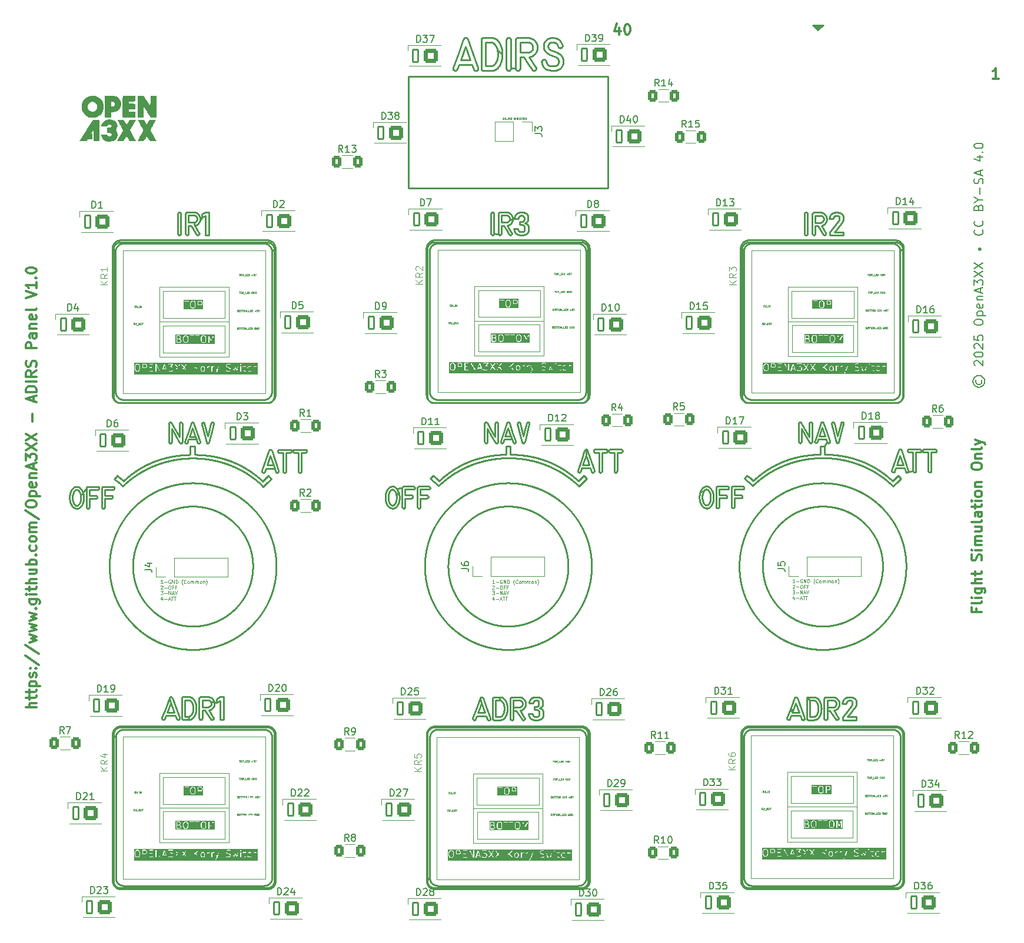
<source format=gbr>
%TF.GenerationSoftware,KiCad,Pcbnew,9.0.2*%
%TF.CreationDate,2025-06-29T15:48:11+02:00*%
%TF.ProjectId,adirs,61646972-732e-46b6-9963-61645f706362,rev?*%
%TF.SameCoordinates,Original*%
%TF.FileFunction,Legend,Top*%
%TF.FilePolarity,Positive*%
%FSLAX46Y46*%
G04 Gerber Fmt 4.6, Leading zero omitted, Abs format (unit mm)*
G04 Created by KiCad (PCBNEW 9.0.2) date 2025-06-29 15:48:11*
%MOMM*%
%LPD*%
G01*
G04 APERTURE LIST*
G04 Aperture macros list*
%AMRoundRect*
0 Rectangle with rounded corners*
0 $1 Rounding radius*
0 $2 $3 $4 $5 $6 $7 $8 $9 X,Y pos of 4 corners*
0 Add a 4 corners polygon primitive as box body*
4,1,4,$2,$3,$4,$5,$6,$7,$8,$9,$2,$3,0*
0 Add four circle primitives for the rounded corners*
1,1,$1+$1,$2,$3*
1,1,$1+$1,$4,$5*
1,1,$1+$1,$6,$7*
1,1,$1+$1,$8,$9*
0 Add four rect primitives between the rounded corners*
20,1,$1+$1,$2,$3,$4,$5,0*
20,1,$1+$1,$4,$5,$6,$7,0*
20,1,$1+$1,$6,$7,$8,$9,0*
20,1,$1+$1,$8,$9,$2,$3,0*%
G04 Aperture macros list end*
%ADD10C,0.300000*%
%ADD11C,0.280000*%
%ADD12C,0.200000*%
%ADD13C,0.125000*%
%ADD14C,0.062500*%
%ADD15C,0.158750*%
%ADD16C,0.100000*%
%ADD17C,0.150000*%
%ADD18C,0.120000*%
%ADD19C,0.000000*%
%ADD20R,1.700000X1.700000*%
%ADD21C,1.700000*%
%ADD22R,3.000000X3.000000*%
%ADD23C,3.000000*%
%ADD24R,1.500000X1.500000*%
%ADD25RoundRect,0.165000X-0.385000X-0.885000X0.385000X-0.885000X0.385000X0.885000X-0.385000X0.885000X0*%
%ADD26RoundRect,0.315000X-0.735000X-0.735000X0.735000X-0.735000X0.735000X0.735000X-0.735000X0.735000X0*%
%ADD27RoundRect,0.250000X-0.400000X-0.625000X0.400000X-0.625000X0.400000X0.625000X-0.400000X0.625000X0*%
G04 APERTURE END LIST*
D10*
X134475828Y-121470489D02*
X132975828Y-121470489D01*
X134475828Y-120827632D02*
X133690114Y-120827632D01*
X133690114Y-120827632D02*
X133547257Y-120899060D01*
X133547257Y-120899060D02*
X133475828Y-121041917D01*
X133475828Y-121041917D02*
X133475828Y-121256203D01*
X133475828Y-121256203D02*
X133547257Y-121399060D01*
X133547257Y-121399060D02*
X133618685Y-121470489D01*
X133475828Y-120327631D02*
X133475828Y-119756203D01*
X132975828Y-120113346D02*
X134261542Y-120113346D01*
X134261542Y-120113346D02*
X134404400Y-120041917D01*
X134404400Y-120041917D02*
X134475828Y-119899060D01*
X134475828Y-119899060D02*
X134475828Y-119756203D01*
X133475828Y-119470488D02*
X133475828Y-118899060D01*
X132975828Y-119256203D02*
X134261542Y-119256203D01*
X134261542Y-119256203D02*
X134404400Y-119184774D01*
X134404400Y-119184774D02*
X134475828Y-119041917D01*
X134475828Y-119041917D02*
X134475828Y-118899060D01*
X133475828Y-118399060D02*
X134975828Y-118399060D01*
X133547257Y-118399060D02*
X133475828Y-118256203D01*
X133475828Y-118256203D02*
X133475828Y-117970488D01*
X133475828Y-117970488D02*
X133547257Y-117827631D01*
X133547257Y-117827631D02*
X133618685Y-117756203D01*
X133618685Y-117756203D02*
X133761542Y-117684774D01*
X133761542Y-117684774D02*
X134190114Y-117684774D01*
X134190114Y-117684774D02*
X134332971Y-117756203D01*
X134332971Y-117756203D02*
X134404400Y-117827631D01*
X134404400Y-117827631D02*
X134475828Y-117970488D01*
X134475828Y-117970488D02*
X134475828Y-118256203D01*
X134475828Y-118256203D02*
X134404400Y-118399060D01*
X134404400Y-117113345D02*
X134475828Y-116970488D01*
X134475828Y-116970488D02*
X134475828Y-116684774D01*
X134475828Y-116684774D02*
X134404400Y-116541917D01*
X134404400Y-116541917D02*
X134261542Y-116470488D01*
X134261542Y-116470488D02*
X134190114Y-116470488D01*
X134190114Y-116470488D02*
X134047257Y-116541917D01*
X134047257Y-116541917D02*
X133975828Y-116684774D01*
X133975828Y-116684774D02*
X133975828Y-116899060D01*
X133975828Y-116899060D02*
X133904400Y-117041917D01*
X133904400Y-117041917D02*
X133761542Y-117113345D01*
X133761542Y-117113345D02*
X133690114Y-117113345D01*
X133690114Y-117113345D02*
X133547257Y-117041917D01*
X133547257Y-117041917D02*
X133475828Y-116899060D01*
X133475828Y-116899060D02*
X133475828Y-116684774D01*
X133475828Y-116684774D02*
X133547257Y-116541917D01*
X134332971Y-115827631D02*
X134404400Y-115756202D01*
X134404400Y-115756202D02*
X134475828Y-115827631D01*
X134475828Y-115827631D02*
X134404400Y-115899059D01*
X134404400Y-115899059D02*
X134332971Y-115827631D01*
X134332971Y-115827631D02*
X134475828Y-115827631D01*
X133547257Y-115827631D02*
X133618685Y-115756202D01*
X133618685Y-115756202D02*
X133690114Y-115827631D01*
X133690114Y-115827631D02*
X133618685Y-115899059D01*
X133618685Y-115899059D02*
X133547257Y-115827631D01*
X133547257Y-115827631D02*
X133690114Y-115827631D01*
X132904400Y-114041916D02*
X134832971Y-115327630D01*
X132904400Y-112470487D02*
X134832971Y-113756201D01*
X133475828Y-112113344D02*
X134475828Y-111827630D01*
X134475828Y-111827630D02*
X133761542Y-111541915D01*
X133761542Y-111541915D02*
X134475828Y-111256201D01*
X134475828Y-111256201D02*
X133475828Y-110970487D01*
X133475828Y-110541915D02*
X134475828Y-110256201D01*
X134475828Y-110256201D02*
X133761542Y-109970486D01*
X133761542Y-109970486D02*
X134475828Y-109684772D01*
X134475828Y-109684772D02*
X133475828Y-109399058D01*
X133475828Y-108970486D02*
X134475828Y-108684772D01*
X134475828Y-108684772D02*
X133761542Y-108399057D01*
X133761542Y-108399057D02*
X134475828Y-108113343D01*
X134475828Y-108113343D02*
X133475828Y-107827629D01*
X134332971Y-107256200D02*
X134404400Y-107184771D01*
X134404400Y-107184771D02*
X134475828Y-107256200D01*
X134475828Y-107256200D02*
X134404400Y-107327628D01*
X134404400Y-107327628D02*
X134332971Y-107256200D01*
X134332971Y-107256200D02*
X134475828Y-107256200D01*
X133475828Y-105899057D02*
X134690114Y-105899057D01*
X134690114Y-105899057D02*
X134832971Y-105970485D01*
X134832971Y-105970485D02*
X134904400Y-106041914D01*
X134904400Y-106041914D02*
X134975828Y-106184771D01*
X134975828Y-106184771D02*
X134975828Y-106399057D01*
X134975828Y-106399057D02*
X134904400Y-106541914D01*
X134404400Y-105899057D02*
X134475828Y-106041914D01*
X134475828Y-106041914D02*
X134475828Y-106327628D01*
X134475828Y-106327628D02*
X134404400Y-106470485D01*
X134404400Y-106470485D02*
X134332971Y-106541914D01*
X134332971Y-106541914D02*
X134190114Y-106613342D01*
X134190114Y-106613342D02*
X133761542Y-106613342D01*
X133761542Y-106613342D02*
X133618685Y-106541914D01*
X133618685Y-106541914D02*
X133547257Y-106470485D01*
X133547257Y-106470485D02*
X133475828Y-106327628D01*
X133475828Y-106327628D02*
X133475828Y-106041914D01*
X133475828Y-106041914D02*
X133547257Y-105899057D01*
X134475828Y-105184771D02*
X133475828Y-105184771D01*
X132975828Y-105184771D02*
X133047257Y-105256199D01*
X133047257Y-105256199D02*
X133118685Y-105184771D01*
X133118685Y-105184771D02*
X133047257Y-105113342D01*
X133047257Y-105113342D02*
X132975828Y-105184771D01*
X132975828Y-105184771D02*
X133118685Y-105184771D01*
X133475828Y-104684770D02*
X133475828Y-104113342D01*
X132975828Y-104470485D02*
X134261542Y-104470485D01*
X134261542Y-104470485D02*
X134404400Y-104399056D01*
X134404400Y-104399056D02*
X134475828Y-104256199D01*
X134475828Y-104256199D02*
X134475828Y-104113342D01*
X134475828Y-103613342D02*
X132975828Y-103613342D01*
X134475828Y-102970485D02*
X133690114Y-102970485D01*
X133690114Y-102970485D02*
X133547257Y-103041913D01*
X133547257Y-103041913D02*
X133475828Y-103184770D01*
X133475828Y-103184770D02*
X133475828Y-103399056D01*
X133475828Y-103399056D02*
X133547257Y-103541913D01*
X133547257Y-103541913D02*
X133618685Y-103613342D01*
X133475828Y-101613342D02*
X134475828Y-101613342D01*
X133475828Y-102256199D02*
X134261542Y-102256199D01*
X134261542Y-102256199D02*
X134404400Y-102184770D01*
X134404400Y-102184770D02*
X134475828Y-102041913D01*
X134475828Y-102041913D02*
X134475828Y-101827627D01*
X134475828Y-101827627D02*
X134404400Y-101684770D01*
X134404400Y-101684770D02*
X134332971Y-101613342D01*
X134475828Y-100899056D02*
X132975828Y-100899056D01*
X133547257Y-100899056D02*
X133475828Y-100756199D01*
X133475828Y-100756199D02*
X133475828Y-100470484D01*
X133475828Y-100470484D02*
X133547257Y-100327627D01*
X133547257Y-100327627D02*
X133618685Y-100256199D01*
X133618685Y-100256199D02*
X133761542Y-100184770D01*
X133761542Y-100184770D02*
X134190114Y-100184770D01*
X134190114Y-100184770D02*
X134332971Y-100256199D01*
X134332971Y-100256199D02*
X134404400Y-100327627D01*
X134404400Y-100327627D02*
X134475828Y-100470484D01*
X134475828Y-100470484D02*
X134475828Y-100756199D01*
X134475828Y-100756199D02*
X134404400Y-100899056D01*
X134332971Y-99541913D02*
X134404400Y-99470484D01*
X134404400Y-99470484D02*
X134475828Y-99541913D01*
X134475828Y-99541913D02*
X134404400Y-99613341D01*
X134404400Y-99613341D02*
X134332971Y-99541913D01*
X134332971Y-99541913D02*
X134475828Y-99541913D01*
X134404400Y-98184770D02*
X134475828Y-98327627D01*
X134475828Y-98327627D02*
X134475828Y-98613341D01*
X134475828Y-98613341D02*
X134404400Y-98756198D01*
X134404400Y-98756198D02*
X134332971Y-98827627D01*
X134332971Y-98827627D02*
X134190114Y-98899055D01*
X134190114Y-98899055D02*
X133761542Y-98899055D01*
X133761542Y-98899055D02*
X133618685Y-98827627D01*
X133618685Y-98827627D02*
X133547257Y-98756198D01*
X133547257Y-98756198D02*
X133475828Y-98613341D01*
X133475828Y-98613341D02*
X133475828Y-98327627D01*
X133475828Y-98327627D02*
X133547257Y-98184770D01*
X134475828Y-97327627D02*
X134404400Y-97470484D01*
X134404400Y-97470484D02*
X134332971Y-97541913D01*
X134332971Y-97541913D02*
X134190114Y-97613341D01*
X134190114Y-97613341D02*
X133761542Y-97613341D01*
X133761542Y-97613341D02*
X133618685Y-97541913D01*
X133618685Y-97541913D02*
X133547257Y-97470484D01*
X133547257Y-97470484D02*
X133475828Y-97327627D01*
X133475828Y-97327627D02*
X133475828Y-97113341D01*
X133475828Y-97113341D02*
X133547257Y-96970484D01*
X133547257Y-96970484D02*
X133618685Y-96899056D01*
X133618685Y-96899056D02*
X133761542Y-96827627D01*
X133761542Y-96827627D02*
X134190114Y-96827627D01*
X134190114Y-96827627D02*
X134332971Y-96899056D01*
X134332971Y-96899056D02*
X134404400Y-96970484D01*
X134404400Y-96970484D02*
X134475828Y-97113341D01*
X134475828Y-97113341D02*
X134475828Y-97327627D01*
X134475828Y-96184770D02*
X133475828Y-96184770D01*
X133618685Y-96184770D02*
X133547257Y-96113341D01*
X133547257Y-96113341D02*
X133475828Y-95970484D01*
X133475828Y-95970484D02*
X133475828Y-95756198D01*
X133475828Y-95756198D02*
X133547257Y-95613341D01*
X133547257Y-95613341D02*
X133690114Y-95541913D01*
X133690114Y-95541913D02*
X134475828Y-95541913D01*
X133690114Y-95541913D02*
X133547257Y-95470484D01*
X133547257Y-95470484D02*
X133475828Y-95327627D01*
X133475828Y-95327627D02*
X133475828Y-95113341D01*
X133475828Y-95113341D02*
X133547257Y-94970484D01*
X133547257Y-94970484D02*
X133690114Y-94899055D01*
X133690114Y-94899055D02*
X134475828Y-94899055D01*
X132904400Y-93113341D02*
X134832971Y-94399055D01*
X132975828Y-92327626D02*
X132975828Y-92041912D01*
X132975828Y-92041912D02*
X133047257Y-91899055D01*
X133047257Y-91899055D02*
X133190114Y-91756198D01*
X133190114Y-91756198D02*
X133475828Y-91684769D01*
X133475828Y-91684769D02*
X133975828Y-91684769D01*
X133975828Y-91684769D02*
X134261542Y-91756198D01*
X134261542Y-91756198D02*
X134404400Y-91899055D01*
X134404400Y-91899055D02*
X134475828Y-92041912D01*
X134475828Y-92041912D02*
X134475828Y-92327626D01*
X134475828Y-92327626D02*
X134404400Y-92470484D01*
X134404400Y-92470484D02*
X134261542Y-92613341D01*
X134261542Y-92613341D02*
X133975828Y-92684769D01*
X133975828Y-92684769D02*
X133475828Y-92684769D01*
X133475828Y-92684769D02*
X133190114Y-92613341D01*
X133190114Y-92613341D02*
X133047257Y-92470484D01*
X133047257Y-92470484D02*
X132975828Y-92327626D01*
X133475828Y-91041912D02*
X134975828Y-91041912D01*
X133547257Y-91041912D02*
X133475828Y-90899055D01*
X133475828Y-90899055D02*
X133475828Y-90613340D01*
X133475828Y-90613340D02*
X133547257Y-90470483D01*
X133547257Y-90470483D02*
X133618685Y-90399055D01*
X133618685Y-90399055D02*
X133761542Y-90327626D01*
X133761542Y-90327626D02*
X134190114Y-90327626D01*
X134190114Y-90327626D02*
X134332971Y-90399055D01*
X134332971Y-90399055D02*
X134404400Y-90470483D01*
X134404400Y-90470483D02*
X134475828Y-90613340D01*
X134475828Y-90613340D02*
X134475828Y-90899055D01*
X134475828Y-90899055D02*
X134404400Y-91041912D01*
X134404400Y-89113340D02*
X134475828Y-89256197D01*
X134475828Y-89256197D02*
X134475828Y-89541912D01*
X134475828Y-89541912D02*
X134404400Y-89684769D01*
X134404400Y-89684769D02*
X134261542Y-89756197D01*
X134261542Y-89756197D02*
X133690114Y-89756197D01*
X133690114Y-89756197D02*
X133547257Y-89684769D01*
X133547257Y-89684769D02*
X133475828Y-89541912D01*
X133475828Y-89541912D02*
X133475828Y-89256197D01*
X133475828Y-89256197D02*
X133547257Y-89113340D01*
X133547257Y-89113340D02*
X133690114Y-89041912D01*
X133690114Y-89041912D02*
X133832971Y-89041912D01*
X133832971Y-89041912D02*
X133975828Y-89756197D01*
X133475828Y-88399055D02*
X134475828Y-88399055D01*
X133618685Y-88399055D02*
X133547257Y-88327626D01*
X133547257Y-88327626D02*
X133475828Y-88184769D01*
X133475828Y-88184769D02*
X133475828Y-87970483D01*
X133475828Y-87970483D02*
X133547257Y-87827626D01*
X133547257Y-87827626D02*
X133690114Y-87756198D01*
X133690114Y-87756198D02*
X134475828Y-87756198D01*
X134047257Y-87113340D02*
X134047257Y-86399055D01*
X134475828Y-87256197D02*
X132975828Y-86756197D01*
X132975828Y-86756197D02*
X134475828Y-86256197D01*
X132975828Y-85899055D02*
X132975828Y-84970483D01*
X132975828Y-84970483D02*
X133547257Y-85470483D01*
X133547257Y-85470483D02*
X133547257Y-85256198D01*
X133547257Y-85256198D02*
X133618685Y-85113341D01*
X133618685Y-85113341D02*
X133690114Y-85041912D01*
X133690114Y-85041912D02*
X133832971Y-84970483D01*
X133832971Y-84970483D02*
X134190114Y-84970483D01*
X134190114Y-84970483D02*
X134332971Y-85041912D01*
X134332971Y-85041912D02*
X134404400Y-85113341D01*
X134404400Y-85113341D02*
X134475828Y-85256198D01*
X134475828Y-85256198D02*
X134475828Y-85684769D01*
X134475828Y-85684769D02*
X134404400Y-85827626D01*
X134404400Y-85827626D02*
X134332971Y-85899055D01*
X132975828Y-84470484D02*
X134475828Y-83470484D01*
X132975828Y-83470484D02*
X134475828Y-84470484D01*
X132975828Y-83041913D02*
X134475828Y-82041913D01*
X132975828Y-82041913D02*
X134475828Y-83041913D01*
X133904400Y-80327628D02*
X133904400Y-79184771D01*
X134047257Y-77399056D02*
X134047257Y-76684771D01*
X134475828Y-77541913D02*
X132975828Y-77041913D01*
X132975828Y-77041913D02*
X134475828Y-76541913D01*
X134475828Y-76041914D02*
X132975828Y-76041914D01*
X132975828Y-76041914D02*
X132975828Y-75684771D01*
X132975828Y-75684771D02*
X133047257Y-75470485D01*
X133047257Y-75470485D02*
X133190114Y-75327628D01*
X133190114Y-75327628D02*
X133332971Y-75256199D01*
X133332971Y-75256199D02*
X133618685Y-75184771D01*
X133618685Y-75184771D02*
X133832971Y-75184771D01*
X133832971Y-75184771D02*
X134118685Y-75256199D01*
X134118685Y-75256199D02*
X134261542Y-75327628D01*
X134261542Y-75327628D02*
X134404400Y-75470485D01*
X134404400Y-75470485D02*
X134475828Y-75684771D01*
X134475828Y-75684771D02*
X134475828Y-76041914D01*
X134475828Y-74541914D02*
X132975828Y-74541914D01*
X134475828Y-72970485D02*
X133761542Y-73470485D01*
X134475828Y-73827628D02*
X132975828Y-73827628D01*
X132975828Y-73827628D02*
X132975828Y-73256199D01*
X132975828Y-73256199D02*
X133047257Y-73113342D01*
X133047257Y-73113342D02*
X133118685Y-73041913D01*
X133118685Y-73041913D02*
X133261542Y-72970485D01*
X133261542Y-72970485D02*
X133475828Y-72970485D01*
X133475828Y-72970485D02*
X133618685Y-73041913D01*
X133618685Y-73041913D02*
X133690114Y-73113342D01*
X133690114Y-73113342D02*
X133761542Y-73256199D01*
X133761542Y-73256199D02*
X133761542Y-73827628D01*
X134404400Y-72399056D02*
X134475828Y-72184771D01*
X134475828Y-72184771D02*
X134475828Y-71827628D01*
X134475828Y-71827628D02*
X134404400Y-71684771D01*
X134404400Y-71684771D02*
X134332971Y-71613342D01*
X134332971Y-71613342D02*
X134190114Y-71541913D01*
X134190114Y-71541913D02*
X134047257Y-71541913D01*
X134047257Y-71541913D02*
X133904400Y-71613342D01*
X133904400Y-71613342D02*
X133832971Y-71684771D01*
X133832971Y-71684771D02*
X133761542Y-71827628D01*
X133761542Y-71827628D02*
X133690114Y-72113342D01*
X133690114Y-72113342D02*
X133618685Y-72256199D01*
X133618685Y-72256199D02*
X133547257Y-72327628D01*
X133547257Y-72327628D02*
X133404400Y-72399056D01*
X133404400Y-72399056D02*
X133261542Y-72399056D01*
X133261542Y-72399056D02*
X133118685Y-72327628D01*
X133118685Y-72327628D02*
X133047257Y-72256199D01*
X133047257Y-72256199D02*
X132975828Y-72113342D01*
X132975828Y-72113342D02*
X132975828Y-71756199D01*
X132975828Y-71756199D02*
X133047257Y-71541913D01*
X134475828Y-69756200D02*
X132975828Y-69756200D01*
X132975828Y-69756200D02*
X132975828Y-69184771D01*
X132975828Y-69184771D02*
X133047257Y-69041914D01*
X133047257Y-69041914D02*
X133118685Y-68970485D01*
X133118685Y-68970485D02*
X133261542Y-68899057D01*
X133261542Y-68899057D02*
X133475828Y-68899057D01*
X133475828Y-68899057D02*
X133618685Y-68970485D01*
X133618685Y-68970485D02*
X133690114Y-69041914D01*
X133690114Y-69041914D02*
X133761542Y-69184771D01*
X133761542Y-69184771D02*
X133761542Y-69756200D01*
X134475828Y-67613343D02*
X133690114Y-67613343D01*
X133690114Y-67613343D02*
X133547257Y-67684771D01*
X133547257Y-67684771D02*
X133475828Y-67827628D01*
X133475828Y-67827628D02*
X133475828Y-68113343D01*
X133475828Y-68113343D02*
X133547257Y-68256200D01*
X134404400Y-67613343D02*
X134475828Y-67756200D01*
X134475828Y-67756200D02*
X134475828Y-68113343D01*
X134475828Y-68113343D02*
X134404400Y-68256200D01*
X134404400Y-68256200D02*
X134261542Y-68327628D01*
X134261542Y-68327628D02*
X134118685Y-68327628D01*
X134118685Y-68327628D02*
X133975828Y-68256200D01*
X133975828Y-68256200D02*
X133904400Y-68113343D01*
X133904400Y-68113343D02*
X133904400Y-67756200D01*
X133904400Y-67756200D02*
X133832971Y-67613343D01*
X133475828Y-66899057D02*
X134475828Y-66899057D01*
X133618685Y-66899057D02*
X133547257Y-66827628D01*
X133547257Y-66827628D02*
X133475828Y-66684771D01*
X133475828Y-66684771D02*
X133475828Y-66470485D01*
X133475828Y-66470485D02*
X133547257Y-66327628D01*
X133547257Y-66327628D02*
X133690114Y-66256200D01*
X133690114Y-66256200D02*
X134475828Y-66256200D01*
X134404400Y-64970485D02*
X134475828Y-65113342D01*
X134475828Y-65113342D02*
X134475828Y-65399057D01*
X134475828Y-65399057D02*
X134404400Y-65541914D01*
X134404400Y-65541914D02*
X134261542Y-65613342D01*
X134261542Y-65613342D02*
X133690114Y-65613342D01*
X133690114Y-65613342D02*
X133547257Y-65541914D01*
X133547257Y-65541914D02*
X133475828Y-65399057D01*
X133475828Y-65399057D02*
X133475828Y-65113342D01*
X133475828Y-65113342D02*
X133547257Y-64970485D01*
X133547257Y-64970485D02*
X133690114Y-64899057D01*
X133690114Y-64899057D02*
X133832971Y-64899057D01*
X133832971Y-64899057D02*
X133975828Y-65613342D01*
X134475828Y-64041914D02*
X134404400Y-64184771D01*
X134404400Y-64184771D02*
X134261542Y-64256200D01*
X134261542Y-64256200D02*
X132975828Y-64256200D01*
X132975828Y-62541914D02*
X134475828Y-62041914D01*
X134475828Y-62041914D02*
X132975828Y-61541914D01*
X134475828Y-60256200D02*
X134475828Y-61113343D01*
X134475828Y-60684772D02*
X132975828Y-60684772D01*
X132975828Y-60684772D02*
X133190114Y-60827629D01*
X133190114Y-60827629D02*
X133332971Y-60970486D01*
X133332971Y-60970486D02*
X133404400Y-61113343D01*
X134332971Y-59613344D02*
X134404400Y-59541915D01*
X134404400Y-59541915D02*
X134475828Y-59613344D01*
X134475828Y-59613344D02*
X134404400Y-59684772D01*
X134404400Y-59684772D02*
X134332971Y-59613344D01*
X134332971Y-59613344D02*
X134475828Y-59613344D01*
X132975828Y-58613343D02*
X132975828Y-58470486D01*
X132975828Y-58470486D02*
X133047257Y-58327629D01*
X133047257Y-58327629D02*
X133118685Y-58256201D01*
X133118685Y-58256201D02*
X133261542Y-58184772D01*
X133261542Y-58184772D02*
X133547257Y-58113343D01*
X133547257Y-58113343D02*
X133904400Y-58113343D01*
X133904400Y-58113343D02*
X134190114Y-58184772D01*
X134190114Y-58184772D02*
X134332971Y-58256201D01*
X134332971Y-58256201D02*
X134404400Y-58327629D01*
X134404400Y-58327629D02*
X134475828Y-58470486D01*
X134475828Y-58470486D02*
X134475828Y-58613343D01*
X134475828Y-58613343D02*
X134404400Y-58756201D01*
X134404400Y-58756201D02*
X134332971Y-58827629D01*
X134332971Y-58827629D02*
X134190114Y-58899058D01*
X134190114Y-58899058D02*
X133904400Y-58970486D01*
X133904400Y-58970486D02*
X133547257Y-58970486D01*
X133547257Y-58970486D02*
X133261542Y-58899058D01*
X133261542Y-58899058D02*
X133118685Y-58827629D01*
X133118685Y-58827629D02*
X133047257Y-58756201D01*
X133047257Y-58756201D02*
X132975828Y-58613343D01*
D11*
X156591928Y-122698752D02*
X156600774Y-122693137D01*
X157012533Y-121271018D02*
X157010923Y-121255805D01*
X166949949Y-87353751D02*
X167439142Y-85917426D01*
X142075262Y-90103133D02*
X142075262Y-90948378D01*
X237015707Y-124324958D02*
X258111273Y-124324958D01*
X201496595Y-122607962D02*
X201511244Y-122590125D01*
X207257291Y-28882815D02*
X207215643Y-28725493D01*
X246950704Y-121445182D02*
X246949087Y-121416327D01*
X201553541Y-120732764D02*
X201525884Y-120695487D01*
X246698064Y-122555319D02*
X246706106Y-122546500D01*
X201795942Y-121661444D02*
X201795942Y-121646857D01*
X200781713Y-28091586D02*
X200786344Y-28071921D01*
X201795942Y-121630652D02*
X201795942Y-121615256D01*
X202720808Y-120037482D02*
X202722408Y-120035882D01*
X202724017Y-120034302D01*
X202725629Y-120032746D01*
X202727250Y-120031209D01*
X202728875Y-120029697D01*
X202730508Y-120028204D01*
X202732145Y-120026734D01*
X202733791Y-120025284D01*
X202735441Y-120023857D01*
X202737099Y-120022449D01*
X202738762Y-120021063D01*
X202740433Y-120019697D01*
X202742109Y-120018353D01*
X202743793Y-120017027D01*
X202745481Y-120015724D01*
X202747178Y-120014439D01*
X202748880Y-120013176D01*
X202750590Y-120011931D01*
X202752306Y-120010707D01*
X202754029Y-120009502D01*
X202755758Y-120008318D01*
X202757496Y-120007152D01*
X202759239Y-120006007D01*
X202760990Y-120004880D01*
X202762747Y-120003773D01*
X202764513Y-120002685D01*
X202766284Y-120001616D01*
X202768064Y-120000566D01*
X202769850Y-119999535D01*
X202771644Y-119998522D01*
X202773445Y-119997529D01*
X202775255Y-119996554D01*
X202777071Y-119995598D01*
X202778896Y-119994660D01*
X202780728Y-119993741D01*
X202782568Y-119992840D01*
X202784416Y-119991957D01*
X202786272Y-119991093D01*
X202790008Y-119989420D01*
X202793778Y-119987819D01*
X202797582Y-119986291D01*
X202801420Y-119984835D01*
X202805294Y-119983452D01*
X202809204Y-119982140D01*
X202813151Y-119980900D01*
X202817136Y-119979733D01*
X202821160Y-119978637D01*
X202825224Y-119977613D01*
X202829328Y-119976662D01*
X202833474Y-119975784D01*
X202837663Y-119974978D01*
X202841895Y-119974246D01*
X202846171Y-119973587D01*
X202850493Y-119973002D01*
X202854861Y-119972492D01*
X202859276Y-119972056D01*
X202863740Y-119971697D01*
X202868254Y-119971414D01*
X202872818Y-119971208D01*
X202877434Y-119971080D01*
X202882102Y-119971031D01*
X202882673Y-119971030D01*
X157014143Y-121899954D02*
X157016554Y-121885535D01*
X206362028Y-122834647D02*
X206366410Y-122834637D01*
X206370773Y-122834607D01*
X206375096Y-122834557D01*
X206379400Y-122834488D01*
X206383665Y-122834399D01*
X206387912Y-122834290D01*
X206392120Y-122834163D01*
X206396309Y-122834015D01*
X206400460Y-122833850D01*
X206404593Y-122833665D01*
X206408689Y-122833461D01*
X206412766Y-122833239D01*
X206416806Y-122832998D01*
X206420828Y-122832738D01*
X206424814Y-122832461D01*
X206428782Y-122832165D01*
X206432714Y-122831851D01*
X206436628Y-122831519D01*
X206440507Y-122831170D01*
X206444368Y-122830802D01*
X206448195Y-122830417D01*
X206452003Y-122830014D01*
X206455778Y-122829595D01*
X206459535Y-122829157D01*
X206463259Y-122828703D01*
X206466964Y-122828231D01*
X206470637Y-122827743D01*
X206474293Y-122827238D01*
X206477916Y-122826716D01*
X206481522Y-122826177D01*
X206485096Y-122825622D01*
X206488652Y-122825050D01*
X206492178Y-122824462D01*
X206495686Y-122823857D01*
X206499163Y-122823237D01*
X206502623Y-122822600D01*
X206506053Y-122821948D01*
X206509467Y-122821279D01*
X206512850Y-122820595D01*
X206516216Y-122819894D01*
X206519553Y-122819179D01*
X206522874Y-122818447D01*
X206526165Y-122817701D01*
X206529440Y-122816938D01*
X206532687Y-122816161D01*
X206535917Y-122815367D01*
X206539120Y-122814560D01*
X206542306Y-122813736D01*
X206545464Y-122812899D01*
X206548606Y-122812045D01*
X206551722Y-122811178D01*
X206554821Y-122810294D01*
X206557894Y-122809397D01*
X206560951Y-122808484D01*
X206563981Y-122807558D01*
X206566996Y-122806616D01*
X206569985Y-122805661D01*
X206572959Y-122804690D01*
X206575907Y-122803706D01*
X206578840Y-122802706D01*
X206581747Y-122801693D01*
X206584640Y-122800665D01*
X206587508Y-122799624D01*
X206590360Y-122798568D01*
X206593189Y-122797499D01*
X206596002Y-122796414D01*
X206598792Y-122795317D01*
X206601567Y-122794204D01*
X206604318Y-122793079D01*
X206607054Y-122791939D01*
X206609768Y-122790786D01*
X206612467Y-122789618D01*
X206615143Y-122788438D01*
X206617805Y-122787243D01*
X206620444Y-122786035D01*
X206623069Y-122784813D01*
X206625672Y-122783578D01*
X206628260Y-122782328D01*
X206630828Y-122781066D01*
X206633380Y-122779789D01*
X206635912Y-122778500D01*
X206638429Y-122777196D01*
X206640926Y-122775880D01*
X206643409Y-122774549D01*
X206645871Y-122773206D01*
X206648319Y-122771848D01*
X206650747Y-122770478D01*
X206653161Y-122769094D01*
X206655556Y-122767697D01*
X206657936Y-122766286D01*
X206660298Y-122764862D01*
X206662645Y-122763424D01*
X206664973Y-122761973D01*
X206667287Y-122760508D01*
X206669583Y-122759031D01*
X206671865Y-122757539D01*
X206674129Y-122756035D01*
X206676379Y-122754516D01*
X206678611Y-122752985D01*
X206680829Y-122751440D01*
X206683030Y-122749882D01*
X206685217Y-122748309D01*
X206687387Y-122746724D01*
X206689543Y-122745125D01*
X206691682Y-122743513D01*
X206693807Y-122741886D01*
X206695916Y-122740247D01*
X206698011Y-122738593D01*
X206700971Y-122736212D01*
X201795126Y-121678473D02*
X201795942Y-121661444D01*
X246952306Y-121788245D02*
X246953924Y-121756186D01*
X155062273Y-80624045D02*
X155062680Y-80620853D01*
X155063105Y-80617685D01*
X155063543Y-80614564D01*
X155063999Y-80611467D01*
X155064468Y-80608415D01*
X155064953Y-80605386D01*
X155065452Y-80602402D01*
X155065967Y-80599442D01*
X155066495Y-80596525D01*
X155067039Y-80593631D01*
X155067596Y-80590779D01*
X155068168Y-80587951D01*
X155068753Y-80585164D01*
X155069353Y-80582399D01*
X155069965Y-80579676D01*
X155070592Y-80576974D01*
X155071231Y-80574312D01*
X155071885Y-80571673D01*
X155072550Y-80569072D01*
X155073230Y-80566493D01*
X155073921Y-80563952D01*
X155074627Y-80561433D01*
X155075343Y-80558951D01*
X155076074Y-80556490D01*
X155076815Y-80554065D01*
X155077570Y-80551662D01*
X155078335Y-80549294D01*
X155079115Y-80546946D01*
X155079904Y-80544634D01*
X155080708Y-80542341D01*
X155081520Y-80540083D01*
X155082347Y-80537845D01*
X155083183Y-80535640D01*
X155084033Y-80533455D01*
X155084891Y-80531303D01*
X155085764Y-80529170D01*
X155086645Y-80527069D01*
X155087539Y-80524987D01*
X155088442Y-80522936D01*
X155089359Y-80520904D01*
X155090284Y-80518903D01*
X155091222Y-80516921D01*
X155092168Y-80514967D01*
X155093128Y-80513033D01*
X155094096Y-80511128D01*
X155095076Y-80509241D01*
X155096065Y-80507382D01*
X155097067Y-80505541D01*
X155098076Y-80503728D01*
X155099098Y-80501933D01*
X155100128Y-80500165D01*
X155101171Y-80498415D01*
X155102222Y-80496690D01*
X155103285Y-80494984D01*
X155104356Y-80493303D01*
X155105440Y-80491639D01*
X155106531Y-80490001D01*
X155107634Y-80488379D01*
X155108746Y-80486782D01*
X155109870Y-80485203D01*
X155111001Y-80483647D01*
X155112145Y-80482108D01*
X155113297Y-80480592D01*
X155114461Y-80479093D01*
X155115632Y-80477616D01*
X155116816Y-80476157D01*
X155118008Y-80474719D01*
X155119212Y-80473298D01*
X155120424Y-80471899D01*
X155121648Y-80470516D01*
X155122881Y-80469154D01*
X155124125Y-80467809D01*
X155125378Y-80466483D01*
X155126643Y-80465175D01*
X155127916Y-80463886D01*
X155129201Y-80462614D01*
X155130495Y-80461362D01*
X155131801Y-80460125D01*
X155133116Y-80458908D01*
X155134443Y-80457707D01*
X155135779Y-80456524D01*
X155137127Y-80455358D01*
X155138484Y-80454210D01*
X155139853Y-80453079D01*
X155141232Y-80451965D01*
X155142623Y-80450867D01*
X155144024Y-80449787D01*
X155145436Y-80448723D01*
X155146860Y-80447676D01*
X155148294Y-80446646D01*
X155149740Y-80445632D01*
X155151197Y-80444634D01*
X155154146Y-80442689D01*
X155157142Y-80440808D01*
X155160184Y-80438992D01*
X155163276Y-80437240D01*
X155166416Y-80435553D01*
X155169606Y-80433930D01*
X155172848Y-80432370D01*
X155176142Y-80430874D01*
X155179489Y-80429442D01*
X155182891Y-80428073D01*
X155186348Y-80426769D01*
X155189862Y-80425529D01*
X155193433Y-80424354D01*
X155197064Y-80423243D01*
X155200755Y-80422198D01*
X155204508Y-80421218D01*
X155208324Y-80420305D01*
X155212205Y-80419459D01*
X155216151Y-80418680D01*
X155220165Y-80417970D01*
X155224247Y-80417330D01*
X155228400Y-80416759D01*
X155232624Y-80416260D01*
X155236921Y-80415832D01*
X155241293Y-80415478D01*
X155245742Y-80415198D01*
X155250268Y-80414994D01*
X155254873Y-80414866D01*
X155259560Y-80414817D01*
X155263792Y-80414839D01*
X212833494Y-124324958D02*
X212842693Y-124324998D01*
X212851882Y-124325118D01*
X212861060Y-124325317D01*
X212870226Y-124325596D01*
X212879381Y-124325955D01*
X212888524Y-124326393D01*
X212897654Y-124326911D01*
X212906772Y-124327508D01*
X212915877Y-124328184D01*
X212924969Y-124328939D01*
X212934047Y-124329773D01*
X212943110Y-124330687D01*
X212952159Y-124331678D01*
X212961194Y-124332749D01*
X212970212Y-124333899D01*
X212979215Y-124335126D01*
X212988202Y-124336433D01*
X212997173Y-124337817D01*
X213006126Y-124339280D01*
X213015062Y-124340821D01*
X213023980Y-124342440D01*
X213032880Y-124344137D01*
X213041761Y-124345912D01*
X213050623Y-124347764D01*
X213059465Y-124349694D01*
X213068287Y-124351701D01*
X213077089Y-124353785D01*
X213085869Y-124355947D01*
X213094628Y-124358186D01*
X213103365Y-124360501D01*
X213112080Y-124362893D01*
X213120771Y-124365362D01*
X213129439Y-124367907D01*
X213138083Y-124370528D01*
X213146702Y-124373226D01*
X213155297Y-124375999D01*
X213163866Y-124378848D01*
X213172409Y-124381773D01*
X213180925Y-124384773D01*
X213189414Y-124387848D01*
X213197875Y-124390998D01*
X213206308Y-124394223D01*
X213214713Y-124397523D01*
X213223088Y-124400896D01*
X213231433Y-124404344D01*
X213239748Y-124407866D01*
X213248031Y-124411462D01*
X213256283Y-124415131D01*
X213264503Y-124418873D01*
X213272690Y-124422688D01*
X213280844Y-124426576D01*
X213288964Y-124430536D01*
X213297050Y-124434568D01*
X213305100Y-124438672D01*
X213313115Y-124442848D01*
X213321093Y-124447095D01*
X213329035Y-124451413D01*
X213336939Y-124455801D01*
X213344805Y-124460260D01*
X213352632Y-124464789D01*
X213360420Y-124469387D01*
X213368168Y-124474055D01*
X213375876Y-124478792D01*
X213383542Y-124483597D01*
X213391167Y-124488470D01*
X213398750Y-124493412D01*
X213406290Y-124498421D01*
X213413786Y-124503497D01*
X213421238Y-124508639D01*
X213428645Y-124513848D01*
X213436007Y-124519123D01*
X213443323Y-124524463D01*
X213450592Y-124529868D01*
X213457814Y-124535338D01*
X213464989Y-124540872D01*
X213472115Y-124546470D01*
X213479192Y-124552131D01*
X213486219Y-124557854D01*
X213493197Y-124563640D01*
X213500123Y-124569488D01*
X213506998Y-124575397D01*
X213513822Y-124581367D01*
X213520593Y-124587397D01*
X213527310Y-124593488D01*
X213533975Y-124599637D01*
X213540584Y-124605845D01*
X213547140Y-124612112D01*
X213553639Y-124618437D01*
X213560083Y-124624818D01*
X213563284Y-124628030D01*
X213566471Y-124631256D01*
X213569643Y-124634497D01*
X213572801Y-124637751D01*
X213575945Y-124641019D01*
X213579074Y-124644301D01*
X213582189Y-124647597D01*
X213585289Y-124650906D01*
X213588375Y-124654229D01*
X213591446Y-124657566D01*
X213594501Y-124660916D01*
X213597543Y-124664279D01*
X213600569Y-124667656D01*
X213603580Y-124671046D01*
X213606576Y-124674449D01*
X213609558Y-124677866D01*
X213612524Y-124681295D01*
X213615474Y-124684738D01*
X213618410Y-124688193D01*
X213621330Y-124691661D01*
X213624235Y-124695142D01*
X213627124Y-124698635D01*
X213629998Y-124702141D01*
X213632856Y-124705660D01*
X213635698Y-124709191D01*
X213638525Y-124712735D01*
X213641336Y-124716291D01*
X213644132Y-124719859D01*
X213646911Y-124723439D01*
X213649674Y-124727032D01*
X213652421Y-124730636D01*
X213655153Y-124734253D01*
X213657868Y-124737881D01*
X213660567Y-124741521D01*
X213663250Y-124745172D01*
X213665917Y-124748836D01*
X213668567Y-124752511D01*
X213671201Y-124756197D01*
X213673818Y-124759895D01*
X213676419Y-124763604D01*
X213679003Y-124767324D01*
X213681571Y-124771056D01*
X213684122Y-124774799D01*
X213686657Y-124778553D01*
X213689174Y-124782317D01*
X213691676Y-124786093D01*
X213694159Y-124789879D01*
X213696627Y-124793677D01*
X213699077Y-124797484D01*
X213701510Y-124801303D01*
X213703926Y-124805131D01*
X213706326Y-124808971D01*
X213708707Y-124812820D01*
X213711073Y-124816681D01*
X213713420Y-124820550D01*
X213715751Y-124824431D01*
X213718063Y-124828321D01*
X213720359Y-124832222D01*
X213722637Y-124836131D01*
X213724899Y-124840052D01*
X213727142Y-124843981D01*
X213729368Y-124847921D01*
X213731576Y-124851869D01*
X213733767Y-124855829D01*
X213735939Y-124859796D01*
X213738095Y-124863774D01*
X213740232Y-124867760D01*
X213742352Y-124871756D01*
X213744454Y-124875760D01*
X213746539Y-124879775D01*
X213748605Y-124883797D01*
X213750653Y-124887830D01*
X213752683Y-124891870D01*
X213754696Y-124895920D01*
X213756690Y-124899978D01*
X213758667Y-124904045D01*
X213760625Y-124908120D01*
X213762565Y-124912204D01*
X213764487Y-124916296D01*
X213766391Y-124920397D01*
X213768276Y-124924505D01*
X213770144Y-124928623D01*
X213771992Y-124932747D01*
X213773823Y-124936881D01*
X213775635Y-124941021D01*
X213777429Y-124945171D01*
X213779204Y-124949327D01*
X213780961Y-124953493D01*
X213782700Y-124957664D01*
X213784420Y-124961845D01*
X213786121Y-124966031D01*
X213787804Y-124970227D01*
X213789468Y-124974428D01*
X213791114Y-124978638D01*
X213792740Y-124982854D01*
X213794349Y-124987079D01*
X213795938Y-124991309D01*
X213797509Y-124995548D01*
X213799061Y-124999793D01*
X213800595Y-125004046D01*
X213802109Y-125008303D01*
X213803605Y-125012570D01*
X213805081Y-125016841D01*
X213806539Y-125021121D01*
X213807978Y-125025406D01*
X213809398Y-125029699D01*
X213810799Y-125033996D01*
X213812181Y-125038302D01*
X213813544Y-125042612D01*
X213814888Y-125046931D01*
X213816213Y-125051253D01*
X213817519Y-125055584D01*
X213818806Y-125059919D01*
X213820074Y-125064262D01*
X213821322Y-125068608D01*
X213822552Y-125072963D01*
X213823762Y-125077321D01*
X213824953Y-125081687D01*
X213826125Y-125086057D01*
X213827278Y-125090434D01*
X213828411Y-125094815D01*
X213829525Y-125099203D01*
X213830620Y-125103595D01*
X213831696Y-125107994D01*
X213832752Y-125112396D01*
X213833789Y-125116806D01*
X213834806Y-125121219D01*
X213835805Y-125125639D01*
X213836783Y-125130061D01*
X213837743Y-125134492D01*
X213838683Y-125138924D01*
X213839604Y-125143364D01*
X213840505Y-125147807D01*
X213841386Y-125152256D01*
X213842248Y-125156708D01*
X213843091Y-125161167D01*
X213843914Y-125165629D01*
X213844718Y-125170097D01*
X213845502Y-125174567D01*
X213846267Y-125179044D01*
X213847012Y-125183523D01*
X213847737Y-125188009D01*
X213848443Y-125192496D01*
X213849130Y-125196991D01*
X213849796Y-125201487D01*
X213850443Y-125205989D01*
X213851070Y-125210493D01*
X213851678Y-125215004D01*
X213852266Y-125219516D01*
X213852835Y-125224035D01*
X213853383Y-125228555D01*
X213853912Y-125233081D01*
X213854421Y-125237608D01*
X213854911Y-125242142D01*
X213855381Y-125246677D01*
X213855831Y-125251217D01*
X213856261Y-125255759D01*
X213856671Y-125260307D01*
X213857062Y-125264856D01*
X213857433Y-125269411D01*
X213857784Y-125273967D01*
X213858115Y-125278528D01*
X213858426Y-125283090D01*
X213858718Y-125287658D01*
X213858989Y-125292227D01*
X213859241Y-125296801D01*
X213859473Y-125301376D01*
X213859685Y-125305956D01*
X213859877Y-125310537D01*
X213860049Y-125315124D01*
X213860201Y-125319710D01*
X213860334Y-125324302D01*
X213860446Y-125328895D01*
X213860538Y-125333493D01*
X213860611Y-125338091D01*
X213860663Y-125342694D01*
X213860695Y-125347297D01*
X213860708Y-125351905D01*
X213860708Y-125352454D01*
X230337537Y-91717841D02*
X230338903Y-91723375D01*
X230340286Y-91728894D01*
X230341684Y-91734391D01*
X230343099Y-91739874D01*
X230344528Y-91745334D01*
X230345975Y-91750781D01*
X230347437Y-91756205D01*
X230348915Y-91761615D01*
X230350408Y-91767003D01*
X230351919Y-91772377D01*
X230353443Y-91777729D01*
X230354985Y-91783068D01*
X230356541Y-91788384D01*
X230358114Y-91793687D01*
X230359702Y-91798969D01*
X230361306Y-91804237D01*
X230362925Y-91809483D01*
X230364561Y-91814716D01*
X230366210Y-91819928D01*
X230367877Y-91825126D01*
X230369558Y-91830304D01*
X230371255Y-91835468D01*
X230372967Y-91840611D01*
X230374696Y-91845741D01*
X230376438Y-91850850D01*
X230378197Y-91855946D01*
X230379971Y-91861021D01*
X230381761Y-91866084D01*
X230383565Y-91871126D01*
X230385385Y-91876155D01*
X230387220Y-91881164D01*
X230389071Y-91886160D01*
X230390936Y-91891136D01*
X230392817Y-91896099D01*
X230394713Y-91901042D01*
X230396625Y-91905972D01*
X230398551Y-91910883D01*
X230400493Y-91915781D01*
X230402449Y-91920660D01*
X230404421Y-91925525D01*
X230406408Y-91930372D01*
X230408410Y-91935206D01*
X230410427Y-91940021D01*
X230412460Y-91944823D01*
X230414507Y-91949607D01*
X230416570Y-91954377D01*
X230418646Y-91959129D01*
X230420739Y-91963869D01*
X230422846Y-91968590D01*
X230424969Y-91973298D01*
X230427106Y-91977989D01*
X230429259Y-91982666D01*
X230431426Y-91987326D01*
X230433609Y-91991973D01*
X230435806Y-91996603D01*
X230438019Y-92001219D01*
X230440245Y-92005818D01*
X230442488Y-92010405D01*
X230444745Y-92014974D01*
X230447017Y-92019531D01*
X230449304Y-92024070D01*
X230451607Y-92028597D01*
X230453923Y-92033107D01*
X230456255Y-92037605D01*
X230458602Y-92042085D01*
X230460964Y-92046553D01*
X230463340Y-92051005D01*
X230465732Y-92055444D01*
X230468138Y-92059867D01*
X230470560Y-92064277D01*
X230472996Y-92068671D01*
X230475448Y-92073052D01*
X230477914Y-92077417D01*
X230480396Y-92081770D01*
X230482891Y-92086107D01*
X230485403Y-92090432D01*
X230487929Y-92094741D01*
X230490470Y-92099037D01*
X230493026Y-92103318D01*
X230495597Y-92107587D01*
X230498205Y-92111876D01*
X251468206Y-120455359D02*
X251464456Y-120455369D01*
X251460720Y-120455399D01*
X251457012Y-120455449D01*
X251453319Y-120455518D01*
X251449653Y-120455607D01*
X251446002Y-120455716D01*
X251442378Y-120455844D01*
X251438769Y-120455992D01*
X251435186Y-120456158D01*
X251431618Y-120456344D01*
X251428076Y-120456549D01*
X251424548Y-120456772D01*
X251421046Y-120457014D01*
X251417559Y-120457276D01*
X251414097Y-120457555D01*
X251410648Y-120457854D01*
X251407225Y-120458170D01*
X251403816Y-120458505D01*
X251400432Y-120458858D01*
X251397061Y-120459229D01*
X251393715Y-120459618D01*
X251390382Y-120460026D01*
X251387073Y-120460450D01*
X251383778Y-120460893D01*
X251380506Y-120461354D01*
X251377248Y-120461832D01*
X251374013Y-120462327D01*
X251370791Y-120462841D01*
X251367592Y-120463371D01*
X251364407Y-120463920D01*
X251361243Y-120464484D01*
X251358093Y-120465067D01*
X251354965Y-120465666D01*
X251351850Y-120466283D01*
X251348756Y-120466916D01*
X251345676Y-120467567D01*
X251342617Y-120468233D01*
X251339570Y-120468918D01*
X251336545Y-120469618D01*
X251333532Y-120470336D01*
X251330540Y-120471070D01*
X251327560Y-120471821D01*
X251324601Y-120472587D01*
X251321654Y-120473371D01*
X251318727Y-120474171D01*
X251315813Y-120474987D01*
X251312918Y-120475819D01*
X251310035Y-120476669D01*
X251307172Y-120477533D01*
X251304321Y-120478415D01*
X251301488Y-120479312D01*
X251298668Y-120480226D01*
X251295866Y-120481155D01*
X251293077Y-120482101D01*
X251290305Y-120483062D01*
X251287546Y-120484040D01*
X251284804Y-120485033D01*
X251282075Y-120486043D01*
X251279363Y-120487068D01*
X251276662Y-120488110D01*
X251273979Y-120489167D01*
X251271308Y-120490240D01*
X251268654Y-120491328D01*
X251266011Y-120492433D01*
X251263385Y-120493553D01*
X251260771Y-120494690D01*
X251258172Y-120495841D01*
X251255586Y-120497009D01*
X251253015Y-120498192D01*
X251250456Y-120499391D01*
X251247913Y-120500606D01*
X251245381Y-120501836D01*
X251242864Y-120503082D01*
X251240359Y-120504345D01*
X251237869Y-120505622D01*
X251235390Y-120506916D01*
X251232926Y-120508224D01*
X251230474Y-120509550D01*
X251228036Y-120510890D01*
X251225609Y-120512247D01*
X251223196Y-120513619D01*
X251220795Y-120515007D01*
X251218408Y-120516410D01*
X251216032Y-120517830D01*
X251213669Y-120519266D01*
X251211318Y-120520717D01*
X251208980Y-120522184D01*
X251206654Y-120523668D01*
X251204341Y-120525167D01*
X251202039Y-120526682D01*
X251199749Y-120528213D01*
X251197471Y-120529761D01*
X251195205Y-120531324D01*
X251192951Y-120532904D01*
X251190709Y-120534499D01*
X251188479Y-120536111D01*
X251184053Y-120539384D01*
X251179673Y-120542722D01*
X251175339Y-120546125D01*
X251171050Y-120549595D01*
X251166806Y-120553131D01*
X251162607Y-120556735D01*
X251158452Y-120560405D01*
X251154340Y-120564144D01*
X251150273Y-120567952D01*
X251148657Y-120569495D01*
X191806600Y-124171652D02*
X212882032Y-124171652D01*
X147024461Y-147149954D02*
X147014760Y-147149914D01*
X147005069Y-147149794D01*
X146995389Y-147149595D01*
X146985720Y-147149316D01*
X146976063Y-147148957D01*
X146966418Y-147148518D01*
X146956785Y-147148001D01*
X146947164Y-147147404D01*
X146937556Y-147146727D01*
X146927962Y-147145972D01*
X146918381Y-147145137D01*
X146908814Y-147144224D01*
X146899261Y-147143231D01*
X146889723Y-147142160D01*
X146880200Y-147141010D01*
X146870693Y-147139782D01*
X146861201Y-147138475D01*
X146851726Y-147137089D01*
X146842267Y-147135626D01*
X146832825Y-147134084D01*
X146823401Y-147132463D01*
X146813994Y-147130765D01*
X146804606Y-147128989D01*
X146795236Y-147127135D01*
X146785885Y-147125204D01*
X146776554Y-147123195D01*
X146767243Y-147121108D01*
X146757952Y-147118944D01*
X146748682Y-147116703D01*
X146739434Y-147114385D01*
X146730207Y-147111990D01*
X146721002Y-147109518D01*
X146711820Y-147106970D01*
X146702661Y-147104345D01*
X146693526Y-147101643D01*
X146684415Y-147098866D01*
X146675329Y-147096012D01*
X146666267Y-147093083D01*
X146657231Y-147090077D01*
X146648222Y-147086997D01*
X146639239Y-147083840D01*
X146630283Y-147080609D01*
X146621354Y-147077303D01*
X146612454Y-147073921D01*
X146603582Y-147070466D01*
X146594740Y-147066935D01*
X146585927Y-147063331D01*
X146577145Y-147059652D01*
X146568393Y-147055900D01*
X146559672Y-147052074D01*
X146550984Y-147048175D01*
X146542328Y-147044203D01*
X146533704Y-147040158D01*
X146525115Y-147036040D01*
X146516559Y-147031850D01*
X146508038Y-147027588D01*
X146499552Y-147023255D01*
X146491102Y-147018849D01*
X146482688Y-147014373D01*
X146474311Y-147009825D01*
X146465971Y-147005207D01*
X146457670Y-147000518D01*
X146449407Y-146995760D01*
X146441183Y-146990931D01*
X146432999Y-146986034D01*
X146424855Y-146981067D01*
X146416752Y-146976031D01*
X146408690Y-146970928D01*
X146400671Y-146965756D01*
X146392694Y-146960516D01*
X146384760Y-146955209D01*
X146376870Y-146949835D01*
X146369025Y-146944395D01*
X146361224Y-146938888D01*
X146353469Y-146933316D01*
X146345760Y-146927678D01*
X146338097Y-146921976D01*
X146330482Y-146916208D01*
X146322915Y-146910377D01*
X146315395Y-146904482D01*
X146307925Y-146898524D01*
X146300504Y-146892502D01*
X146293134Y-146886419D01*
X146285814Y-146880273D01*
X146278545Y-146874066D01*
X146271327Y-146867798D01*
X146264162Y-146861469D01*
X146257050Y-146855081D01*
X146249991Y-146848633D01*
X146242987Y-146842125D01*
X146236036Y-146835559D01*
X146229141Y-146828935D01*
X146222301Y-146822253D01*
X146215517Y-146815515D01*
X146212146Y-146812124D01*
X146208789Y-146808719D01*
X146205447Y-146805300D01*
X146202119Y-146801868D01*
X146198806Y-146798421D01*
X146195506Y-146794961D01*
X146192222Y-146791487D01*
X146188952Y-146787999D01*
X146185696Y-146784497D01*
X146182456Y-146780982D01*
X146179230Y-146777454D01*
X146176019Y-146773912D01*
X146172823Y-146770357D01*
X146169641Y-146766788D01*
X146166475Y-146763206D01*
X146163324Y-146759611D01*
X146160188Y-146756003D01*
X146157067Y-146752382D01*
X146153962Y-146748748D01*
X146150871Y-146745101D01*
X146147796Y-146741442D01*
X146144737Y-146737769D01*
X146141693Y-146734084D01*
X146138664Y-146730386D01*
X146135652Y-146726676D01*
X146132654Y-146722954D01*
X146129673Y-146719219D01*
X146126707Y-146715471D01*
X146123758Y-146711712D01*
X146120823Y-146707940D01*
X146117905Y-146704156D01*
X146115003Y-146700360D01*
X146112117Y-146696553D01*
X146109247Y-146692733D01*
X146106394Y-146688901D01*
X146103556Y-146685058D01*
X146100735Y-146681203D01*
X146097929Y-146677336D01*
X146095141Y-146673458D01*
X146092368Y-146669568D01*
X146089613Y-146665668D01*
X146086873Y-146661755D01*
X146084150Y-146657832D01*
X146081444Y-146653897D01*
X146078755Y-146649951D01*
X146076081Y-146645994D01*
X146073426Y-146642027D01*
X146070786Y-146638048D01*
X146068164Y-146634059D01*
X146065558Y-146630058D01*
X146062970Y-146626048D01*
X146060398Y-146622026D01*
X146057843Y-146617994D01*
X146055305Y-146613951D01*
X146052785Y-146609899D01*
X146050281Y-146605835D01*
X146047796Y-146601762D01*
X146045326Y-146597678D01*
X146042875Y-146593585D01*
X146040440Y-146589481D01*
X146038024Y-146585368D01*
X146035624Y-146581244D01*
X146033242Y-146577111D01*
X146030877Y-146572968D01*
X146028531Y-146568816D01*
X146026201Y-146564653D01*
X146023889Y-146560482D01*
X146021595Y-146556300D01*
X146019319Y-146552110D01*
X146017059Y-146547909D01*
X146014819Y-146543701D01*
X146012595Y-146539482D01*
X146010390Y-146535255D01*
X146008202Y-146531018D01*
X146006033Y-146526773D01*
X146003881Y-146522519D01*
X146001747Y-146518256D01*
X145999631Y-146513984D01*
X145997534Y-146509704D01*
X145995454Y-146505414D01*
X145993393Y-146501118D01*
X145991349Y-146496811D01*
X145989324Y-146492497D01*
X145987317Y-146488174D01*
X145985328Y-146483844D01*
X145983357Y-146479504D01*
X145981406Y-146475158D01*
X145979471Y-146470801D01*
X145977556Y-146466439D01*
X145975659Y-146462067D01*
X145973781Y-146457689D01*
X145971920Y-146453301D01*
X145970079Y-146448908D01*
X145968255Y-146444505D01*
X145966451Y-146440096D01*
X145964664Y-146435678D01*
X145962897Y-146431255D01*
X145961147Y-146426822D01*
X145959417Y-146422384D01*
X145957705Y-146417936D01*
X145956013Y-146413483D01*
X145954338Y-146409022D01*
X145952683Y-146404555D01*
X145951046Y-146400079D01*
X145949428Y-146395599D01*
X145947829Y-146391109D01*
X145946249Y-146386615D01*
X145944687Y-146382112D01*
X145943145Y-146377604D01*
X145941621Y-146373088D01*
X145940116Y-146368568D01*
X145938630Y-146364038D01*
X145937164Y-146359505D01*
X145935716Y-146354963D01*
X145934287Y-146350417D01*
X145932877Y-146345862D01*
X145931487Y-146341304D01*
X145930115Y-146336737D01*
X145928762Y-146332167D01*
X145927428Y-146327588D01*
X145926114Y-146323006D01*
X145924819Y-146318415D01*
X145923543Y-146313821D01*
X145922286Y-146309219D01*
X145921049Y-146304614D01*
X145919830Y-146300000D01*
X145918631Y-146295384D01*
X145917451Y-146290760D01*
X145916291Y-146286132D01*
X145915149Y-146281497D01*
X145914027Y-146276859D01*
X145912924Y-146272213D01*
X145911841Y-146267564D01*
X145910777Y-146262908D01*
X145909733Y-146258250D01*
X145908707Y-146253583D01*
X145907702Y-146248915D01*
X145906715Y-146244238D01*
X145905748Y-146239560D01*
X145904800Y-146234874D01*
X145903873Y-146230186D01*
X145902964Y-146225491D01*
X145902075Y-146220793D01*
X145901205Y-146216088D01*
X145900355Y-146211382D01*
X145899524Y-146206668D01*
X145898714Y-146201952D01*
X145897922Y-146197230D01*
X145897150Y-146192506D01*
X145896398Y-146187775D01*
X145895665Y-146183042D01*
X145894952Y-146178302D01*
X145894259Y-146173561D01*
X145893585Y-146168813D01*
X145892931Y-146164064D01*
X145892296Y-146159308D01*
X145891682Y-146154551D01*
X145891086Y-146149788D01*
X145890511Y-146145022D01*
X145889955Y-146140251D01*
X145889419Y-146135479D01*
X145888903Y-146130700D01*
X145888407Y-146125920D01*
X145887930Y-146121134D01*
X145887473Y-146116347D01*
X145887035Y-146111554D01*
X145886618Y-146106760D01*
X145886220Y-146101961D01*
X145885843Y-146097160D01*
X145885485Y-146092353D01*
X145885147Y-146087546D01*
X145884828Y-146082733D01*
X145884530Y-146077919D01*
X145884251Y-146073100D01*
X145883992Y-146068279D01*
X145883754Y-146063454D01*
X145883535Y-146058628D01*
X145883336Y-146053796D01*
X145883157Y-146048964D01*
X145882997Y-146044127D01*
X145882858Y-146039289D01*
X145882739Y-146034446D01*
X145882640Y-146029602D01*
X145882560Y-146024754D01*
X145882501Y-146019905D01*
X145882462Y-146015051D01*
X145882440Y-146007926D01*
X261021185Y-84748137D02*
X261021185Y-87397559D01*
X185114919Y-90907469D02*
X185113321Y-90916855D01*
X185111776Y-90926410D01*
X185110284Y-90936137D01*
X185108847Y-90946037D01*
X185107466Y-90956113D01*
X185106140Y-90966368D01*
X185104873Y-90976803D01*
X185103664Y-90987421D01*
X185102515Y-90998225D01*
X185101426Y-91009216D01*
X185100399Y-91020398D01*
X185099435Y-91031772D01*
X185098535Y-91043341D01*
X185097700Y-91055108D01*
X185096931Y-91067075D01*
X185096230Y-91079244D01*
X185095597Y-91091618D01*
X185095034Y-91104200D01*
X185094542Y-91116991D01*
X185094122Y-91129996D01*
X185093775Y-91143215D01*
X185093503Y-91156653D01*
X185093306Y-91170311D01*
X185093187Y-91184192D01*
X185093145Y-91198298D01*
X185093184Y-91212633D01*
X185093303Y-91227199D01*
X185093504Y-91241999D01*
X185093789Y-91257035D01*
X185094158Y-91272311D01*
X185094614Y-91287828D01*
X185094656Y-91289138D01*
X155860025Y-83153777D02*
X156303915Y-81850470D01*
X247536428Y-81183249D02*
X247957464Y-82425200D01*
X246585424Y-122681159D02*
X246589446Y-122677153D01*
X246593465Y-122673148D01*
X208929968Y-25033099D02*
X209170576Y-25078211D01*
X258774099Y-125791968D02*
X258774099Y-146007926D01*
X248160818Y-50984160D02*
X248161585Y-50988771D01*
X248162331Y-50993378D01*
X248163055Y-50997974D01*
X248163758Y-51002567D01*
X248164439Y-51007149D01*
X248165100Y-51011727D01*
X248165739Y-51016296D01*
X248166357Y-51020861D01*
X248166954Y-51025415D01*
X248167530Y-51029966D01*
X248168084Y-51034508D01*
X248168618Y-51039045D01*
X248169131Y-51043573D01*
X248169623Y-51048098D01*
X248170094Y-51052613D01*
X248170544Y-51057124D01*
X248170974Y-51061626D01*
X248171383Y-51066125D01*
X248171771Y-51070614D01*
X248172139Y-51075100D01*
X248172486Y-51079577D01*
X248172812Y-51084051D01*
X248173118Y-51088515D01*
X248173404Y-51092977D01*
X248173669Y-51097429D01*
X248173913Y-51101878D01*
X248174138Y-51106319D01*
X248174342Y-51110757D01*
X248174525Y-51115186D01*
X248174689Y-51119612D01*
X248174832Y-51124029D01*
X248174955Y-51128444D01*
X248175058Y-51132850D01*
X248175141Y-51137253D01*
X248175203Y-51141649D01*
X248175246Y-51146041D01*
X248175268Y-51150426D01*
X248175271Y-51154807D01*
X248175253Y-51159181D01*
X248175215Y-51163551D01*
X248175158Y-51167915D01*
X248175080Y-51172275D01*
X248174983Y-51176628D01*
X248174866Y-51180978D01*
X248174729Y-51185322D01*
X248174572Y-51189662D01*
X248174395Y-51193995D01*
X248174198Y-51198325D01*
X248173982Y-51202649D01*
X248173745Y-51206969D01*
X248173489Y-51211284D01*
X248173213Y-51215595D01*
X248172918Y-51219900D01*
X248172603Y-51224202D01*
X248172268Y-51228498D01*
X248171913Y-51232791D01*
X248171538Y-51237078D01*
X248171144Y-51241362D01*
X248170730Y-51245640D01*
X248170297Y-51249915D01*
X248169844Y-51254185D01*
X248169371Y-51258452D01*
X248168878Y-51262714D01*
X248168366Y-51266972D01*
X248167834Y-51271226D01*
X248167283Y-51275477D01*
X248166712Y-51279722D01*
X248166121Y-51283965D01*
X248165511Y-51288203D01*
X248164880Y-51292438D01*
X248164231Y-51296668D01*
X248163561Y-51300896D01*
X248162872Y-51305119D01*
X248162163Y-51309339D01*
X248161435Y-51313555D01*
X248160687Y-51317768D01*
X248159131Y-51326183D01*
X248157497Y-51334584D01*
X248155784Y-51342972D01*
X248153992Y-51351347D01*
X248152120Y-51359710D01*
X248150170Y-51368061D01*
X248148140Y-51376400D01*
X248146030Y-51384728D01*
X248143841Y-51393044D01*
X248141571Y-51401350D01*
X248139222Y-51409645D01*
X248136792Y-51417931D01*
X248134282Y-51426207D01*
X248131691Y-51434473D01*
X248129019Y-51442730D01*
X248126265Y-51450979D01*
X248123431Y-51459219D01*
X248120514Y-51467451D01*
X248117515Y-51475675D01*
X248114433Y-51483892D01*
X248111269Y-51492101D01*
X248108022Y-51500304D01*
X248104691Y-51508500D01*
X248101277Y-51516690D01*
X248097778Y-51524874D01*
X248094194Y-51533052D01*
X248090526Y-51541225D01*
X248086772Y-51549393D01*
X248082932Y-51557556D01*
X248079006Y-51565714D01*
X248074993Y-51573868D01*
X248070893Y-51582018D01*
X248066705Y-51590164D01*
X248062429Y-51598307D01*
X248058064Y-51606446D01*
X248053610Y-51614583D01*
X248049066Y-51622716D01*
X248044433Y-51630847D01*
X248039708Y-51638975D01*
X248034892Y-51647102D01*
X248029984Y-51655226D01*
X248024983Y-51663349D01*
X248019889Y-51671470D01*
X248014702Y-51679590D01*
X248011236Y-51684935D01*
X157196699Y-122720374D02*
X157194151Y-122724982D01*
X157191592Y-122729568D01*
X157189027Y-122734124D01*
X157186451Y-122738658D01*
X157183870Y-122743161D01*
X157181278Y-122747643D01*
X157178681Y-122752095D01*
X157176072Y-122756525D01*
X157173458Y-122760925D01*
X157170833Y-122765305D01*
X157168203Y-122769654D01*
X157165562Y-122773983D01*
X157162916Y-122778282D01*
X157160259Y-122782561D01*
X157157597Y-122786809D01*
X157154923Y-122791038D01*
X157152245Y-122795237D01*
X157149556Y-122799416D01*
X157146861Y-122803566D01*
X157144156Y-122807696D01*
X157141446Y-122811798D01*
X157138725Y-122815879D01*
X157135999Y-122819932D01*
X157133262Y-122823965D01*
X157130520Y-122827969D01*
X157127767Y-122831954D01*
X157125009Y-122835912D01*
X157122241Y-122839849D01*
X157119467Y-122843759D01*
X157116683Y-122847649D01*
X157113894Y-122851512D01*
X157111094Y-122855356D01*
X157108289Y-122859172D01*
X157105474Y-122862969D01*
X157102653Y-122866740D01*
X157099822Y-122870491D01*
X157096986Y-122874215D01*
X157094139Y-122877921D01*
X157091288Y-122881600D01*
X157088425Y-122885260D01*
X157085558Y-122888894D01*
X157082680Y-122892509D01*
X157079797Y-122896098D01*
X157076904Y-122899669D01*
X157074005Y-122903214D01*
X157071096Y-122906740D01*
X157068182Y-122910241D01*
X157065258Y-122913723D01*
X157062328Y-122917180D01*
X157059388Y-122920618D01*
X157056442Y-122924032D01*
X157053487Y-122927427D01*
X157050526Y-122930798D01*
X157047554Y-122934150D01*
X157044578Y-122937478D01*
X157041591Y-122940788D01*
X157038599Y-122944073D01*
X157035596Y-122947340D01*
X157032588Y-122950584D01*
X157029570Y-122953809D01*
X157026547Y-122957011D01*
X157023513Y-122960194D01*
X157020473Y-122963354D01*
X157017424Y-122966496D01*
X157014369Y-122969615D01*
X157011303Y-122972715D01*
X157008232Y-122975793D01*
X157005151Y-122978853D01*
X157002064Y-122981890D01*
X156998967Y-122984909D01*
X156995865Y-122987906D01*
X156992752Y-122990885D01*
X156989633Y-122993842D01*
X156986504Y-122996781D01*
X156983369Y-122999698D01*
X156980224Y-123002597D01*
X156977073Y-123005474D01*
X156973913Y-123008333D01*
X156970745Y-123011171D01*
X156967568Y-123013991D01*
X156964385Y-123016790D01*
X156961192Y-123019571D01*
X156957992Y-123022331D01*
X156954782Y-123025073D01*
X156951566Y-123027795D01*
X156948340Y-123030498D01*
X156945107Y-123033182D01*
X156941865Y-123035847D01*
X156938616Y-123038492D01*
X156935357Y-123041119D01*
X156932091Y-123043726D01*
X156928815Y-123046315D01*
X156925532Y-123048884D01*
X156922240Y-123051435D01*
X156918940Y-123053967D01*
X156915631Y-123056481D01*
X156912314Y-123058975D01*
X156908987Y-123061452D01*
X156905654Y-123063909D01*
X156902310Y-123066348D01*
X156898959Y-123068768D01*
X156895598Y-123071171D01*
X156892230Y-123073554D01*
X156888852Y-123075920D01*
X156885466Y-123078267D01*
X156882071Y-123080596D01*
X156878667Y-123082906D01*
X156875254Y-123085199D01*
X156871833Y-123087473D01*
X156868402Y-123089730D01*
X156864963Y-123091968D01*
X156861514Y-123094188D01*
X156858057Y-123096390D01*
X156854590Y-123098574D01*
X156851115Y-123100740D01*
X156847630Y-123102889D01*
X156844137Y-123105019D01*
X156840634Y-123107132D01*
X156837122Y-123109227D01*
X156833600Y-123111304D01*
X156830069Y-123113363D01*
X156826529Y-123115405D01*
X156822980Y-123117429D01*
X156819420Y-123119435D01*
X156815852Y-123121424D01*
X156812274Y-123123395D01*
X156805089Y-123127285D01*
X156797866Y-123131105D01*
X156790604Y-123134854D01*
X156783303Y-123138534D01*
X156775962Y-123142144D01*
X156768581Y-123145685D01*
X156761159Y-123149157D01*
X156753697Y-123152559D01*
X156746194Y-123155892D01*
X156738649Y-123159156D01*
X156731062Y-123162351D01*
X156723432Y-123165477D01*
X156715760Y-123168534D01*
X156708044Y-123171522D01*
X156700285Y-123174441D01*
X156692482Y-123177291D01*
X156684634Y-123180073D01*
X156676741Y-123182785D01*
X156668803Y-123185429D01*
X156660819Y-123188003D01*
X156652788Y-123190508D01*
X156644711Y-123192944D01*
X156636586Y-123195311D01*
X156628413Y-123197608D01*
X156620192Y-123199836D01*
X156611922Y-123201994D01*
X156603603Y-123204082D01*
X156595234Y-123206100D01*
X156586815Y-123208048D01*
X156578345Y-123209925D01*
X156569824Y-123211732D01*
X156561250Y-123213468D01*
X156552625Y-123215133D01*
X156543946Y-123216727D01*
X156535214Y-123218249D01*
X156526428Y-123219699D01*
X156517587Y-123221077D01*
X156508691Y-123222382D01*
X156499740Y-123223615D01*
X156490732Y-123224775D01*
X156481667Y-123225861D01*
X156472546Y-123226874D01*
X156463366Y-123227812D01*
X156454128Y-123228676D01*
X156444830Y-123229465D01*
X156435474Y-123230179D01*
X156426057Y-123230817D01*
X156416579Y-123231379D01*
X156407039Y-123231864D01*
X156397438Y-123232272D01*
X156387775Y-123232603D01*
X156378048Y-123232856D01*
X156368257Y-123233030D01*
X156358402Y-123233125D01*
X156351469Y-123233145D01*
X202354345Y-81197257D02*
X202775381Y-82439208D01*
X156708540Y-122598593D02*
X156716581Y-122590583D01*
X258111273Y-147474951D02*
X258083532Y-147628241D01*
X246842077Y-120976279D02*
X246838064Y-120962653D01*
X201756895Y-121228720D02*
X201748762Y-121199546D01*
X205772001Y-25996684D02*
X205769501Y-25993242D01*
X205766989Y-25989819D01*
X205764471Y-25986421D01*
X205761942Y-25983041D01*
X205759406Y-25979686D01*
X205756859Y-25976349D01*
X205754306Y-25973037D01*
X205751741Y-25969743D01*
X205749170Y-25966474D01*
X205746588Y-25963223D01*
X205744000Y-25959996D01*
X205741400Y-25956787D01*
X205738794Y-25953601D01*
X205736177Y-25950434D01*
X205733553Y-25947290D01*
X205730918Y-25944164D01*
X205728277Y-25941062D01*
X205725624Y-25937977D01*
X205722965Y-25934915D01*
X205720295Y-25931872D01*
X205717618Y-25928851D01*
X205714931Y-25925847D01*
X205712236Y-25922866D01*
X205709531Y-25919903D01*
X205706818Y-25916962D01*
X205704095Y-25914039D01*
X205701365Y-25911138D01*
X205698624Y-25908254D01*
X205695877Y-25905392D01*
X205693118Y-25902548D01*
X205690352Y-25899725D01*
X205687575Y-25896920D01*
X205684792Y-25894136D01*
X205681997Y-25891369D01*
X205679195Y-25888623D01*
X205676383Y-25885895D01*
X205673563Y-25883188D01*
X205670733Y-25880498D01*
X205667894Y-25877828D01*
X205665046Y-25875176D01*
X205662190Y-25872545D01*
X205659323Y-25869930D01*
X205656448Y-25867336D01*
X205653563Y-25864759D01*
X205650670Y-25862202D01*
X205647766Y-25859662D01*
X205644855Y-25857142D01*
X205641933Y-25854640D01*
X205639002Y-25852156D01*
X205636062Y-25849690D01*
X205633113Y-25847244D01*
X205630154Y-25844814D01*
X205627186Y-25842404D01*
X205624208Y-25840010D01*
X205621221Y-25837636D01*
X205618224Y-25835279D01*
X205615218Y-25832941D01*
X205612202Y-25830619D01*
X205609177Y-25828317D01*
X205606142Y-25826031D01*
X205603097Y-25823764D01*
X205600043Y-25821514D01*
X205596979Y-25819282D01*
X205593905Y-25817068D01*
X205590822Y-25814871D01*
X205587728Y-25812692D01*
X205584625Y-25810530D01*
X205581511Y-25808386D01*
X205578388Y-25806259D01*
X205575255Y-25804149D01*
X205572112Y-25802057D01*
X205568959Y-25799982D01*
X205565795Y-25797925D01*
X205562622Y-25795885D01*
X205559438Y-25793862D01*
X205556244Y-25791856D01*
X205553040Y-25789867D01*
X205549825Y-25787896D01*
X205543365Y-25784004D01*
X205536863Y-25780180D01*
X205530318Y-25776425D01*
X205523731Y-25772737D01*
X205517101Y-25769117D01*
X205510428Y-25765564D01*
X205503711Y-25762079D01*
X205496949Y-25758661D01*
X205490143Y-25755310D01*
X205483292Y-25752026D01*
X205476396Y-25748809D01*
X205469453Y-25745658D01*
X205462464Y-25742575D01*
X205455428Y-25739558D01*
X205448345Y-25736608D01*
X205441214Y-25733725D01*
X205434034Y-25730909D01*
X205426806Y-25728159D01*
X205419528Y-25725476D01*
X205412201Y-25722861D01*
X205404823Y-25720312D01*
X205397394Y-25717830D01*
X205389914Y-25715416D01*
X205382382Y-25713069D01*
X205374797Y-25710789D01*
X205367159Y-25708577D01*
X205359467Y-25706433D01*
X205351722Y-25704357D01*
X205343921Y-25702349D01*
X205336065Y-25700409D01*
X205328153Y-25698538D01*
X205320185Y-25696736D01*
X205312160Y-25695003D01*
X205304076Y-25693340D01*
X205295935Y-25691746D01*
X205287734Y-25690223D01*
X205279474Y-25688769D01*
X205271154Y-25687387D01*
X205262772Y-25686075D01*
X205254330Y-25684835D01*
X205245825Y-25683667D01*
X205237258Y-25682571D01*
X205228627Y-25681548D01*
X205219932Y-25680598D01*
X205211172Y-25679721D01*
X205202347Y-25678918D01*
X205198248Y-25678572D01*
X249334036Y-53004065D02*
X250602148Y-53004065D01*
X202827383Y-51671706D02*
X202824711Y-51675784D01*
X202822027Y-51679842D01*
X202819339Y-51683872D01*
X202816640Y-51687881D01*
X202813936Y-51691862D01*
X202811221Y-51695824D01*
X202808501Y-51699757D01*
X202805771Y-51703670D01*
X202803036Y-51707556D01*
X202800290Y-51711421D01*
X202797539Y-51715260D01*
X202794777Y-51719078D01*
X202792011Y-51722870D01*
X202789234Y-51726641D01*
X202786452Y-51730386D01*
X202783659Y-51734112D01*
X202780862Y-51737811D01*
X202778054Y-51741490D01*
X202775241Y-51745143D01*
X202772417Y-51748777D01*
X202769589Y-51752385D01*
X202766750Y-51755973D01*
X202763906Y-51759536D01*
X202761052Y-51763080D01*
X202758192Y-51766598D01*
X202755322Y-51770097D01*
X202752447Y-51773570D01*
X202749562Y-51777025D01*
X202746672Y-51780455D01*
X202743771Y-51783866D01*
X202740866Y-51787252D01*
X202737950Y-51790619D01*
X202735028Y-51793962D01*
X202732097Y-51797286D01*
X202729160Y-51800586D01*
X202726213Y-51803867D01*
X202723261Y-51807124D01*
X202720298Y-51810363D01*
X202717331Y-51813577D01*
X202714353Y-51816774D01*
X202711369Y-51819946D01*
X202708376Y-51823101D01*
X202705377Y-51826232D01*
X202702368Y-51829344D01*
X202699353Y-51832434D01*
X202696329Y-51835505D01*
X202693298Y-51838553D01*
X202690258Y-51841584D01*
X202687212Y-51844591D01*
X202684156Y-51847580D01*
X202681094Y-51850547D01*
X202678022Y-51853496D01*
X202674945Y-51856423D01*
X202671857Y-51859331D01*
X202668764Y-51862218D01*
X202665660Y-51865087D01*
X202662551Y-51867933D01*
X202659432Y-51870762D01*
X202656306Y-51873570D01*
X202653171Y-51876359D01*
X202650029Y-51879127D01*
X202646878Y-51881877D01*
X202643720Y-51884606D01*
X202640552Y-51887317D01*
X202637378Y-51890008D01*
X202634194Y-51892680D01*
X202631004Y-51895332D01*
X202627804Y-51897966D01*
X202624597Y-51900579D01*
X202621380Y-51903175D01*
X202618157Y-51905750D01*
X202614924Y-51908308D01*
X202611684Y-51910846D01*
X202608434Y-51913365D01*
X202605177Y-51915865D01*
X202601911Y-51918347D01*
X202598637Y-51920810D01*
X202595354Y-51923254D01*
X202592063Y-51925680D01*
X202588763Y-51928087D01*
X202585455Y-51930475D01*
X202582138Y-51932845D01*
X202578813Y-51935197D01*
X202575478Y-51937530D01*
X202572136Y-51939845D01*
X202568784Y-51942141D01*
X202565425Y-51944419D01*
X202562055Y-51946680D01*
X202558678Y-51948921D01*
X202555291Y-51951145D01*
X202551896Y-51953350D01*
X202548491Y-51955538D01*
X202545079Y-51957707D01*
X202541656Y-51959859D01*
X202538225Y-51961992D01*
X202534785Y-51964108D01*
X202531336Y-51966205D01*
X202527877Y-51968285D01*
X202524410Y-51970347D01*
X202520933Y-51972392D01*
X202517447Y-51974418D01*
X202513951Y-51976427D01*
X202510447Y-51978418D01*
X202506932Y-51980391D01*
X202503409Y-51982347D01*
X202499876Y-51984285D01*
X202492782Y-51988108D01*
X202485649Y-51991861D01*
X202478478Y-51995544D01*
X202471268Y-51999157D01*
X202464018Y-52002700D01*
X202456729Y-52006174D01*
X202449399Y-52009578D01*
X202442029Y-52012913D01*
X202434618Y-52016178D01*
X202427165Y-52019374D01*
X202419671Y-52022501D01*
X202412134Y-52025560D01*
X202404555Y-52028548D01*
X202396933Y-52031468D01*
X202389267Y-52034319D01*
X202381558Y-52037101D01*
X202373804Y-52039814D01*
X202366005Y-52042458D01*
X202358161Y-52045032D01*
X202350271Y-52047537D01*
X202342334Y-52049974D01*
X202334351Y-52052340D01*
X202326321Y-52054637D01*
X202318243Y-52056865D01*
X202310117Y-52059023D01*
X202301943Y-52061111D01*
X202293719Y-52063129D01*
X202285445Y-52065076D01*
X202277121Y-52066953D01*
X202268746Y-52068760D01*
X202260320Y-52070496D01*
X202258802Y-52070800D01*
X201743879Y-121171988D02*
X201738996Y-121158209D01*
X201682058Y-122283805D02*
X201686124Y-122270850D01*
X212376814Y-89475737D02*
X212540426Y-89632292D01*
X246527502Y-122729254D02*
X246535543Y-122722846D01*
X232486326Y-92787909D02*
X232483883Y-92787941D01*
X232481453Y-92787952D01*
X232479052Y-92787943D01*
X232476664Y-92787914D01*
X232474303Y-92787866D01*
X232471956Y-92787797D01*
X232469635Y-92787710D01*
X232467328Y-92787603D01*
X232465047Y-92787477D01*
X232462779Y-92787332D01*
X232460536Y-92787168D01*
X232458306Y-92786985D01*
X232456100Y-92786784D01*
X232453908Y-92786565D01*
X232451740Y-92786327D01*
X232449584Y-92786071D01*
X232447452Y-92785797D01*
X232445333Y-92785505D01*
X232443236Y-92785196D01*
X232441152Y-92784868D01*
X232439090Y-92784523D01*
X232437041Y-92784161D01*
X232435013Y-92783781D01*
X232432997Y-92783384D01*
X232431002Y-92782971D01*
X232429020Y-92782539D01*
X232427058Y-92782092D01*
X232425108Y-92781626D01*
X232423178Y-92781145D01*
X232421260Y-92780646D01*
X232419361Y-92780132D01*
X232417474Y-92779600D01*
X232415605Y-92779052D01*
X232413749Y-92778488D01*
X232411911Y-92777907D01*
X232410084Y-92777310D01*
X232408275Y-92776697D01*
X232406478Y-92776067D01*
X232404698Y-92775421D01*
X232402929Y-92774759D01*
X232401177Y-92774081D01*
X232399436Y-92773387D01*
X232397711Y-92772677D01*
X232395998Y-92771950D01*
X232394301Y-92771209D01*
X232392614Y-92770450D01*
X232390943Y-92769676D01*
X232389283Y-92768886D01*
X232387638Y-92768080D01*
X232386004Y-92767257D01*
X232384384Y-92766419D01*
X232382776Y-92765565D01*
X232381181Y-92764694D01*
X232379597Y-92763808D01*
X232378026Y-92762906D01*
X232376467Y-92761987D01*
X232374920Y-92761052D01*
X232373385Y-92760101D01*
X232371862Y-92759134D01*
X232370350Y-92758150D01*
X232368850Y-92757151D01*
X232367362Y-92756135D01*
X232364419Y-92754053D01*
X232361521Y-92751905D01*
X232358667Y-92749690D01*
X232355856Y-92747407D01*
X232353089Y-92745057D01*
X232350364Y-92742637D01*
X232347680Y-92740147D01*
X232345039Y-92737587D01*
X232342438Y-92734955D01*
X232339878Y-92732251D01*
X232337359Y-92729472D01*
X232334880Y-92726619D01*
X232332440Y-92723689D01*
X232330041Y-92720683D01*
X232327682Y-92717597D01*
X232325362Y-92714432D01*
X232323082Y-92711186D01*
X232320842Y-92707857D01*
X232318642Y-92704443D01*
X232316482Y-92700944D01*
X232314362Y-92697358D01*
X232312283Y-92693682D01*
X232310245Y-92689917D01*
X232308249Y-92686059D01*
X232306293Y-92682106D01*
X232304380Y-92678059D01*
X232302510Y-92673913D01*
X232300683Y-92669668D01*
X232298899Y-92665322D01*
X232297160Y-92660873D01*
X232295466Y-92656319D01*
X232293817Y-92651657D01*
X232292215Y-92646886D01*
X232290660Y-92642004D01*
X232289154Y-92637008D01*
X232287696Y-92631897D01*
X232286289Y-92626669D01*
X232284932Y-92621320D01*
X232283627Y-92615850D01*
X232282375Y-92610255D01*
X232281177Y-92604534D01*
X232280033Y-92598684D01*
X232278946Y-92592703D01*
X232277917Y-92586588D01*
X232276945Y-92580337D01*
X232276034Y-92573948D01*
X232275716Y-92571578D01*
X202775381Y-82439208D02*
X202354345Y-81197257D01*
X202654257Y-85054007D02*
X202654012Y-83854224D01*
X141179269Y-90579070D02*
X141181315Y-90585679D01*
X141183340Y-90592291D01*
X141185346Y-90598906D01*
X141187332Y-90605524D01*
X141189297Y-90612144D01*
X141191243Y-90618768D01*
X141193169Y-90625395D01*
X141195074Y-90632025D01*
X141196960Y-90638657D01*
X141198826Y-90645293D01*
X141200672Y-90651931D01*
X141202498Y-90658573D01*
X141204304Y-90665218D01*
X141206090Y-90671866D01*
X141207856Y-90678517D01*
X141209603Y-90685172D01*
X141211330Y-90691829D01*
X141213037Y-90698490D01*
X141214724Y-90705154D01*
X141216391Y-90711822D01*
X141218038Y-90718493D01*
X141219666Y-90725167D01*
X141221274Y-90731844D01*
X141222862Y-90738525D01*
X141224431Y-90745210D01*
X141225980Y-90751898D01*
X141227509Y-90758589D01*
X141229018Y-90765284D01*
X141230507Y-90771982D01*
X141231977Y-90778684D01*
X141233428Y-90785390D01*
X141234858Y-90792099D01*
X141236269Y-90798812D01*
X141237660Y-90805529D01*
X141239032Y-90812249D01*
X141240384Y-90818973D01*
X141241716Y-90825701D01*
X141243029Y-90832433D01*
X141245595Y-90845908D01*
X141248083Y-90859398D01*
X141250493Y-90872904D01*
X141252824Y-90886427D01*
X141255076Y-90899965D01*
X141257251Y-90913520D01*
X141259347Y-90927092D01*
X141261365Y-90940681D01*
X141263304Y-90954287D01*
X141265165Y-90967910D01*
X141266948Y-90981552D01*
X141268652Y-90995211D01*
X141270278Y-91008888D01*
X141271826Y-91022584D01*
X141273295Y-91036298D01*
X141274686Y-91050031D01*
X141275998Y-91063783D01*
X141277232Y-91077555D01*
X141278387Y-91091346D01*
X141279463Y-91105158D01*
X141280461Y-91118989D01*
X141281380Y-91132841D01*
X141282221Y-91146713D01*
X141282982Y-91160606D01*
X141283664Y-91174520D01*
X141284268Y-91188456D01*
X141284792Y-91202413D01*
X141285237Y-91216392D01*
X141285602Y-91230393D01*
X141285888Y-91244417D01*
X141286095Y-91258463D01*
X141286222Y-91272532D01*
X141286269Y-91286624D01*
X141286236Y-91300739D01*
X141286123Y-91314878D01*
X141285930Y-91329041D01*
X141285656Y-91343228D01*
X141285302Y-91357440D01*
X141284867Y-91371676D01*
X141284352Y-91385937D01*
X141283755Y-91400223D01*
X141283077Y-91414534D01*
X141282318Y-91428871D01*
X141281478Y-91443234D01*
X141280556Y-91457624D01*
X141279871Y-91467574D01*
X216397733Y-84762145D02*
X215839094Y-84762145D01*
X200853437Y-27082888D02*
X200848806Y-27038932D01*
X250467321Y-123279090D02*
X250467321Y-122858390D01*
X204199613Y-121364859D02*
X204202371Y-121362877D01*
X204205111Y-121360883D01*
X204207827Y-121358882D01*
X204210526Y-121356869D01*
X204213201Y-121354848D01*
X204215859Y-121352816D01*
X204218493Y-121350776D01*
X204221110Y-121348724D01*
X204223705Y-121346665D01*
X204226282Y-121344594D01*
X204228836Y-121342515D01*
X204231373Y-121340424D01*
X204233888Y-121338326D01*
X204236386Y-121336217D01*
X204238862Y-121334099D01*
X204241321Y-121331970D01*
X204243758Y-121329833D01*
X204246178Y-121327684D01*
X204248577Y-121325528D01*
X204250959Y-121323360D01*
X204253320Y-121321184D01*
X204255663Y-121318996D01*
X204257987Y-121316800D01*
X204260293Y-121314593D01*
X204262579Y-121312378D01*
X204264848Y-121310151D01*
X204267097Y-121307916D01*
X204269329Y-121305669D01*
X204271541Y-121303414D01*
X204273736Y-121301148D01*
X204275912Y-121298873D01*
X204278071Y-121296586D01*
X204280211Y-121294291D01*
X204282334Y-121291985D01*
X204284438Y-121289669D01*
X204286525Y-121287343D01*
X204288593Y-121285007D01*
X204290645Y-121282660D01*
X204292678Y-121280304D01*
X204294694Y-121277937D01*
X204296693Y-121275560D01*
X204298674Y-121273172D01*
X204300637Y-121270775D01*
X204302584Y-121268366D01*
X204304513Y-121265948D01*
X204306425Y-121263518D01*
X204308319Y-121261079D01*
X204310197Y-121258628D01*
X204312057Y-121256168D01*
X204313901Y-121253696D01*
X204315727Y-121251214D01*
X204317536Y-121248721D01*
X204319329Y-121246217D01*
X204321105Y-121243702D01*
X204322864Y-121241177D01*
X204324606Y-121238640D01*
X204326332Y-121236092D01*
X204328041Y-121233534D01*
X204331409Y-121228383D01*
X204334710Y-121223188D01*
X204337946Y-121217947D01*
X204341116Y-121212661D01*
X204344221Y-121207328D01*
X204347260Y-121201948D01*
X204350234Y-121196521D01*
X204353142Y-121191046D01*
X204355986Y-121185523D01*
X204358765Y-121179951D01*
X204361480Y-121174330D01*
X204364129Y-121168658D01*
X204366714Y-121162936D01*
X204369235Y-121157162D01*
X204371690Y-121151337D01*
X204374081Y-121145459D01*
X204376407Y-121139528D01*
X204378668Y-121133543D01*
X204380865Y-121127504D01*
X204382996Y-121121409D01*
X204385061Y-121115259D01*
X204387062Y-121109052D01*
X204388996Y-121102788D01*
X204389143Y-121102301D01*
X246931387Y-121296103D02*
X246926565Y-121265647D01*
X246884725Y-121094107D02*
X246876684Y-121066855D01*
X168697961Y-55506560D02*
X168697961Y-76601561D01*
X199354032Y-123144416D02*
X199186468Y-122680884D01*
X232682455Y-90905821D02*
X233616087Y-90905821D01*
X200845335Y-27018107D02*
X200844183Y-26994975D01*
X200567716Y-26184081D02*
X200559614Y-26169043D01*
X157039877Y-121622748D02*
X157039877Y-121608329D01*
X237416113Y-147149954D02*
X237406412Y-147149914D01*
X237396721Y-147149794D01*
X237387041Y-147149595D01*
X237377373Y-147149316D01*
X237367716Y-147148957D01*
X237358070Y-147148518D01*
X237348437Y-147148001D01*
X237338817Y-147147404D01*
X237329209Y-147146727D01*
X237319615Y-147145972D01*
X237310034Y-147145137D01*
X237300467Y-147144224D01*
X237290914Y-147143231D01*
X237281377Y-147142160D01*
X237271854Y-147141010D01*
X237262346Y-147139782D01*
X237252855Y-147138475D01*
X237243379Y-147137089D01*
X237233920Y-147135626D01*
X237224479Y-147134084D01*
X237215054Y-147132463D01*
X237205648Y-147130765D01*
X237196259Y-147128989D01*
X237186890Y-147127135D01*
X237177539Y-147125204D01*
X237168208Y-147123195D01*
X237158897Y-147121108D01*
X237149606Y-147118944D01*
X237140336Y-147116703D01*
X237131088Y-147114385D01*
X237121861Y-147111990D01*
X237112657Y-147109518D01*
X237103475Y-147106970D01*
X237094316Y-147104345D01*
X237085181Y-147101643D01*
X237076070Y-147098866D01*
X237066983Y-147096012D01*
X237057922Y-147093083D01*
X237048886Y-147090077D01*
X237039877Y-147086997D01*
X237030894Y-147083840D01*
X237021938Y-147080609D01*
X237013009Y-147077303D01*
X237004109Y-147073921D01*
X236995238Y-147070465D01*
X236986395Y-147066935D01*
X236977582Y-147063331D01*
X236968800Y-147059652D01*
X236960048Y-147055900D01*
X236951328Y-147052074D01*
X236942639Y-147048175D01*
X236933983Y-147044203D01*
X236925360Y-147040158D01*
X236916770Y-147036040D01*
X236908215Y-147031850D01*
X236899694Y-147027588D01*
X236891208Y-147023254D01*
X236882757Y-147018849D01*
X236874344Y-147014372D01*
X236865967Y-147009825D01*
X236857627Y-147005207D01*
X236849326Y-147000518D01*
X236841063Y-146995759D01*
X236832839Y-146990931D01*
X236824655Y-146986033D01*
X236816511Y-146981067D01*
X236808408Y-146976031D01*
X236800347Y-146970927D01*
X236792327Y-146965755D01*
X236784350Y-146960516D01*
X236776417Y-146955209D01*
X236768527Y-146949835D01*
X236760681Y-146944395D01*
X236752880Y-146938888D01*
X236745125Y-146933316D01*
X236737416Y-146927678D01*
X236729754Y-146921975D01*
X236722138Y-146916208D01*
X236714571Y-146910376D01*
X236707052Y-146904481D01*
X236699582Y-146898523D01*
X236692161Y-146892502D01*
X236684790Y-146886418D01*
X236677470Y-146880272D01*
X236670201Y-146874065D01*
X236662984Y-146867797D01*
X236655819Y-146861469D01*
X236648707Y-146855080D01*
X236641648Y-146848632D01*
X236634643Y-146842124D01*
X236627693Y-146835558D01*
X236620797Y-146828934D01*
X236613958Y-146822253D01*
X236607174Y-146815514D01*
X236603803Y-146812123D01*
X236600446Y-146808718D01*
X236597104Y-146805300D01*
X236593776Y-146801867D01*
X236590462Y-146798420D01*
X236587163Y-146794960D01*
X236583879Y-146791486D01*
X236580609Y-146787998D01*
X236577353Y-146784496D01*
X236574113Y-146780981D01*
X236570887Y-146777453D01*
X236567676Y-146773911D01*
X236564480Y-146770356D01*
X236561298Y-146766787D01*
X236558132Y-146763205D01*
X236554981Y-146759610D01*
X236551845Y-146756002D01*
X236548724Y-146752381D01*
X236545619Y-146748747D01*
X236542528Y-146745100D01*
X236539454Y-146741441D01*
X236536394Y-146737768D01*
X236533350Y-146734083D01*
X236530322Y-146730385D01*
X236527309Y-146726675D01*
X236524312Y-146722952D01*
X236521330Y-146719218D01*
X236518364Y-146715470D01*
X236515415Y-146711711D01*
X236512481Y-146707939D01*
X236509563Y-146704155D01*
X236506660Y-146700359D01*
X236503775Y-146696551D01*
X236500904Y-146692731D01*
X236498051Y-146688900D01*
X236495213Y-146685056D01*
X236492392Y-146681202D01*
X236489587Y-146677335D01*
X236486798Y-146673457D01*
X236484025Y-146669567D01*
X236481270Y-146665666D01*
X236478530Y-146661754D01*
X236475808Y-146657831D01*
X236473101Y-146653895D01*
X236470412Y-146649950D01*
X236467739Y-146645993D01*
X236465083Y-146642025D01*
X236462443Y-146638046D01*
X236459821Y-146634057D01*
X236457215Y-146630056D01*
X236454627Y-146626046D01*
X236452055Y-146622024D01*
X236449501Y-146617993D01*
X236446963Y-146613950D01*
X236444443Y-146609897D01*
X236441939Y-146605834D01*
X236439453Y-146601761D01*
X236436984Y-146597677D01*
X236434533Y-146593583D01*
X236432098Y-146589479D01*
X236429681Y-146585366D01*
X236427282Y-146581242D01*
X236424900Y-146577109D01*
X236422535Y-146572966D01*
X236420188Y-146568814D01*
X236417858Y-146564651D01*
X236415547Y-146560480D01*
X236413252Y-146556298D01*
X236410976Y-146552108D01*
X236408717Y-146547907D01*
X236406476Y-146543699D01*
X236404253Y-146539480D01*
X236402048Y-146535253D01*
X236399860Y-146531016D01*
X236397690Y-146526772D01*
X236395538Y-146522517D01*
X236393405Y-146518254D01*
X236391289Y-146513982D01*
X236389192Y-146509702D01*
X236387112Y-146505413D01*
X236385050Y-146501116D01*
X236383007Y-146496809D01*
X236380982Y-146492495D01*
X236378974Y-146488172D01*
X236376986Y-146483842D01*
X236375015Y-146479502D01*
X236373063Y-146475156D01*
X236371129Y-146470799D01*
X236369214Y-146466437D01*
X236367317Y-146462065D01*
X236365438Y-146457687D01*
X236363578Y-146453299D01*
X236361736Y-146448906D01*
X236359913Y-146444503D01*
X236358108Y-146440094D01*
X236356322Y-146435676D01*
X236354555Y-146431252D01*
X236352805Y-146426820D01*
X236351075Y-146422381D01*
X236349363Y-146417934D01*
X236347671Y-146413481D01*
X236345996Y-146409020D01*
X236344341Y-146404553D01*
X236342704Y-146400077D01*
X236341086Y-146395596D01*
X236339487Y-146391107D01*
X236337907Y-146386613D01*
X236336345Y-146382110D01*
X236334803Y-146377602D01*
X236333279Y-146373086D01*
X236331774Y-146368565D01*
X236330288Y-146364036D01*
X236328822Y-146359503D01*
X236327374Y-146354961D01*
X236325945Y-146350414D01*
X236324535Y-146345860D01*
X236323145Y-146341302D01*
X236321773Y-146336735D01*
X236320420Y-146332164D01*
X236319087Y-146327586D01*
X236317773Y-146323003D01*
X236316477Y-146318413D01*
X236315201Y-146313819D01*
X236313944Y-146309217D01*
X236312707Y-146304611D01*
X236311488Y-146299998D01*
X236310289Y-146295381D01*
X236309109Y-146290757D01*
X236307949Y-146286130D01*
X236306807Y-146281494D01*
X236305686Y-146276856D01*
X236304583Y-146272211D01*
X236303500Y-146267562D01*
X236302435Y-146262906D01*
X236301391Y-146258247D01*
X236300365Y-146253581D01*
X236299360Y-146248912D01*
X236298373Y-146244236D01*
X236297407Y-146239557D01*
X236296459Y-146234871D01*
X236295531Y-146230183D01*
X236294622Y-146225488D01*
X236293733Y-146220790D01*
X236292863Y-146216086D01*
X236292014Y-146211379D01*
X236291183Y-146206665D01*
X236290372Y-146201950D01*
X236289580Y-146197227D01*
X236288809Y-146192503D01*
X236288056Y-146187772D01*
X236287324Y-146183039D01*
X236286611Y-146178300D01*
X236285917Y-146173558D01*
X236285243Y-146168811D01*
X236284589Y-146164061D01*
X236283955Y-146159306D01*
X236283340Y-146154548D01*
X236282745Y-146149785D01*
X236282170Y-146145020D01*
X236281614Y-146140249D01*
X236281078Y-146135476D01*
X236280562Y-146130697D01*
X236280065Y-146125917D01*
X236279588Y-146121132D01*
X236279131Y-146116345D01*
X236278694Y-146111552D01*
X236278277Y-146106758D01*
X236277879Y-146101958D01*
X236277501Y-146097157D01*
X236277143Y-146092350D01*
X236276805Y-146087543D01*
X236276487Y-146082730D01*
X236276189Y-146077916D01*
X236275910Y-146073097D01*
X236275651Y-146068277D01*
X236275412Y-146063451D01*
X236275194Y-146058625D01*
X236274995Y-146053793D01*
X236274815Y-146048961D01*
X236274656Y-146044124D01*
X236274517Y-146039286D01*
X236274398Y-146034443D01*
X236274299Y-146029599D01*
X236274219Y-146024751D01*
X236274160Y-146019902D01*
X236274121Y-146015048D01*
X236274099Y-146007926D01*
X246693243Y-120707770D02*
X246667486Y-120672492D01*
X201660909Y-122335669D02*
X201672300Y-122309745D01*
X201795942Y-121599860D02*
X201795126Y-121584464D01*
X201551908Y-122535025D02*
X201557607Y-122524481D01*
X168697961Y-55506560D02*
X168849981Y-55362265D01*
X206125341Y-121345435D02*
X206402425Y-121345435D01*
X146616438Y-147628241D02*
X146606532Y-147628201D01*
X146596637Y-147628081D01*
X146586753Y-147627882D01*
X146576880Y-147627602D01*
X146567018Y-147627244D01*
X146557168Y-147626805D01*
X146547331Y-147626288D01*
X146537506Y-147625690D01*
X146527693Y-147625014D01*
X146517894Y-147624259D01*
X146508109Y-147623424D01*
X146498337Y-147622510D01*
X146488579Y-147621518D01*
X146478836Y-147620446D01*
X146469108Y-147619296D01*
X146459395Y-147618067D01*
X146449698Y-147616760D01*
X146440017Y-147615374D01*
X146430353Y-147613910D01*
X146420705Y-147612368D01*
X146411075Y-147610747D01*
X146401462Y-147609049D01*
X146391867Y-147607272D01*
X146382291Y-147605418D01*
X146372734Y-147603485D01*
X146363196Y-147601476D01*
X146353677Y-147599388D01*
X146344179Y-147597224D01*
X146334702Y-147594982D01*
X146325245Y-147592663D01*
X146315810Y-147590266D01*
X146306397Y-147587793D01*
X146297006Y-147585244D01*
X146287638Y-147582617D01*
X146278294Y-147579914D01*
X146268973Y-147577135D01*
X146259676Y-147574280D01*
X146250404Y-147571349D01*
X146241157Y-147568341D01*
X146231936Y-147565258D01*
X146222741Y-147562100D01*
X146213573Y-147558866D01*
X146204432Y-147555557D01*
X146195319Y-147552173D01*
X146186234Y-147548715D01*
X146177177Y-147545181D01*
X146168150Y-147541574D01*
X146159152Y-147537892D01*
X146150185Y-147534136D01*
X146141249Y-147530306D01*
X146132343Y-147526403D01*
X146123470Y-147522426D01*
X146114629Y-147518376D01*
X146105821Y-147514254D01*
X146097046Y-147510058D01*
X146088305Y-147505791D01*
X146079599Y-147501451D01*
X146070928Y-147497040D01*
X146062292Y-147492556D01*
X146053693Y-147488002D01*
X146045130Y-147483377D01*
X146036605Y-147478680D01*
X146028118Y-147473914D01*
X146019669Y-147469077D01*
X146011258Y-147464171D01*
X146002888Y-147459195D01*
X145994557Y-147454149D01*
X145986268Y-147449035D01*
X145978019Y-147443853D01*
X145969812Y-147438602D01*
X145961648Y-147433283D01*
X145953526Y-147427897D01*
X145945448Y-147422444D01*
X145937414Y-147416924D01*
X145929425Y-147411337D01*
X145921481Y-147405685D01*
X145913582Y-147399967D01*
X145905730Y-147394184D01*
X145897925Y-147388336D01*
X145890167Y-147382424D01*
X145882457Y-147376447D01*
X145874796Y-147370407D01*
X145867183Y-147364304D01*
X145859621Y-147358139D01*
X145852108Y-147351910D01*
X145844647Y-147345621D01*
X145837236Y-147339269D01*
X145829878Y-147332857D01*
X145822572Y-147326385D01*
X145815318Y-147319852D01*
X145808119Y-147313260D01*
X145800973Y-147306609D01*
X145793881Y-147299899D01*
X145786845Y-147293131D01*
X145779864Y-147286306D01*
X145772940Y-147279423D01*
X145769498Y-147275961D01*
X145766072Y-147272484D01*
X145762659Y-147268994D01*
X145759260Y-147265489D01*
X145755876Y-147261971D01*
X145752507Y-147258438D01*
X145749152Y-147254893D01*
X145745811Y-147251333D01*
X145742486Y-147247760D01*
X145739175Y-147244173D01*
X145735878Y-147240572D01*
X145732597Y-147236958D01*
X145729330Y-147233331D01*
X145726078Y-147229691D01*
X145722842Y-147226037D01*
X145719620Y-147222370D01*
X145716414Y-147218690D01*
X145713222Y-147214997D01*
X145710046Y-147211291D01*
X145706885Y-147207572D01*
X145703740Y-147203841D01*
X145700610Y-147200096D01*
X145697495Y-147196339D01*
X145694396Y-147192569D01*
X145691313Y-147188787D01*
X145688244Y-147184992D01*
X145685192Y-147181185D01*
X145682156Y-147177365D01*
X145679135Y-147173533D01*
X145676130Y-147169689D01*
X145673142Y-147165833D01*
X145670168Y-147161965D01*
X145667212Y-147158084D01*
X145664271Y-147154192D01*
X145661346Y-147150288D01*
X145658437Y-147146372D01*
X145655545Y-147142445D01*
X145652668Y-147138505D01*
X145649809Y-147134554D01*
X145646965Y-147130592D01*
X145644138Y-147126618D01*
X145641327Y-147122633D01*
X145638534Y-147118636D01*
X145635756Y-147114628D01*
X145632995Y-147110610D01*
X145630251Y-147106579D01*
X145627523Y-147102539D01*
X145624812Y-147098486D01*
X145622118Y-147094424D01*
X145619441Y-147090350D01*
X145616781Y-147086266D01*
X145614137Y-147082170D01*
X145611511Y-147078065D01*
X145608901Y-147073949D01*
X145606309Y-147069822D01*
X145603734Y-147065685D01*
X145601176Y-147061538D01*
X145598635Y-147057380D01*
X145596112Y-147053213D01*
X145593605Y-147049034D01*
X145591116Y-147044847D01*
X145588644Y-147040649D01*
X145586190Y-147036441D01*
X145583753Y-147032223D01*
X145581334Y-147027997D01*
X145578932Y-147023759D01*
X145576548Y-147019513D01*
X145574181Y-147015256D01*
X145571832Y-147010991D01*
X145569500Y-147006716D01*
X145567187Y-147002432D01*
X145564891Y-146998138D01*
X145562613Y-146993835D01*
X145560352Y-146989523D01*
X145558110Y-146985203D01*
X145555885Y-146980872D01*
X145553679Y-146976534D01*
X145551490Y-146972185D01*
X145549319Y-146967830D01*
X145547166Y-146963464D01*
X145545032Y-146959091D01*
X145542915Y-146954708D01*
X145540817Y-146950318D01*
X145538736Y-146945917D01*
X145536674Y-146941511D01*
X145534630Y-146937094D01*
X145532605Y-146932670D01*
X145530597Y-146928237D01*
X145528608Y-146923798D01*
X145526637Y-146919348D01*
X145524685Y-146914893D01*
X145522751Y-146910428D01*
X145520836Y-146905956D01*
X145518938Y-146901476D01*
X145517060Y-146896989D01*
X145515199Y-146892493D01*
X145513358Y-146887991D01*
X145511535Y-146883480D01*
X145509731Y-146878963D01*
X145507944Y-146874437D01*
X145506178Y-146869905D01*
X145504429Y-146865365D01*
X145502699Y-146860819D01*
X145500988Y-146856264D01*
X145499296Y-146851704D01*
X145497622Y-146847135D01*
X145495967Y-146842562D01*
X145494331Y-146837979D01*
X145492714Y-146833392D01*
X145491115Y-146828795D01*
X145489536Y-146824195D01*
X145487975Y-146819585D01*
X145486434Y-146814971D01*
X145484911Y-146810349D01*
X145483407Y-146805722D01*
X145481922Y-146801087D01*
X145480457Y-146796447D01*
X145479010Y-146791799D01*
X145477582Y-146787147D01*
X145476173Y-146782487D01*
X145474784Y-146777823D01*
X145473413Y-146773151D01*
X145472062Y-146768475D01*
X145470730Y-146763791D01*
X145469417Y-146759104D01*
X145468123Y-146754408D01*
X145466849Y-146749709D01*
X145465593Y-146745002D01*
X145464357Y-146740292D01*
X145463140Y-146735574D01*
X145461942Y-146730853D01*
X145460764Y-146726124D01*
X145459605Y-146721392D01*
X145458465Y-146716652D01*
X145457344Y-146711909D01*
X145456243Y-146707159D01*
X145455161Y-146702407D01*
X145454099Y-146697646D01*
X145453056Y-146692883D01*
X145452032Y-146688113D01*
X145451028Y-146683340D01*
X145450043Y-146678560D01*
X145449078Y-146673778D01*
X145448132Y-146668988D01*
X145447206Y-146664196D01*
X145446299Y-146659397D01*
X145445412Y-146654596D01*
X145444544Y-146649788D01*
X145443696Y-146644978D01*
X145442867Y-146640161D01*
X145442058Y-146635342D01*
X145441268Y-146630516D01*
X145440498Y-146625688D01*
X145439747Y-146620854D01*
X145439017Y-146616018D01*
X145438305Y-146611175D01*
X145437614Y-146606331D01*
X145436942Y-146601480D01*
X145436290Y-146596627D01*
X145435657Y-146591769D01*
X145435044Y-146586908D01*
X145434451Y-146582042D01*
X145433877Y-146577174D01*
X145433324Y-146572300D01*
X145432790Y-146567424D01*
X145432275Y-146562543D01*
X145431781Y-146557660D01*
X145431306Y-146552772D01*
X145430851Y-146547882D01*
X145430415Y-146542986D01*
X145430000Y-146538089D01*
X145429604Y-146533187D01*
X145429229Y-146528283D01*
X145428873Y-146523374D01*
X145428536Y-146518464D01*
X145428220Y-146513549D01*
X145427924Y-146508632D01*
X145427647Y-146503710D01*
X145427390Y-146498787D01*
X145427154Y-146493859D01*
X145426937Y-146488931D01*
X145426740Y-146483997D01*
X145426563Y-146479062D01*
X145426405Y-146474122D01*
X145426268Y-146469182D01*
X145426151Y-146464236D01*
X145426054Y-146459290D01*
X145425976Y-146454339D01*
X145425919Y-146449388D01*
X145425882Y-146444432D01*
X145425863Y-146437659D01*
X235988485Y-146447455D02*
X235988485Y-125352454D01*
X190647199Y-90919829D02*
X190650069Y-90920061D01*
X190652919Y-90920312D01*
X190655730Y-90920579D01*
X190658521Y-90920865D01*
X190661273Y-90921166D01*
X190664006Y-90921486D01*
X190666701Y-90921822D01*
X190669377Y-90922175D01*
X190672016Y-90922544D01*
X190674636Y-90922930D01*
X190677220Y-90923331D01*
X190679785Y-90923750D01*
X190682314Y-90924183D01*
X190684825Y-90924633D01*
X190687302Y-90925097D01*
X190689760Y-90925578D01*
X190692185Y-90926073D01*
X190694591Y-90926585D01*
X190696965Y-90927110D01*
X190699320Y-90927652D01*
X190701643Y-90928207D01*
X190703948Y-90928779D01*
X190706223Y-90929363D01*
X190708479Y-90929963D01*
X190710705Y-90930576D01*
X190712913Y-90931205D01*
X190715092Y-90931846D01*
X190717253Y-90932503D01*
X190719385Y-90933172D01*
X190721500Y-90933857D01*
X190723587Y-90934553D01*
X190725656Y-90935265D01*
X190727698Y-90935989D01*
X190729723Y-90936728D01*
X190731722Y-90937478D01*
X190733703Y-90938244D01*
X190735659Y-90939021D01*
X190737597Y-90939812D01*
X190739511Y-90940615D01*
X190741407Y-90941433D01*
X190743279Y-90942262D01*
X190745135Y-90943106D01*
X190746966Y-90943961D01*
X190748782Y-90944830D01*
X190750574Y-90945710D01*
X190752349Y-90946604D01*
X190754102Y-90947510D01*
X190755839Y-90948430D01*
X190757553Y-90949360D01*
X190759252Y-90950305D01*
X190760929Y-90951260D01*
X190762591Y-90952230D01*
X190764231Y-90953211D01*
X190765855Y-90954205D01*
X190767459Y-90955210D01*
X190769048Y-90956230D01*
X190770616Y-90957260D01*
X190772169Y-90958304D01*
X190773703Y-90959359D01*
X190775221Y-90960428D01*
X190776721Y-90961508D01*
X190778205Y-90962601D01*
X190779670Y-90963706D01*
X190781120Y-90964825D01*
X190782553Y-90965954D01*
X190783970Y-90967098D01*
X190785370Y-90968253D01*
X190786754Y-90969421D01*
X190788122Y-90970601D01*
X190789474Y-90971795D01*
X190790810Y-90973000D01*
X190792131Y-90974220D01*
X190793435Y-90975451D01*
X190794725Y-90976695D01*
X190795999Y-90977952D01*
X190797257Y-90979223D01*
X190798501Y-90980506D01*
X190799729Y-90981803D01*
X190800942Y-90983112D01*
X190802140Y-90984435D01*
X190804492Y-90987121D01*
X190806784Y-90989861D01*
X190809019Y-90992656D01*
X190811195Y-90995506D01*
X190813313Y-90998413D01*
X190815375Y-91001377D01*
X190817379Y-91004399D01*
X190819326Y-91007481D01*
X190821217Y-91010623D01*
X190823052Y-91013826D01*
X190824829Y-91017091D01*
X190826550Y-91020421D01*
X190828215Y-91023815D01*
X190829823Y-91027275D01*
X190831373Y-91030803D01*
X190832867Y-91034399D01*
X190834302Y-91038065D01*
X190835680Y-91041803D01*
X190836998Y-91045614D01*
X190838258Y-91049499D01*
X190839458Y-91053460D01*
X190840598Y-91057498D01*
X190841677Y-91061615D01*
X190842694Y-91065813D01*
X190843648Y-91070093D01*
X190844539Y-91074456D01*
X190845365Y-91078905D01*
X190846126Y-91083441D01*
X190846821Y-91088066D01*
X190847448Y-91092782D01*
X190848006Y-91097590D01*
X190848494Y-91102493D01*
X190848912Y-91107491D01*
X190849257Y-91112587D01*
X190849528Y-91117783D01*
X190849725Y-91123081D01*
X190849844Y-91128440D01*
X205393003Y-80644293D02*
X204733747Y-83256819D01*
X155266065Y-53227790D02*
X155265560Y-53231152D01*
X155265039Y-53234488D01*
X155264505Y-53237778D01*
X155263955Y-53241042D01*
X155263392Y-53244261D01*
X155262813Y-53247456D01*
X155262222Y-53250605D01*
X155261615Y-53253730D01*
X155260996Y-53256811D01*
X155260362Y-53259867D01*
X155259716Y-53262881D01*
X155259055Y-53265871D01*
X155258382Y-53268819D01*
X155257695Y-53271743D01*
X155256996Y-53274625D01*
X155256283Y-53277485D01*
X155255559Y-53280304D01*
X155254820Y-53283100D01*
X155254071Y-53285856D01*
X155253307Y-53288590D01*
X155252534Y-53291285D01*
X155251746Y-53293957D01*
X155250948Y-53296592D01*
X155250136Y-53299204D01*
X155249315Y-53301779D01*
X155248480Y-53304332D01*
X155247635Y-53306849D01*
X155246777Y-53309344D01*
X155245910Y-53311804D01*
X155245029Y-53314242D01*
X155244139Y-53316645D01*
X155243236Y-53319028D01*
X155242324Y-53321376D01*
X155241399Y-53323703D01*
X155240465Y-53325997D01*
X155239519Y-53328271D01*
X155238564Y-53330511D01*
X155237596Y-53332732D01*
X155236620Y-53334920D01*
X155235631Y-53337089D01*
X155234635Y-53339226D01*
X155233625Y-53341344D01*
X155232608Y-53343431D01*
X155231578Y-53345498D01*
X155230541Y-53347536D01*
X155229491Y-53349554D01*
X155228433Y-53351543D01*
X155227363Y-53353513D01*
X155226286Y-53355455D01*
X155225197Y-53357377D01*
X155224100Y-53359272D01*
X155222991Y-53361148D01*
X155221874Y-53362996D01*
X155220746Y-53364827D01*
X155219610Y-53366630D01*
X155218462Y-53368416D01*
X155217308Y-53370175D01*
X155216141Y-53371916D01*
X155214967Y-53373632D01*
X155213781Y-53375330D01*
X155212588Y-53377003D01*
X155211383Y-53378658D01*
X155210171Y-53380289D01*
X155208947Y-53381902D01*
X155207716Y-53383492D01*
X155206473Y-53385064D01*
X155205223Y-53386613D01*
X155203961Y-53388145D01*
X155202692Y-53389654D01*
X155201412Y-53391145D01*
X155200123Y-53392615D01*
X155198824Y-53394068D01*
X155197516Y-53395499D01*
X155196198Y-53396912D01*
X155194871Y-53398305D01*
X155193533Y-53399681D01*
X155192187Y-53401036D01*
X155190830Y-53402375D01*
X155189465Y-53403693D01*
X155188088Y-53404994D01*
X155186703Y-53406276D01*
X155185307Y-53407541D01*
X155183902Y-53408787D01*
X155182486Y-53410015D01*
X155181061Y-53411225D01*
X155179625Y-53412419D01*
X155178180Y-53413594D01*
X155176723Y-53414752D01*
X155175258Y-53415892D01*
X155173781Y-53417015D01*
X155172294Y-53418121D01*
X155170797Y-53419209D01*
X155169289Y-53420281D01*
X155167770Y-53421336D01*
X155166241Y-53422373D01*
X155164701Y-53423394D01*
X155161588Y-53425386D01*
X155158430Y-53427311D01*
X155155228Y-53429169D01*
X155151980Y-53430962D01*
X155148685Y-53432689D01*
X155145342Y-53434351D01*
X155141951Y-53435947D01*
X155138511Y-53437479D01*
X155135020Y-53438945D01*
X155131477Y-53440346D01*
X155127882Y-53441681D01*
X155124233Y-53442951D01*
X155120529Y-53444155D01*
X155116770Y-53445293D01*
X155112953Y-53446365D01*
X155109078Y-53447370D01*
X155105143Y-53448308D01*
X155101148Y-53449177D01*
X155097091Y-53449979D01*
X155092970Y-53450711D01*
X155088784Y-53451373D01*
X155084533Y-53451964D01*
X155080214Y-53452484D01*
X155075826Y-53452931D01*
X155071368Y-53453305D01*
X155066838Y-53453604D01*
X155062235Y-53453828D01*
X155057558Y-53453975D01*
X155052804Y-53454044D01*
X155049707Y-53454047D01*
X170972624Y-84790686D02*
X170413984Y-84790686D01*
X248263754Y-120443259D02*
X248263754Y-121919699D01*
X213086332Y-86569159D02*
X214017400Y-86569159D01*
X259138494Y-125352454D02*
X259138494Y-146447455D01*
X201632436Y-122396445D02*
X201639761Y-122384299D01*
X153540174Y-83235091D02*
X153540174Y-80624045D01*
X199355848Y-83206549D02*
X199355364Y-83209771D01*
X199354863Y-83212968D01*
X199354349Y-83216118D01*
X199353819Y-83219243D01*
X199353277Y-83222322D01*
X199352718Y-83225377D01*
X199352148Y-83228386D01*
X199351561Y-83231371D01*
X199350963Y-83234311D01*
X199350349Y-83237228D01*
X199349724Y-83240101D01*
X199349084Y-83242951D01*
X199348433Y-83245758D01*
X199347766Y-83248542D01*
X199347089Y-83251284D01*
X199346397Y-83254004D01*
X199345694Y-83256682D01*
X199344977Y-83259338D01*
X199344250Y-83261954D01*
X199343508Y-83264548D01*
X199342757Y-83267103D01*
X199341991Y-83269636D01*
X199341216Y-83272130D01*
X199340426Y-83274603D01*
X199339628Y-83277039D01*
X199338815Y-83279453D01*
X199337994Y-83281830D01*
X199337158Y-83284187D01*
X199336314Y-83286508D01*
X199335457Y-83288807D01*
X199334590Y-83291072D01*
X199333711Y-83293317D01*
X199332823Y-83295527D01*
X199331922Y-83297717D01*
X199331013Y-83299873D01*
X199330090Y-83302010D01*
X199329160Y-83304114D01*
X199328217Y-83306198D01*
X199327266Y-83308250D01*
X199326302Y-83310283D01*
X199325331Y-83312285D01*
X199324347Y-83314267D01*
X199323355Y-83316219D01*
X199322351Y-83318151D01*
X199321340Y-83320055D01*
X199320316Y-83321939D01*
X199319285Y-83323795D01*
X199318241Y-83325631D01*
X199317190Y-83327440D01*
X199316127Y-83329230D01*
X199315057Y-83330992D01*
X199313975Y-83332736D01*
X199312886Y-83334454D01*
X199311784Y-83336153D01*
X199310676Y-83337826D01*
X199309556Y-83339481D01*
X199308428Y-83341110D01*
X199307289Y-83342722D01*
X199306143Y-83344309D01*
X199304985Y-83345878D01*
X199303819Y-83347423D01*
X199302643Y-83348950D01*
X199301458Y-83350454D01*
X199300263Y-83351940D01*
X199299060Y-83353403D01*
X199297845Y-83354849D01*
X199296623Y-83356272D01*
X199295390Y-83357678D01*
X199294149Y-83359063D01*
X199292897Y-83360429D01*
X199291637Y-83361775D01*
X199290366Y-83363104D01*
X199289086Y-83364412D01*
X199287796Y-83365702D01*
X199286498Y-83366973D01*
X199285188Y-83368226D01*
X199283870Y-83369460D01*
X199282541Y-83370677D01*
X199281203Y-83371874D01*
X199279854Y-83373054D01*
X199278497Y-83374216D01*
X199277128Y-83375361D01*
X199275751Y-83376487D01*
X199274362Y-83377596D01*
X199272964Y-83378687D01*
X199271555Y-83379762D01*
X199270136Y-83380818D01*
X199268707Y-83381858D01*
X199267267Y-83382881D01*
X199265816Y-83383886D01*
X199264355Y-83384875D01*
X199262883Y-83385846D01*
X199259907Y-83387739D01*
X199256887Y-83389566D01*
X199253821Y-83391326D01*
X199250710Y-83393019D01*
X199247553Y-83394648D01*
X199244347Y-83396210D01*
X199241093Y-83397707D01*
X199237790Y-83399139D01*
X199234436Y-83400506D01*
X199231030Y-83401807D01*
X199227571Y-83403043D01*
X199224058Y-83404213D01*
X199220491Y-83405316D01*
X199216866Y-83406354D01*
X199213184Y-83407324D01*
X199209443Y-83408228D01*
X199205642Y-83409063D01*
X199201779Y-83409830D01*
X199197854Y-83410527D01*
X199193864Y-83411154D01*
X199189808Y-83411711D01*
X199185685Y-83412196D01*
X199181494Y-83412608D01*
X199177232Y-83412947D01*
X199172899Y-83413211D01*
X199168493Y-83413399D01*
X199164012Y-83413509D01*
X199159872Y-83413542D01*
X212430586Y-124649954D02*
X212440288Y-124649994D01*
X212449979Y-124650114D01*
X212459659Y-124650313D01*
X212469328Y-124650592D01*
X212478985Y-124650951D01*
X212488631Y-124651390D01*
X212498264Y-124651907D01*
X212507885Y-124652504D01*
X212517493Y-124653181D01*
X212527088Y-124653936D01*
X212536669Y-124654771D01*
X212546236Y-124655684D01*
X212555789Y-124656677D01*
X212565327Y-124657748D01*
X212574850Y-124658898D01*
X212584358Y-124660126D01*
X212593850Y-124661433D01*
X212603326Y-124662819D01*
X212612785Y-124664282D01*
X212622227Y-124665824D01*
X212631651Y-124667445D01*
X212641058Y-124669143D01*
X212650447Y-124670919D01*
X212659817Y-124672773D01*
X212669168Y-124674704D01*
X212678499Y-124676713D01*
X212687810Y-124678800D01*
X212697101Y-124680963D01*
X212706371Y-124683205D01*
X212715620Y-124685523D01*
X212724847Y-124687918D01*
X212734052Y-124690389D01*
X212743234Y-124692938D01*
X212752393Y-124695563D01*
X212761528Y-124698264D01*
X212770639Y-124701042D01*
X212779726Y-124703895D01*
X212788787Y-124706825D01*
X212797823Y-124709830D01*
X212806833Y-124712911D01*
X212815816Y-124716067D01*
X212824773Y-124719299D01*
X212833701Y-124722605D01*
X212842601Y-124725986D01*
X212851473Y-124729442D01*
X212860316Y-124732972D01*
X212869129Y-124736577D01*
X212877911Y-124740255D01*
X212886663Y-124744007D01*
X212895383Y-124747833D01*
X212904072Y-124751732D01*
X212912728Y-124755704D01*
X212921352Y-124759749D01*
X212929941Y-124763867D01*
X212938497Y-124768057D01*
X212947018Y-124772319D01*
X212955504Y-124776652D01*
X212963954Y-124781058D01*
X212972368Y-124785534D01*
X212980745Y-124790082D01*
X212989085Y-124794700D01*
X212997387Y-124799388D01*
X213005650Y-124804147D01*
X213013873Y-124808975D01*
X213022058Y-124813873D01*
X213030201Y-124818839D01*
X213038304Y-124823875D01*
X213046366Y-124828978D01*
X213054385Y-124834150D01*
X213062362Y-124839390D01*
X213070296Y-124844697D01*
X213078186Y-124850070D01*
X213086031Y-124855511D01*
X213093832Y-124861017D01*
X213101587Y-124866589D01*
X213109296Y-124872227D01*
X213116959Y-124877929D01*
X213124574Y-124883697D01*
X213132141Y-124889528D01*
X213139660Y-124895423D01*
X213147130Y-124901381D01*
X213154551Y-124907402D01*
X213161922Y-124913486D01*
X213169242Y-124919631D01*
X213176511Y-124925838D01*
X213183728Y-124932106D01*
X213190893Y-124938434D01*
X213198005Y-124944823D01*
X213205063Y-124951271D01*
X213212068Y-124957778D01*
X213219019Y-124964344D01*
X213225914Y-124970968D01*
X213232754Y-124977650D01*
X213239538Y-124984388D01*
X213242908Y-124987779D01*
X213246265Y-124991183D01*
X213249607Y-124994602D01*
X213252935Y-124998035D01*
X213256249Y-125001481D01*
X213259548Y-125004942D01*
X213262832Y-125008416D01*
X213266102Y-125011903D01*
X213269358Y-125015405D01*
X213272598Y-125018920D01*
X213275824Y-125022448D01*
X213279035Y-125025990D01*
X213282231Y-125029545D01*
X213285412Y-125033114D01*
X213288579Y-125036695D01*
X213291730Y-125040290D01*
X213294866Y-125043898D01*
X213297986Y-125047519D01*
X213301092Y-125051153D01*
X213304182Y-125054800D01*
X213307257Y-125058459D01*
X213310316Y-125062132D01*
X213313360Y-125065817D01*
X213316389Y-125069514D01*
X213319401Y-125073224D01*
X213322399Y-125076947D01*
X213325380Y-125080682D01*
X213328346Y-125084429D01*
X213331295Y-125088189D01*
X213334229Y-125091960D01*
X213337147Y-125095744D01*
X213340050Y-125099540D01*
X213342935Y-125103348D01*
X213345805Y-125107167D01*
X213348659Y-125110999D01*
X213351497Y-125114842D01*
X213354318Y-125118697D01*
X213357123Y-125122564D01*
X213359911Y-125126441D01*
X213362684Y-125130331D01*
X213365440Y-125134232D01*
X213368179Y-125138144D01*
X213370902Y-125142067D01*
X213373608Y-125146002D01*
X213376297Y-125149948D01*
X213378970Y-125153905D01*
X213381626Y-125157872D01*
X213384266Y-125161851D01*
X213386888Y-125165840D01*
X213389494Y-125169841D01*
X213392082Y-125173851D01*
X213394654Y-125177873D01*
X213397208Y-125181904D01*
X213399746Y-125185947D01*
X213402266Y-125189999D01*
X213404770Y-125194063D01*
X213407256Y-125198136D01*
X213409725Y-125202220D01*
X213412176Y-125206313D01*
X213414611Y-125210417D01*
X213417027Y-125214530D01*
X213419427Y-125218654D01*
X213421809Y-125222786D01*
X213424173Y-125226930D01*
X213426520Y-125231082D01*
X213428850Y-125235245D01*
X213431161Y-125239416D01*
X213433456Y-125243598D01*
X213435732Y-125247787D01*
X213437991Y-125251988D01*
X213440232Y-125256196D01*
X213442455Y-125260415D01*
X213444660Y-125264642D01*
X213446848Y-125268879D01*
X213449018Y-125273123D01*
X213451170Y-125277378D01*
X213453303Y-125281640D01*
X213455419Y-125285913D01*
X213457516Y-125290192D01*
X213459596Y-125294482D01*
X213461657Y-125298779D01*
X213463701Y-125303085D01*
X213465726Y-125307399D01*
X213467733Y-125311722D01*
X213469721Y-125316052D01*
X213471692Y-125320392D01*
X213473644Y-125324738D01*
X213475578Y-125329094D01*
X213477493Y-125333457D01*
X213479391Y-125337829D01*
X213481269Y-125342207D01*
X213483129Y-125346594D01*
X213484971Y-125350988D01*
X213486794Y-125355390D01*
X213488599Y-125359799D01*
X213490385Y-125364217D01*
X213492152Y-125368641D01*
X213493902Y-125373073D01*
X213495632Y-125377512D01*
X213497344Y-125381959D01*
X213499036Y-125386412D01*
X213500711Y-125390873D01*
X213502366Y-125395340D01*
X213504003Y-125399816D01*
X213505621Y-125404296D01*
X213507220Y-125408786D01*
X213508800Y-125413280D01*
X213510362Y-125417783D01*
X213511904Y-125422290D01*
X213513428Y-125426806D01*
X213514932Y-125431327D01*
X213516418Y-125435856D01*
X213517885Y-125440390D01*
X213519333Y-125444932D01*
X213520761Y-125449478D01*
X213522172Y-125454032D01*
X213523562Y-125458591D01*
X213524934Y-125463157D01*
X213526286Y-125467728D01*
X213527620Y-125472306D01*
X213528934Y-125476889D01*
X213530229Y-125481479D01*
X213531505Y-125486073D01*
X213532762Y-125490675D01*
X213533999Y-125495281D01*
X213535218Y-125499894D01*
X213536417Y-125504510D01*
X213537597Y-125509135D01*
X213538757Y-125513762D01*
X213539899Y-125518397D01*
X213541021Y-125523035D01*
X213542124Y-125527681D01*
X213543207Y-125532330D01*
X213544271Y-125536986D01*
X213545315Y-125541645D01*
X213546341Y-125546311D01*
X213547346Y-125550980D01*
X213548333Y-125555656D01*
X213549300Y-125560335D01*
X213550247Y-125565020D01*
X213551175Y-125569709D01*
X213552084Y-125574404D01*
X213552973Y-125579101D01*
X213553843Y-125583806D01*
X213554693Y-125588513D01*
X213555523Y-125593226D01*
X213556334Y-125597942D01*
X213557126Y-125602664D01*
X213557897Y-125607389D01*
X213558650Y-125612120D01*
X213559382Y-125616853D01*
X213560095Y-125621592D01*
X213560789Y-125626334D01*
X213561463Y-125631081D01*
X213562117Y-125635831D01*
X213562751Y-125640586D01*
X213563366Y-125645344D01*
X213563961Y-125650107D01*
X213564536Y-125654872D01*
X213565092Y-125659644D01*
X213565628Y-125664416D01*
X213566144Y-125669195D01*
X213566641Y-125673975D01*
X213567118Y-125678761D01*
X213567575Y-125683548D01*
X213568012Y-125688341D01*
X213568429Y-125693135D01*
X213568827Y-125697935D01*
X213569205Y-125702736D01*
X213569563Y-125707542D01*
X213569901Y-125712350D01*
X213570219Y-125717163D01*
X213570517Y-125721977D01*
X213570796Y-125726796D01*
X213571055Y-125731617D01*
X213571294Y-125736442D01*
X213571512Y-125741268D01*
X213571711Y-125746100D01*
X213571891Y-125750932D01*
X213572050Y-125755770D01*
X213572189Y-125760608D01*
X213572308Y-125765451D01*
X213572407Y-125770295D01*
X213572487Y-125775143D01*
X213572546Y-125779992D01*
X213572585Y-125784846D01*
X213572607Y-125791968D01*
X157113439Y-80547164D02*
X158001215Y-83161170D01*
X191072607Y-125791968D02*
X191072647Y-125782266D01*
X191072767Y-125772575D01*
X191072966Y-125762895D01*
X191073245Y-125753226D01*
X191073604Y-125743569D01*
X191074043Y-125733923D01*
X191074560Y-125724289D01*
X191075157Y-125714669D01*
X191075834Y-125705061D01*
X191076589Y-125695466D01*
X191077424Y-125685885D01*
X191078337Y-125676317D01*
X191079330Y-125666765D01*
X191080401Y-125657226D01*
X191081551Y-125647703D01*
X191082779Y-125638195D01*
X191084086Y-125628703D01*
X191085472Y-125619228D01*
X191086935Y-125609769D01*
X191088477Y-125600327D01*
X191090098Y-125590902D01*
X191091796Y-125581495D01*
X191093572Y-125572107D01*
X191095425Y-125562737D01*
X191097357Y-125553386D01*
X191099366Y-125544055D01*
X191101453Y-125534743D01*
X191103616Y-125525453D01*
X191105857Y-125516183D01*
X191108175Y-125506934D01*
X191110570Y-125497707D01*
X191113042Y-125488502D01*
X191115591Y-125479320D01*
X191118216Y-125470161D01*
X191120917Y-125461026D01*
X191123695Y-125451915D01*
X191126548Y-125442828D01*
X191129478Y-125433767D01*
X191132483Y-125424731D01*
X191135564Y-125415721D01*
X191138720Y-125406738D01*
X191141951Y-125397782D01*
X191145258Y-125388854D01*
X191148639Y-125379953D01*
X191152094Y-125371082D01*
X191155625Y-125362239D01*
X191159229Y-125353427D01*
X191162907Y-125344644D01*
X191166660Y-125335892D01*
X191170485Y-125327172D01*
X191174384Y-125318483D01*
X191178357Y-125309827D01*
X191182402Y-125301204D01*
X191186519Y-125292614D01*
X191190709Y-125284059D01*
X191194971Y-125275538D01*
X191199305Y-125267052D01*
X191203710Y-125258602D01*
X191208186Y-125250188D01*
X191212734Y-125241811D01*
X191217352Y-125233471D01*
X191222040Y-125225170D01*
X191226799Y-125216907D01*
X191231627Y-125208683D01*
X191236525Y-125200499D01*
X191241491Y-125192355D01*
X191246527Y-125184253D01*
X191251630Y-125176191D01*
X191256802Y-125168172D01*
X191262042Y-125160195D01*
X191267348Y-125152262D01*
X191272722Y-125144372D01*
X191278162Y-125136526D01*
X191283669Y-125128726D01*
X191289241Y-125120971D01*
X191294879Y-125113262D01*
X191300581Y-125105599D01*
X191306348Y-125097984D01*
X191312179Y-125090417D01*
X191318074Y-125082898D01*
X191324033Y-125075428D01*
X191330054Y-125068007D01*
X191336137Y-125060637D01*
X191342283Y-125053317D01*
X191348489Y-125046048D01*
X191354757Y-125038831D01*
X191361086Y-125031666D01*
X191367474Y-125024554D01*
X191373922Y-125017495D01*
X191380430Y-125010491D01*
X191386995Y-125003541D01*
X191393619Y-124996645D01*
X191400301Y-124989805D01*
X191407040Y-124983022D01*
X191410430Y-124979651D01*
X191413835Y-124976294D01*
X191417253Y-124972952D01*
X191420686Y-124969624D01*
X191424133Y-124966311D01*
X191427593Y-124963012D01*
X191431067Y-124959727D01*
X191434555Y-124956457D01*
X191438056Y-124953202D01*
X191441571Y-124949961D01*
X191445099Y-124946736D01*
X191448641Y-124943525D01*
X191452196Y-124940329D01*
X191455765Y-124937147D01*
X191459347Y-124933981D01*
X191462942Y-124930830D01*
X191466549Y-124927694D01*
X191470171Y-124924573D01*
X191473804Y-124921468D01*
X191477451Y-124918378D01*
X191481111Y-124915303D01*
X191484783Y-124912244D01*
X191488468Y-124909200D01*
X191492166Y-124906171D01*
X191495876Y-124903159D01*
X191499598Y-124900162D01*
X191503333Y-124897180D01*
X191507081Y-124894215D01*
X191510840Y-124891265D01*
X191514612Y-124888331D01*
X191518395Y-124885413D01*
X191522191Y-124882511D01*
X191525999Y-124879625D01*
X191529819Y-124876755D01*
X191533650Y-124873901D01*
X191537494Y-124871064D01*
X191541348Y-124868243D01*
X191545215Y-124865437D01*
X191549093Y-124862649D01*
X191552983Y-124859877D01*
X191556883Y-124857121D01*
X191560796Y-124854381D01*
X191564719Y-124851659D01*
X191568654Y-124848953D01*
X191572599Y-124846263D01*
X191576556Y-124843590D01*
X191580524Y-124840935D01*
X191584503Y-124838295D01*
X191588492Y-124835673D01*
X191592492Y-124833067D01*
X191596503Y-124830479D01*
X191600524Y-124827907D01*
X191604556Y-124825353D01*
X191608599Y-124822815D01*
X191612651Y-124820295D01*
X191616715Y-124817791D01*
X191620787Y-124815305D01*
X191624872Y-124812836D01*
X191628965Y-124810385D01*
X191633069Y-124807950D01*
X191637182Y-124805534D01*
X191641306Y-124803134D01*
X191645438Y-124800752D01*
X191649582Y-124798387D01*
X191653734Y-124796041D01*
X191657897Y-124793711D01*
X191662068Y-124791400D01*
X191666250Y-124789105D01*
X191670439Y-124786829D01*
X191674640Y-124784570D01*
X191678848Y-124782329D01*
X191683067Y-124780106D01*
X191687294Y-124777901D01*
X191691531Y-124775713D01*
X191695775Y-124773544D01*
X191700030Y-124771391D01*
X191704292Y-124769258D01*
X191708565Y-124767142D01*
X191712845Y-124765045D01*
X191717134Y-124762965D01*
X191721431Y-124760904D01*
X191725738Y-124758860D01*
X191730051Y-124756835D01*
X191734375Y-124754828D01*
X191738705Y-124752840D01*
X191743045Y-124750869D01*
X191747391Y-124748917D01*
X191751747Y-124746983D01*
X191756109Y-124745068D01*
X191760481Y-124743170D01*
X191764859Y-124741292D01*
X191769247Y-124739432D01*
X191773640Y-124737590D01*
X191778043Y-124735767D01*
X191782452Y-124733962D01*
X191786870Y-124732176D01*
X191791294Y-124730409D01*
X191795727Y-124728659D01*
X191800165Y-124726930D01*
X191804612Y-124725218D01*
X191809065Y-124723525D01*
X191813527Y-124721850D01*
X191817993Y-124720195D01*
X191822469Y-124718558D01*
X191826950Y-124716941D01*
X191831439Y-124715341D01*
X191835933Y-124713761D01*
X191840436Y-124712200D01*
X191844944Y-124710657D01*
X191849460Y-124709133D01*
X191853981Y-124707629D01*
X191858510Y-124706143D01*
X191863044Y-124704676D01*
X191867586Y-124703228D01*
X191872132Y-124701800D01*
X191876686Y-124700390D01*
X191881245Y-124698999D01*
X191885811Y-124697627D01*
X191890382Y-124696275D01*
X191894961Y-124694941D01*
X191899543Y-124693627D01*
X191904134Y-124692332D01*
X191908728Y-124691056D01*
X191913330Y-124689799D01*
X191917935Y-124688562D01*
X191922548Y-124687343D01*
X191927165Y-124686144D01*
X191931789Y-124684964D01*
X191936417Y-124683804D01*
X191941052Y-124682662D01*
X191945690Y-124681540D01*
X191950336Y-124680438D01*
X191954985Y-124679354D01*
X191959641Y-124678290D01*
X191964300Y-124677246D01*
X191968966Y-124676220D01*
X191973635Y-124675215D01*
X191978311Y-124674228D01*
X191982990Y-124673261D01*
X191987676Y-124672314D01*
X191992364Y-124671386D01*
X191997059Y-124670477D01*
X192001757Y-124669588D01*
X192006462Y-124668718D01*
X192011169Y-124667869D01*
X192015882Y-124667038D01*
X192020598Y-124666227D01*
X192025320Y-124665435D01*
X192030045Y-124664664D01*
X192034776Y-124663911D01*
X192039509Y-124663179D01*
X192044249Y-124662466D01*
X192048990Y-124661772D01*
X192053738Y-124661098D01*
X192058487Y-124660445D01*
X192063243Y-124659810D01*
X192068000Y-124659195D01*
X192072764Y-124658600D01*
X192077529Y-124658025D01*
X192082300Y-124657469D01*
X192087073Y-124656933D01*
X192091852Y-124656417D01*
X192096632Y-124655920D01*
X192101418Y-124655443D01*
X192106205Y-124654987D01*
X192110998Y-124654549D01*
X192115792Y-124654132D01*
X192120592Y-124653734D01*
X192125393Y-124653356D01*
X192130200Y-124652998D01*
X192135007Y-124652660D01*
X192139821Y-124652342D01*
X192144635Y-124652044D01*
X192149454Y-124651765D01*
X192154275Y-124651506D01*
X192159100Y-124651267D01*
X192163927Y-124651049D01*
X192168758Y-124650850D01*
X192173591Y-124650671D01*
X192178428Y-124650511D01*
X192183266Y-124650372D01*
X192188110Y-124650253D01*
X192192953Y-124650154D01*
X192197802Y-124650074D01*
X192202651Y-124650015D01*
X192207505Y-124649976D01*
X192214628Y-124649954D01*
X215408666Y-84762145D02*
X214848493Y-84762145D01*
X145561472Y-146447516D02*
X145561472Y-125352515D01*
X249540502Y-83248725D02*
X248884023Y-80648032D01*
X246060033Y-83192542D02*
X246060023Y-83195153D01*
X246059993Y-83197747D01*
X246059943Y-83200310D01*
X246059874Y-83202857D01*
X246059785Y-83205372D01*
X246059677Y-83207872D01*
X246059551Y-83210342D01*
X246059405Y-83212796D01*
X246059240Y-83215221D01*
X246059057Y-83217630D01*
X246058856Y-83220010D01*
X246058635Y-83222375D01*
X246058398Y-83224711D01*
X246058142Y-83227033D01*
X246057868Y-83229327D01*
X246057577Y-83231606D01*
X246057268Y-83233858D01*
X246056942Y-83236096D01*
X246056599Y-83238307D01*
X246056238Y-83240503D01*
X246055861Y-83242674D01*
X246055466Y-83244831D01*
X246055055Y-83246962D01*
X246054627Y-83249080D01*
X246054183Y-83251173D01*
X246053722Y-83253252D01*
X246053245Y-83255307D01*
X246052751Y-83257348D01*
X246052242Y-83259366D01*
X246051716Y-83261370D01*
X246051175Y-83263352D01*
X246050617Y-83265320D01*
X246050045Y-83267266D01*
X246049456Y-83269199D01*
X246048852Y-83271110D01*
X246048231Y-83273008D01*
X246047596Y-83274885D01*
X246046945Y-83276748D01*
X246046279Y-83278592D01*
X246045597Y-83280422D01*
X246044901Y-83282233D01*
X246044189Y-83284031D01*
X246043462Y-83285809D01*
X246042719Y-83287575D01*
X246041963Y-83289322D01*
X246041190Y-83291056D01*
X246040403Y-83292772D01*
X246039600Y-83294475D01*
X246038783Y-83296161D01*
X246037950Y-83297834D01*
X246037103Y-83299490D01*
X246036240Y-83301133D01*
X246035364Y-83302760D01*
X246034471Y-83304374D01*
X246033564Y-83305972D01*
X246032642Y-83307558D01*
X246031705Y-83309128D01*
X246030753Y-83310685D01*
X246029786Y-83312228D01*
X246028803Y-83313758D01*
X246027806Y-83315273D01*
X246026794Y-83316776D01*
X246025767Y-83318265D01*
X246024724Y-83319741D01*
X246023666Y-83321203D01*
X246022593Y-83322653D01*
X246021504Y-83324090D01*
X246020401Y-83325514D01*
X246019281Y-83326925D01*
X246018147Y-83328323D01*
X246015830Y-83331083D01*
X246013451Y-83333793D01*
X246011008Y-83336454D01*
X246008501Y-83339067D01*
X246005929Y-83341632D01*
X246003292Y-83344149D01*
X246000587Y-83346620D01*
X245997815Y-83349043D01*
X245994974Y-83351421D01*
X245992063Y-83353752D01*
X245989082Y-83356038D01*
X245986029Y-83358278D01*
X245982902Y-83360472D01*
X245979701Y-83362620D01*
X245976424Y-83364723D01*
X245973071Y-83366780D01*
X245969638Y-83368791D01*
X245966126Y-83370756D01*
X245962533Y-83372674D01*
X245958856Y-83374546D01*
X245955096Y-83376371D01*
X245951249Y-83378149D01*
X245947314Y-83379879D01*
X245943290Y-83381560D01*
X245939175Y-83383193D01*
X245934967Y-83384776D01*
X245930665Y-83386309D01*
X245926266Y-83387792D01*
X245921769Y-83389222D01*
X245919470Y-83389922D01*
X246941045Y-121910071D02*
X246944265Y-121879615D01*
X249459341Y-123168494D02*
X248666036Y-121919699D01*
X198789762Y-29764270D02*
X198706480Y-29750388D01*
X155951589Y-50377425D02*
X155951599Y-50375047D01*
X155951629Y-50372679D01*
X155951679Y-50370328D01*
X155951748Y-50367985D01*
X155951838Y-50365660D01*
X155951946Y-50363343D01*
X155952074Y-50361044D01*
X155952222Y-50358752D01*
X155952389Y-50356477D01*
X155952575Y-50354211D01*
X155952780Y-50351960D01*
X155953004Y-50349718D01*
X155953247Y-50347492D01*
X155953509Y-50345273D01*
X155953789Y-50343070D01*
X155954089Y-50340875D01*
X155954407Y-50338694D01*
X155954743Y-50336522D01*
X155955098Y-50334364D01*
X155955472Y-50332214D01*
X155955864Y-50330077D01*
X155956274Y-50327949D01*
X155956703Y-50325834D01*
X155957150Y-50323727D01*
X155957615Y-50321633D01*
X155958098Y-50319547D01*
X155958600Y-50317474D01*
X155959119Y-50315408D01*
X155959657Y-50313355D01*
X155960213Y-50311309D01*
X155960787Y-50309275D01*
X155961379Y-50307249D01*
X155961989Y-50305234D01*
X155962617Y-50303227D01*
X155963263Y-50301231D01*
X155963927Y-50299243D01*
X155964610Y-50297265D01*
X155965310Y-50295295D01*
X155966028Y-50293335D01*
X155966765Y-50291383D01*
X155967519Y-50289440D01*
X155968292Y-50287506D01*
X155969082Y-50285580D01*
X155969891Y-50283663D01*
X155970718Y-50281754D01*
X155971563Y-50279853D01*
X155973309Y-50276077D01*
X155975127Y-50272332D01*
X155977019Y-50268618D01*
X155978986Y-50264936D01*
X155981027Y-50261283D01*
X155983143Y-50257661D01*
X155985335Y-50254067D01*
X155987604Y-50250501D01*
X155989949Y-50246964D01*
X155992373Y-50243453D01*
X155994875Y-50239970D01*
X155997456Y-50236514D01*
X156000118Y-50233083D01*
X156002862Y-50229679D01*
X156005687Y-50226300D01*
X156008596Y-50222946D01*
X156011590Y-50219617D01*
X156013082Y-50218001D01*
X156983579Y-121125205D02*
X156980364Y-121109992D01*
X200425436Y-28813407D02*
X200443937Y-28790270D01*
X170972624Y-84331198D02*
X170975509Y-84331453D01*
X170978374Y-84331727D01*
X170981201Y-84332018D01*
X170984009Y-84332326D01*
X170986780Y-84332651D01*
X170989532Y-84332993D01*
X170992248Y-84333352D01*
X170994945Y-84333728D01*
X170997606Y-84334119D01*
X171000249Y-84334528D01*
X171002857Y-84334951D01*
X171005447Y-84335392D01*
X171008003Y-84335848D01*
X171010540Y-84336320D01*
X171013045Y-84336807D01*
X171015531Y-84337311D01*
X171017985Y-84337828D01*
X171020421Y-84338363D01*
X171022826Y-84338910D01*
X171025212Y-84339475D01*
X171027568Y-84340052D01*
X171029907Y-84340646D01*
X171032215Y-84341253D01*
X171034506Y-84341876D01*
X171036767Y-84342512D01*
X171039011Y-84343164D01*
X171041226Y-84343828D01*
X171043425Y-84344508D01*
X171045595Y-84345200D01*
X171047748Y-84345908D01*
X171049874Y-84346628D01*
X171051984Y-84347364D01*
X171054066Y-84348111D01*
X171056132Y-84348874D01*
X171058172Y-84349649D01*
X171060196Y-84350438D01*
X171062194Y-84351240D01*
X171064176Y-84352056D01*
X171066133Y-84352884D01*
X171068074Y-84353726D01*
X171069991Y-84354580D01*
X171071892Y-84355449D01*
X171073769Y-84356329D01*
X171075630Y-84357224D01*
X171077469Y-84358130D01*
X171079292Y-84359050D01*
X171081092Y-84359982D01*
X171082877Y-84360928D01*
X171084640Y-84361885D01*
X171086387Y-84362857D01*
X171088114Y-84363840D01*
X171089825Y-84364836D01*
X171091515Y-84365845D01*
X171093190Y-84366867D01*
X171094845Y-84367900D01*
X171096484Y-84368948D01*
X171098104Y-84370006D01*
X171099709Y-84371079D01*
X171101295Y-84372163D01*
X171102865Y-84373261D01*
X171104417Y-84374370D01*
X171105955Y-84375494D01*
X171107473Y-84376628D01*
X171108977Y-84377777D01*
X171110464Y-84378937D01*
X171111935Y-84380111D01*
X171113389Y-84381297D01*
X171114828Y-84382497D01*
X171116251Y-84383708D01*
X171117659Y-84384934D01*
X171119050Y-84386171D01*
X171120426Y-84387422D01*
X171121787Y-84388686D01*
X171123133Y-84389963D01*
X171124463Y-84391253D01*
X171125778Y-84392557D01*
X171127078Y-84393873D01*
X171128363Y-84395203D01*
X171129634Y-84396546D01*
X171130889Y-84397903D01*
X171133357Y-84400658D01*
X171135766Y-84403468D01*
X171138117Y-84406333D01*
X171140411Y-84409254D01*
X171142649Y-84412233D01*
X171144829Y-84415270D01*
X171146954Y-84418366D01*
X171149022Y-84421522D01*
X171151035Y-84424739D01*
X171152992Y-84428017D01*
X171154894Y-84431359D01*
X171156739Y-84434764D01*
X171158529Y-84438236D01*
X171160263Y-84441773D01*
X171161941Y-84445378D01*
X171163563Y-84449052D01*
X171165128Y-84452797D01*
X171166637Y-84456613D01*
X171168087Y-84460502D01*
X171169480Y-84464465D01*
X171170815Y-84468504D01*
X171172091Y-84472621D01*
X171173307Y-84476816D01*
X171174464Y-84481092D01*
X171175559Y-84485449D01*
X171176592Y-84489890D01*
X171177563Y-84494416D01*
X171178471Y-84499029D01*
X171179314Y-84503730D01*
X171180091Y-84508521D01*
X171180803Y-84513404D01*
X171181447Y-84518380D01*
X171182022Y-84523452D01*
X171182528Y-84528620D01*
X171182962Y-84533887D01*
X171183325Y-84539255D01*
X171183614Y-84544725D01*
X171183828Y-84550300D01*
X171183966Y-84555981D01*
X171184026Y-84561759D01*
X246947485Y-121849158D02*
X246950704Y-121818701D01*
X207810224Y-28399287D02*
X207817159Y-28420108D01*
X187500372Y-92585585D02*
X187500148Y-92588743D01*
X187499905Y-92591878D01*
X187499645Y-92594969D01*
X187499367Y-92598036D01*
X187499073Y-92601060D01*
X187498762Y-92604061D01*
X187498434Y-92607020D01*
X187498089Y-92609956D01*
X187497728Y-92612850D01*
X187497351Y-92615722D01*
X187496958Y-92618554D01*
X187496548Y-92621363D01*
X187496124Y-92624133D01*
X187495682Y-92626881D01*
X187495227Y-92629589D01*
X187494755Y-92632277D01*
X187494269Y-92634926D01*
X187493767Y-92637554D01*
X187493252Y-92640145D01*
X187492720Y-92642715D01*
X187492176Y-92645248D01*
X187491615Y-92647761D01*
X187491042Y-92650237D01*
X187490453Y-92652694D01*
X187489852Y-92655116D01*
X187489235Y-92657518D01*
X187488606Y-92659885D01*
X187487961Y-92662233D01*
X187487306Y-92664547D01*
X187486634Y-92666842D01*
X187485952Y-92669104D01*
X187485254Y-92671347D01*
X187484546Y-92673558D01*
X187483822Y-92675750D01*
X187483087Y-92677911D01*
X187482338Y-92680053D01*
X187481578Y-92682165D01*
X187480804Y-92684258D01*
X187480019Y-92686322D01*
X187479220Y-92688367D01*
X187478411Y-92690383D01*
X187477587Y-92692381D01*
X187476753Y-92694351D01*
X187475905Y-92696303D01*
X187475048Y-92698227D01*
X187474176Y-92700134D01*
X187473294Y-92702013D01*
X187472399Y-92703876D01*
X187471494Y-92705712D01*
X187470575Y-92707530D01*
X187469647Y-92709323D01*
X187468705Y-92711099D01*
X187467753Y-92712850D01*
X187466788Y-92714584D01*
X187465814Y-92716294D01*
X187464826Y-92717987D01*
X187463829Y-92719656D01*
X187462818Y-92721309D01*
X187461798Y-92722938D01*
X187460765Y-92724551D01*
X187459723Y-92726142D01*
X187458667Y-92727716D01*
X187457602Y-92729268D01*
X187456524Y-92730804D01*
X187455436Y-92732318D01*
X187454335Y-92733817D01*
X187453225Y-92735294D01*
X187452102Y-92736756D01*
X187450969Y-92738197D01*
X187449823Y-92739622D01*
X187448667Y-92741027D01*
X187447499Y-92742417D01*
X187446321Y-92743787D01*
X187445130Y-92745141D01*
X187443928Y-92746477D01*
X187442714Y-92747797D01*
X187441490Y-92749098D01*
X187440253Y-92750384D01*
X187439006Y-92751652D01*
X187437745Y-92752904D01*
X187436475Y-92754139D01*
X187435191Y-92755358D01*
X187433896Y-92756560D01*
X187432589Y-92757746D01*
X187431271Y-92758916D01*
X187429940Y-92760070D01*
X187428597Y-92761208D01*
X187427242Y-92762330D01*
X187425874Y-92763436D01*
X187424495Y-92764526D01*
X187421698Y-92766660D01*
X187418851Y-92768732D01*
X187415952Y-92770742D01*
X187413002Y-92772690D01*
X187409998Y-92774578D01*
X187406940Y-92776405D01*
X187403828Y-92778172D01*
X187400660Y-92779878D01*
X187397435Y-92781524D01*
X187394151Y-92783110D01*
X187390808Y-92784635D01*
X187387405Y-92786100D01*
X187383941Y-92787505D01*
X187380413Y-92788848D01*
X187376821Y-92790130D01*
X187373164Y-92791350D01*
X187369439Y-92792508D01*
X187365646Y-92793604D01*
X187361784Y-92794636D01*
X187357850Y-92795604D01*
X187353843Y-92796508D01*
X187349763Y-92797346D01*
X187345606Y-92798118D01*
X187341372Y-92798822D01*
X187337059Y-92799459D01*
X187332665Y-92800026D01*
X187328190Y-92800523D01*
X187323630Y-92800948D01*
X187318984Y-92801301D01*
X187314251Y-92801580D01*
X187309430Y-92801785D01*
X187304517Y-92801912D01*
X187304235Y-92801917D01*
X156975538Y-121096366D02*
X156972322Y-121081137D01*
X246908865Y-121179068D02*
X246904028Y-121165442D01*
X201138311Y-50156455D02*
X202078619Y-50156455D01*
X154834863Y-50380644D02*
X154835345Y-50377282D01*
X154835844Y-50373944D01*
X154836357Y-50370653D01*
X154836885Y-50367387D01*
X154837427Y-50364167D01*
X154837985Y-50360971D01*
X154838555Y-50357820D01*
X154839141Y-50354693D01*
X154839740Y-50351610D01*
X154840354Y-50348551D01*
X154840980Y-50345535D01*
X154841622Y-50342542D01*
X154842275Y-50339592D01*
X154842943Y-50336665D01*
X154843623Y-50333779D01*
X154844317Y-50330916D01*
X154845023Y-50328094D01*
X154845743Y-50325294D01*
X154846474Y-50322534D01*
X154847220Y-50319796D01*
X154847976Y-50317097D01*
X154848747Y-50314420D01*
X154849527Y-50311782D01*
X154850322Y-50309165D01*
X154851126Y-50306585D01*
X154851945Y-50304027D01*
X154852773Y-50301506D01*
X154853615Y-50299005D01*
X154854467Y-50296540D01*
X154855332Y-50294097D01*
X154856206Y-50291688D01*
X154857094Y-50289300D01*
X154857991Y-50286946D01*
X154858901Y-50284613D01*
X154859819Y-50282313D01*
X154860752Y-50280033D01*
X154861692Y-50277786D01*
X154862646Y-50275559D01*
X154863608Y-50273364D01*
X154864583Y-50271189D01*
X154865566Y-50269045D01*
X154866562Y-50266921D01*
X154867566Y-50264827D01*
X154868582Y-50262752D01*
X154869607Y-50260707D01*
X154870644Y-50258682D01*
X154871689Y-50256685D01*
X154872747Y-50254708D01*
X154873812Y-50252758D01*
X154874889Y-50250828D01*
X154875974Y-50248925D01*
X154877072Y-50247041D01*
X154878177Y-50245185D01*
X154879294Y-50243346D01*
X154880419Y-50241534D01*
X154881555Y-50239740D01*
X154882700Y-50237972D01*
X154883856Y-50236223D01*
X154885019Y-50234498D01*
X154886195Y-50232791D01*
X154887378Y-50231109D01*
X154888573Y-50229445D01*
X154889775Y-50227805D01*
X154890990Y-50226183D01*
X154892211Y-50224583D01*
X154893445Y-50223002D01*
X154894686Y-50221443D01*
X154895938Y-50219902D01*
X154897199Y-50218383D01*
X154898471Y-50216882D01*
X154899750Y-50215402D01*
X154901042Y-50213939D01*
X154902341Y-50212498D01*
X154903652Y-50211074D01*
X154904970Y-50209671D01*
X154906300Y-50208285D01*
X154907639Y-50206919D01*
X154908988Y-50205570D01*
X154910347Y-50204241D01*
X154911716Y-50202929D01*
X154913094Y-50201636D01*
X154914484Y-50200361D01*
X154915882Y-50199104D01*
X154917291Y-50197864D01*
X154918710Y-50196643D01*
X154920140Y-50195438D01*
X154921579Y-50194252D01*
X154923029Y-50193082D01*
X154924489Y-50191931D01*
X154925960Y-50190796D01*
X154927442Y-50189678D01*
X154928934Y-50188577D01*
X154930436Y-50187494D01*
X154931950Y-50186427D01*
X154933474Y-50185377D01*
X154935010Y-50184344D01*
X154938113Y-50182328D01*
X154941262Y-50180378D01*
X154944456Y-50178494D01*
X154947697Y-50176675D01*
X154950985Y-50174922D01*
X154954321Y-50173233D01*
X154957706Y-50171610D01*
X154961141Y-50170051D01*
X154964628Y-50168557D01*
X154968166Y-50167128D01*
X154971758Y-50165764D01*
X154975403Y-50164465D01*
X154979105Y-50163231D01*
X154982862Y-50162063D01*
X154986677Y-50160961D01*
X154990551Y-50159925D01*
X154994486Y-50158956D01*
X154998481Y-50158054D01*
X155002540Y-50157221D01*
X155006662Y-50156456D01*
X155010849Y-50155761D01*
X155015103Y-50155136D01*
X155019426Y-50154582D01*
X155023817Y-50154100D01*
X155028279Y-50153690D01*
X155032814Y-50153355D01*
X155037422Y-50153095D01*
X155042106Y-50152910D01*
X155046866Y-50152803D01*
X155049707Y-50152777D01*
X157038267Y-121515387D02*
X157038267Y-121499365D01*
X202475332Y-50830168D02*
X202473328Y-50827245D01*
X202471312Y-50824341D01*
X202469291Y-50821464D01*
X202467259Y-50818606D01*
X202465221Y-50815775D01*
X202463173Y-50812963D01*
X202461118Y-50810177D01*
X202459053Y-50807411D01*
X202456982Y-50804670D01*
X202454901Y-50801947D01*
X202452813Y-50799251D01*
X202450715Y-50796573D01*
X202448611Y-50793920D01*
X202446497Y-50791286D01*
X202444377Y-50788677D01*
X202442246Y-50786086D01*
X202440109Y-50783520D01*
X202437961Y-50780973D01*
X202435808Y-50778449D01*
X202433644Y-50775944D01*
X202431474Y-50773462D01*
X202429293Y-50770999D01*
X202427107Y-50768559D01*
X202424910Y-50766138D01*
X202422707Y-50763739D01*
X202420493Y-50761359D01*
X202418274Y-50759001D01*
X202416044Y-50756662D01*
X202413807Y-50754345D01*
X202411560Y-50752046D01*
X202409307Y-50749769D01*
X202407044Y-50747511D01*
X202404774Y-50745274D01*
X202402494Y-50743054D01*
X202400207Y-50740857D01*
X202397910Y-50738677D01*
X202395606Y-50736519D01*
X202393292Y-50734378D01*
X202390971Y-50732258D01*
X202388640Y-50730156D01*
X202386302Y-50728075D01*
X202383953Y-50726012D01*
X202381598Y-50723969D01*
X202379233Y-50721943D01*
X202376860Y-50719938D01*
X202374477Y-50717950D01*
X202372087Y-50715982D01*
X202369686Y-50714032D01*
X202367278Y-50712101D01*
X202364861Y-50710188D01*
X202362435Y-50708295D01*
X202359999Y-50706419D01*
X202357555Y-50704562D01*
X202355102Y-50702723D01*
X202352640Y-50700902D01*
X202350168Y-50699099D01*
X202347688Y-50697315D01*
X202345198Y-50695548D01*
X202342700Y-50693800D01*
X202340192Y-50692069D01*
X202337675Y-50690357D01*
X202335148Y-50688662D01*
X202332612Y-50686985D01*
X202330066Y-50685325D01*
X202327511Y-50683684D01*
X202324947Y-50682060D01*
X202322373Y-50680454D01*
X202319789Y-50678865D01*
X202317195Y-50677294D01*
X202314592Y-50675740D01*
X202311979Y-50674203D01*
X202309356Y-50672684D01*
X202304081Y-50669699D01*
X202298765Y-50666782D01*
X202293409Y-50663935D01*
X202288012Y-50661156D01*
X202282573Y-50658446D01*
X202277092Y-50655804D01*
X202271568Y-50653230D01*
X202266002Y-50650725D01*
X202260391Y-50648288D01*
X202254736Y-50645919D01*
X202249037Y-50643617D01*
X202243292Y-50641384D01*
X202237501Y-50639219D01*
X202231663Y-50637122D01*
X202225778Y-50635092D01*
X202219845Y-50633131D01*
X202213864Y-50631239D01*
X202207834Y-50629414D01*
X202201753Y-50627659D01*
X202195622Y-50625972D01*
X202189440Y-50624353D01*
X202183206Y-50622805D01*
X202176920Y-50621325D01*
X202170580Y-50619915D01*
X202164186Y-50618576D01*
X202157737Y-50617306D01*
X202151233Y-50616108D01*
X202144672Y-50614980D01*
X202138055Y-50613924D01*
X202131380Y-50612940D01*
X202124646Y-50612028D01*
X202117853Y-50611189D01*
X202111000Y-50610423D01*
X202104086Y-50609731D01*
X202099813Y-50609343D01*
X157025400Y-121345542D02*
X157022985Y-121331107D01*
X158788812Y-53454642D02*
X158788812Y-50690787D01*
X167207960Y-54649985D02*
X167217662Y-54650025D01*
X167227352Y-54650145D01*
X167237033Y-54650344D01*
X167246701Y-54650623D01*
X167256359Y-54650982D01*
X167266004Y-54651421D01*
X167275638Y-54651938D01*
X167285258Y-54652535D01*
X167294866Y-54653212D01*
X167304461Y-54653967D01*
X167314042Y-54654802D01*
X167323609Y-54655715D01*
X167333162Y-54656708D01*
X167342700Y-54657779D01*
X167352223Y-54658929D01*
X167361731Y-54660157D01*
X167371223Y-54661464D01*
X167380698Y-54662850D01*
X167390157Y-54664313D01*
X167399599Y-54665855D01*
X167409024Y-54667476D01*
X167418431Y-54669174D01*
X167427819Y-54670950D01*
X167437189Y-54672804D01*
X167446540Y-54674735D01*
X167455871Y-54676744D01*
X167465182Y-54678831D01*
X167474473Y-54680994D01*
X167483743Y-54683236D01*
X167492992Y-54685554D01*
X167502219Y-54687949D01*
X167511424Y-54690420D01*
X167520606Y-54692969D01*
X167529765Y-54695594D01*
X167538900Y-54698295D01*
X167548011Y-54701073D01*
X167557097Y-54703927D01*
X167566159Y-54706856D01*
X167575195Y-54709861D01*
X167584205Y-54712942D01*
X167593188Y-54716098D01*
X167602144Y-54719330D01*
X167611072Y-54722636D01*
X167619973Y-54726017D01*
X167628844Y-54729473D01*
X167637687Y-54733003D01*
X167646500Y-54736608D01*
X167655282Y-54740286D01*
X167664034Y-54744038D01*
X167672754Y-54747864D01*
X167681443Y-54751763D01*
X167690099Y-54755735D01*
X167698722Y-54759780D01*
X167707312Y-54763898D01*
X167715868Y-54768088D01*
X167724389Y-54772350D01*
X167732875Y-54776684D01*
X167741325Y-54781089D01*
X167749739Y-54785565D01*
X167758116Y-54790113D01*
X167766456Y-54794731D01*
X167774757Y-54799420D01*
X167783020Y-54804178D01*
X167791244Y-54809006D01*
X167799428Y-54813904D01*
X167807572Y-54818871D01*
X167815675Y-54823906D01*
X167823736Y-54829010D01*
X167831756Y-54834182D01*
X167839733Y-54839421D01*
X167847666Y-54844728D01*
X167855556Y-54850102D01*
X167863402Y-54855542D01*
X167871202Y-54861049D01*
X167878958Y-54866621D01*
X167886667Y-54872259D01*
X167894329Y-54877961D01*
X167901944Y-54883728D01*
X167909512Y-54889560D01*
X167917031Y-54895455D01*
X167924501Y-54901413D01*
X167931922Y-54907434D01*
X167939292Y-54913518D01*
X167946612Y-54919663D01*
X167953881Y-54925870D01*
X167961098Y-54932138D01*
X167968263Y-54938466D01*
X167975375Y-54944855D01*
X167982434Y-54951303D01*
X167989439Y-54957811D01*
X167996389Y-54964376D01*
X168003285Y-54971000D01*
X168010125Y-54977682D01*
X168016908Y-54984421D01*
X168020279Y-54987811D01*
X168023636Y-54991216D01*
X168026978Y-54994635D01*
X168030306Y-54998067D01*
X168033620Y-55001514D01*
X168036919Y-55004974D01*
X168040203Y-55008448D01*
X168043473Y-55011936D01*
X168046729Y-55015438D01*
X168049969Y-55018953D01*
X168053195Y-55022481D01*
X168056406Y-55026023D01*
X168059602Y-55029578D01*
X168062784Y-55033147D01*
X168065950Y-55036728D01*
X168069101Y-55040323D01*
X168072237Y-55043931D01*
X168075358Y-55047552D01*
X168078463Y-55051186D01*
X168081553Y-55054833D01*
X168084628Y-55058492D01*
X168087688Y-55062165D01*
X168090731Y-55065850D01*
X168093760Y-55069548D01*
X168096773Y-55073258D01*
X168099770Y-55076980D01*
X168102751Y-55080715D01*
X168105717Y-55084463D01*
X168108667Y-55088222D01*
X168111601Y-55091994D01*
X168114519Y-55095777D01*
X168117421Y-55099574D01*
X168120307Y-55103381D01*
X168123177Y-55107201D01*
X168126030Y-55111032D01*
X168128868Y-55114876D01*
X168131689Y-55118730D01*
X168134495Y-55122597D01*
X168137283Y-55126475D01*
X168140056Y-55130365D01*
X168142811Y-55134265D01*
X168145551Y-55138178D01*
X168148273Y-55142101D01*
X168150980Y-55146036D01*
X168153669Y-55149982D01*
X168156342Y-55153939D01*
X168158998Y-55157906D01*
X168161637Y-55161885D01*
X168164260Y-55165874D01*
X168166865Y-55169875D01*
X168169454Y-55173885D01*
X168172026Y-55177907D01*
X168174580Y-55181939D01*
X168177118Y-55185981D01*
X168179638Y-55190034D01*
X168182142Y-55194097D01*
X168184628Y-55198170D01*
X168187097Y-55202254D01*
X168189548Y-55206347D01*
X168191983Y-55210451D01*
X168194399Y-55214564D01*
X168196799Y-55218688D01*
X168199181Y-55222821D01*
X168201546Y-55226965D01*
X168203892Y-55231117D01*
X168206222Y-55235279D01*
X168208534Y-55239450D01*
X168210828Y-55243632D01*
X168213104Y-55247822D01*
X168215363Y-55252023D01*
X168217604Y-55256231D01*
X168219828Y-55260450D01*
X168222033Y-55264677D01*
X168224221Y-55268914D01*
X168226390Y-55273158D01*
X168228542Y-55277413D01*
X168230675Y-55281675D01*
X168232791Y-55285948D01*
X168234889Y-55290227D01*
X168236969Y-55294517D01*
X168239030Y-55298814D01*
X168241074Y-55303120D01*
X168243098Y-55307434D01*
X168245106Y-55311757D01*
X168247094Y-55316087D01*
X168249065Y-55320427D01*
X168251017Y-55324774D01*
X168252951Y-55329130D01*
X168254866Y-55333492D01*
X168256763Y-55337864D01*
X168258642Y-55342242D01*
X168260502Y-55346630D01*
X168262344Y-55351023D01*
X168264167Y-55355426D01*
X168265972Y-55359835D01*
X168267758Y-55364253D01*
X168269525Y-55368676D01*
X168271275Y-55373109D01*
X168273005Y-55377547D01*
X168274717Y-55381995D01*
X168276409Y-55386447D01*
X168278084Y-55390909D01*
X168279739Y-55395376D01*
X168281376Y-55399851D01*
X168282994Y-55404332D01*
X168284593Y-55408822D01*
X168286173Y-55413316D01*
X168287735Y-55417819D01*
X168289277Y-55422326D01*
X168290801Y-55426842D01*
X168292305Y-55431363D01*
X168293791Y-55435892D01*
X168295258Y-55440426D01*
X168296706Y-55444968D01*
X168298135Y-55449514D01*
X168299545Y-55454068D01*
X168300935Y-55458627D01*
X168302307Y-55463193D01*
X168303659Y-55467764D01*
X168304993Y-55472343D01*
X168306307Y-55476925D01*
X168307603Y-55481516D01*
X168308878Y-55486110D01*
X168310135Y-55490712D01*
X168311373Y-55495317D01*
X168312591Y-55499930D01*
X168313790Y-55504547D01*
X168314970Y-55509171D01*
X168316131Y-55513799D01*
X168317272Y-55518434D01*
X168318394Y-55523072D01*
X168319497Y-55527718D01*
X168320580Y-55532366D01*
X168321644Y-55537022D01*
X168322689Y-55541681D01*
X168323714Y-55546347D01*
X168324720Y-55551016D01*
X168325706Y-55555692D01*
X168326673Y-55560371D01*
X168327621Y-55565057D01*
X168328549Y-55569745D01*
X168329458Y-55574440D01*
X168330346Y-55579138D01*
X168331216Y-55583843D01*
X168332066Y-55588549D01*
X168332897Y-55593263D01*
X168333708Y-55597979D01*
X168334499Y-55602701D01*
X168335271Y-55607425D01*
X168336023Y-55612156D01*
X168336756Y-55616889D01*
X168337469Y-55621629D01*
X168338162Y-55626370D01*
X168338836Y-55631118D01*
X168339490Y-55635867D01*
X168340125Y-55640623D01*
X168340740Y-55645380D01*
X168341335Y-55650144D01*
X168341910Y-55654909D01*
X168342466Y-55659680D01*
X168343002Y-55664453D01*
X168343518Y-55669231D01*
X168344015Y-55674011D01*
X168344491Y-55678797D01*
X168344948Y-55683584D01*
X168345386Y-55688377D01*
X168345803Y-55693171D01*
X168346201Y-55697971D01*
X168346578Y-55702772D01*
X168346936Y-55707579D01*
X168347275Y-55712386D01*
X168347593Y-55717199D01*
X168347891Y-55722013D01*
X168348170Y-55726833D01*
X168348429Y-55731653D01*
X168348667Y-55736478D01*
X168348886Y-55741305D01*
X168349085Y-55746136D01*
X168349264Y-55750969D01*
X168349424Y-55755806D01*
X168349563Y-55760644D01*
X168349682Y-55765487D01*
X168349781Y-55770331D01*
X168349861Y-55775179D01*
X168349920Y-55780028D01*
X168349959Y-55784882D01*
X168349981Y-55792006D01*
X189713567Y-92585585D02*
X189713343Y-92588743D01*
X189713100Y-92591877D01*
X189712841Y-92594968D01*
X189712563Y-92598035D01*
X189712270Y-92601058D01*
X189711958Y-92604059D01*
X189711631Y-92607018D01*
X189711286Y-92609953D01*
X189710925Y-92612847D01*
X189710548Y-92615720D01*
X189710155Y-92618551D01*
X189709745Y-92621360D01*
X189709321Y-92624129D01*
X189708880Y-92626877D01*
X189708425Y-92629585D01*
X189707953Y-92632273D01*
X189707468Y-92634922D01*
X189706966Y-92637550D01*
X189706451Y-92640140D01*
X189705919Y-92642710D01*
X189705375Y-92645243D01*
X189704814Y-92647756D01*
X189704241Y-92650232D01*
X189703652Y-92652689D01*
X189703051Y-92655111D01*
X189702434Y-92657512D01*
X189701806Y-92659880D01*
X189701162Y-92662227D01*
X189700506Y-92664542D01*
X189699835Y-92666836D01*
X189699152Y-92669098D01*
X189698455Y-92671341D01*
X189697746Y-92673552D01*
X189697023Y-92675744D01*
X189696289Y-92677905D01*
X189695539Y-92680047D01*
X189694780Y-92682159D01*
X189694005Y-92684252D01*
X189693221Y-92686316D01*
X189692422Y-92688361D01*
X189691612Y-92690377D01*
X189690789Y-92692375D01*
X189689955Y-92694345D01*
X189689107Y-92696297D01*
X189688250Y-92698221D01*
X189687378Y-92700128D01*
X189686497Y-92702007D01*
X189685601Y-92703870D01*
X189684696Y-92705706D01*
X189683778Y-92707524D01*
X189682849Y-92709317D01*
X189681907Y-92711093D01*
X189680956Y-92712844D01*
X189679991Y-92714579D01*
X189679017Y-92716288D01*
X189678029Y-92717981D01*
X189677032Y-92719651D01*
X189676022Y-92721303D01*
X189675002Y-92722933D01*
X189673969Y-92724546D01*
X189672926Y-92726136D01*
X189671870Y-92727710D01*
X189670805Y-92729262D01*
X189669727Y-92730798D01*
X189668640Y-92732313D01*
X189667539Y-92733811D01*
X189666429Y-92735289D01*
X189665306Y-92736750D01*
X189664173Y-92738192D01*
X189663027Y-92739617D01*
X189661871Y-92741022D01*
X189660703Y-92742412D01*
X189659525Y-92743782D01*
X189658334Y-92745136D01*
X189657133Y-92746472D01*
X189655919Y-92747792D01*
X189654694Y-92749094D01*
X189653458Y-92750379D01*
X189652210Y-92751647D01*
X189650950Y-92752900D01*
X189649679Y-92754134D01*
X189648396Y-92755353D01*
X189647101Y-92756556D01*
X189645794Y-92757742D01*
X189644476Y-92758912D01*
X189643145Y-92760066D01*
X189641802Y-92761203D01*
X189640447Y-92762326D01*
X189639079Y-92763432D01*
X189637700Y-92764522D01*
X189634903Y-92766656D01*
X189632056Y-92768728D01*
X189629157Y-92770738D01*
X189626207Y-92772687D01*
X189623203Y-92774575D01*
X189620146Y-92776402D01*
X189617034Y-92778169D01*
X189613866Y-92779875D01*
X189610640Y-92781521D01*
X189607357Y-92783107D01*
X189604015Y-92784633D01*
X189600612Y-92786098D01*
X189597147Y-92787502D01*
X189593619Y-92788846D01*
X189590028Y-92790128D01*
X189586370Y-92791348D01*
X189582646Y-92792507D01*
X189578853Y-92793602D01*
X189574991Y-92794634D01*
X189571057Y-92795603D01*
X189567051Y-92796506D01*
X189562971Y-92797345D01*
X189558814Y-92798116D01*
X189554580Y-92798821D01*
X189550268Y-92799458D01*
X189545874Y-92800025D01*
X189541399Y-92800522D01*
X189536839Y-92800948D01*
X189532194Y-92801301D01*
X189527462Y-92801580D01*
X189522640Y-92801784D01*
X189517728Y-92801912D01*
X189517439Y-92801917D01*
X167115320Y-89660834D02*
X167714482Y-89090071D01*
X168265318Y-88565344D01*
X204265981Y-53457228D02*
X204259105Y-53457218D01*
X204252250Y-53457188D01*
X204245438Y-53457138D01*
X204238647Y-53457068D01*
X204231898Y-53456979D01*
X204225169Y-53456870D01*
X204218483Y-53456742D01*
X204211817Y-53456594D01*
X204205192Y-53456427D01*
X204198588Y-53456240D01*
X204192025Y-53456035D01*
X204185482Y-53455810D01*
X204178980Y-53455566D01*
X204172498Y-53455304D01*
X204166057Y-53455023D01*
X204159635Y-53454722D01*
X204153254Y-53454404D01*
X204146893Y-53454066D01*
X204140570Y-53453711D01*
X204134269Y-53453337D01*
X204128006Y-53452944D01*
X204121763Y-53452534D01*
X204115558Y-53452105D01*
X204109374Y-53451658D01*
X204103227Y-53451194D01*
X204097101Y-53450711D01*
X204091012Y-53450210D01*
X204084943Y-53449692D01*
X204078911Y-53449156D01*
X204072899Y-53448603D01*
X204066924Y-53448032D01*
X204060969Y-53447443D01*
X204055050Y-53446838D01*
X204049151Y-53446215D01*
X204043287Y-53445575D01*
X204037444Y-53444918D01*
X204031636Y-53444244D01*
X204025847Y-53443552D01*
X204020094Y-53442844D01*
X204014360Y-53442119D01*
X204008661Y-53441378D01*
X204002981Y-53440619D01*
X203997336Y-53439845D01*
X203991710Y-53439053D01*
X203986118Y-53438245D01*
X203980545Y-53437420D01*
X203975007Y-53436580D01*
X203969486Y-53435723D01*
X203964000Y-53434850D01*
X203958532Y-53433961D01*
X203953098Y-53433056D01*
X203947682Y-53432134D01*
X203942300Y-53431198D01*
X203936935Y-53430244D01*
X203931604Y-53429276D01*
X203926290Y-53428291D01*
X203921010Y-53427291D01*
X203915747Y-53426275D01*
X203910516Y-53425244D01*
X203905303Y-53424197D01*
X203900123Y-53423135D01*
X203894960Y-53422057D01*
X203889828Y-53420965D01*
X203884714Y-53419856D01*
X203879632Y-53418734D01*
X203874567Y-53417595D01*
X203869533Y-53416442D01*
X203864516Y-53415273D01*
X203859530Y-53414090D01*
X203854562Y-53412891D01*
X203849624Y-53411679D01*
X203844703Y-53410450D01*
X203839812Y-53409208D01*
X203834938Y-53407950D01*
X203830094Y-53406679D01*
X203825266Y-53405391D01*
X203820469Y-53404091D01*
X203815688Y-53402775D01*
X203810936Y-53401445D01*
X203806201Y-53400100D01*
X203801495Y-53398742D01*
X203796805Y-53397369D01*
X203792144Y-53395982D01*
X203787500Y-53394580D01*
X203782884Y-53393165D01*
X203778284Y-53391735D01*
X203773712Y-53390292D01*
X203769157Y-53388833D01*
X203764629Y-53387362D01*
X203760117Y-53385875D01*
X203755633Y-53384377D01*
X203751165Y-53382862D01*
X203746724Y-53381336D01*
X203742299Y-53379794D01*
X203737901Y-53378240D01*
X203733519Y-53376671D01*
X203729163Y-53375090D01*
X203724823Y-53373493D01*
X203720509Y-53371884D01*
X203716211Y-53370261D01*
X203711939Y-53368625D01*
X203707683Y-53366974D01*
X203703452Y-53365312D01*
X203699237Y-53363634D01*
X203694654Y-53361785D01*
X158320715Y-50956061D02*
X158320715Y-50448180D01*
X200559614Y-28628325D02*
X200567716Y-28613288D01*
X173159567Y-84790686D02*
X172600927Y-84790686D01*
X200786344Y-28071921D02*
X200793279Y-28049945D01*
X232275716Y-89845801D02*
X232276117Y-89842737D01*
X232276536Y-89839695D01*
X232276970Y-89836693D01*
X232277421Y-89833712D01*
X232277886Y-89830769D01*
X232278368Y-89827848D01*
X232278864Y-89824965D01*
X232279377Y-89822103D01*
X232279904Y-89819278D01*
X232280447Y-89816473D01*
X232281003Y-89813706D01*
X232281576Y-89810958D01*
X232282162Y-89808247D01*
X232282764Y-89805555D01*
X232283378Y-89802899D01*
X232284009Y-89800262D01*
X232284652Y-89797660D01*
X232285310Y-89795077D01*
X232285981Y-89792529D01*
X232286668Y-89789999D01*
X232287366Y-89787503D01*
X232288079Y-89785025D01*
X232288805Y-89782580D01*
X232289545Y-89780154D01*
X232290297Y-89777759D01*
X232291064Y-89775383D01*
X232291842Y-89773038D01*
X232292635Y-89770711D01*
X232293438Y-89768415D01*
X232294257Y-89766137D01*
X232295086Y-89763888D01*
X232295930Y-89761658D01*
X232296784Y-89759456D01*
X232297653Y-89757273D01*
X232298533Y-89755117D01*
X232299426Y-89752980D01*
X232300330Y-89750869D01*
X232301248Y-89748777D01*
X232302176Y-89746711D01*
X232303119Y-89744663D01*
X232304071Y-89742641D01*
X232305037Y-89740636D01*
X232306013Y-89738657D01*
X232307003Y-89736696D01*
X232308003Y-89734759D01*
X232309016Y-89732839D01*
X232310040Y-89730943D01*
X232311076Y-89729065D01*
X232312123Y-89727210D01*
X232313183Y-89725372D01*
X232314253Y-89723558D01*
X232315336Y-89721759D01*
X232316429Y-89719984D01*
X232317535Y-89718225D01*
X232318651Y-89716488D01*
X232319781Y-89714768D01*
X232320920Y-89713069D01*
X232322072Y-89711387D01*
X232323234Y-89709726D01*
X232324409Y-89708080D01*
X232325594Y-89706456D01*
X232326792Y-89704847D01*
X232328000Y-89703259D01*
X232329221Y-89701687D01*
X232330452Y-89700134D01*
X232331696Y-89698597D01*
X232332950Y-89697080D01*
X232334217Y-89695578D01*
X232335495Y-89694095D01*
X232336785Y-89692628D01*
X232338086Y-89691179D01*
X232339399Y-89689746D01*
X232340724Y-89688330D01*
X232342061Y-89686931D01*
X232343409Y-89685549D01*
X232344769Y-89684182D01*
X232346141Y-89682833D01*
X232347525Y-89681499D01*
X232348921Y-89680183D01*
X232350330Y-89678881D01*
X232351750Y-89677596D01*
X232353183Y-89676327D01*
X232354627Y-89675074D01*
X232356085Y-89673836D01*
X232357554Y-89672615D01*
X232359037Y-89671408D01*
X232362039Y-89669042D01*
X232365092Y-89666738D01*
X232368197Y-89664495D01*
X232371354Y-89662313D01*
X232374565Y-89660191D01*
X232377829Y-89658130D01*
X232381149Y-89656128D01*
X232384525Y-89654187D01*
X232387957Y-89652305D01*
X232391447Y-89650482D01*
X232394996Y-89648720D01*
X232398605Y-89647017D01*
X232402275Y-89645373D01*
X232406007Y-89643790D01*
X232409803Y-89642267D01*
X232413662Y-89640804D01*
X232417588Y-89639402D01*
X232421581Y-89638061D01*
X232425641Y-89636782D01*
X232429772Y-89635565D01*
X232433973Y-89634411D01*
X232438247Y-89633320D01*
X232442594Y-89632293D01*
X232447016Y-89631330D01*
X232451514Y-89630433D01*
X232456091Y-89629602D01*
X232460747Y-89628839D01*
X232465484Y-89628143D01*
X232470303Y-89627516D01*
X232475207Y-89626959D01*
X232480196Y-89626473D01*
X232481260Y-89626380D01*
X205198248Y-25678572D02*
X204057676Y-25678572D01*
X248241384Y-83263510D02*
X248098730Y-82840659D01*
X246447042Y-122778952D02*
X246459921Y-122770926D01*
X201590955Y-120792731D02*
X201583631Y-120782202D01*
X258458471Y-88090941D02*
X257646764Y-88866072D01*
X144087263Y-89668929D02*
X145488428Y-89668929D01*
X158744814Y-121879126D02*
X158342703Y-121879126D01*
X246459921Y-122770926D02*
X246476003Y-122762915D01*
X244215170Y-122221076D02*
X243968273Y-121541434D01*
X243725988Y-120874488D01*
X186604376Y-90550521D02*
X186260603Y-90902060D01*
X237008093Y-124171652D02*
X258083532Y-124171652D01*
X258741644Y-76007964D02*
X258741604Y-76017665D01*
X258741484Y-76027356D01*
X258741285Y-76037036D01*
X258741006Y-76046705D01*
X258740647Y-76056362D01*
X258740208Y-76066007D01*
X258739691Y-76075641D01*
X258739094Y-76085261D01*
X258738417Y-76094869D01*
X258737662Y-76104463D01*
X258736827Y-76114044D01*
X258735914Y-76123611D01*
X258734921Y-76133164D01*
X258733850Y-76142702D01*
X258732700Y-76152225D01*
X258731472Y-76161733D01*
X258730165Y-76171224D01*
X258728779Y-76180700D01*
X258727316Y-76190159D01*
X258725774Y-76199601D01*
X258724153Y-76209025D01*
X258722455Y-76218432D01*
X258720679Y-76227820D01*
X258718825Y-76237190D01*
X258716894Y-76246541D01*
X258714885Y-76255872D01*
X258712798Y-76265183D01*
X258710634Y-76274474D01*
X258708393Y-76283744D01*
X258706075Y-76292992D01*
X258703680Y-76302219D01*
X258701208Y-76311424D01*
X258698660Y-76320606D01*
X258696035Y-76329765D01*
X258693333Y-76338900D01*
X258690556Y-76348011D01*
X258687702Y-76357098D01*
X258684773Y-76366159D01*
X258681767Y-76375195D01*
X258678687Y-76384205D01*
X258675530Y-76393188D01*
X258672299Y-76402144D01*
X258668993Y-76411072D01*
X258665611Y-76419973D01*
X258662156Y-76428844D01*
X258658625Y-76437687D01*
X258655021Y-76446500D01*
X258651342Y-76455282D01*
X258647590Y-76464034D01*
X258643764Y-76472754D01*
X258639865Y-76481443D01*
X258635893Y-76490099D01*
X258631848Y-76498722D01*
X258627730Y-76507312D01*
X258623540Y-76515868D01*
X258619278Y-76524389D01*
X258614945Y-76532875D01*
X258610539Y-76541325D01*
X258606063Y-76549739D01*
X258601515Y-76558116D01*
X258596897Y-76566456D01*
X258592208Y-76574757D01*
X258587450Y-76583020D01*
X258582622Y-76591244D01*
X258577724Y-76599428D01*
X258572757Y-76607572D01*
X258567722Y-76615675D01*
X258562618Y-76623737D01*
X258557446Y-76631756D01*
X258552206Y-76639733D01*
X258546899Y-76647667D01*
X258541526Y-76655557D01*
X258536085Y-76663402D01*
X258530579Y-76671203D01*
X258525006Y-76678958D01*
X258519369Y-76686667D01*
X258513666Y-76694330D01*
X258507899Y-76701945D01*
X258502067Y-76709512D01*
X258496172Y-76717032D01*
X258490214Y-76724502D01*
X258484193Y-76731923D01*
X258478109Y-76739293D01*
X258471964Y-76746613D01*
X258465757Y-76753882D01*
X258459489Y-76761099D01*
X258453160Y-76768264D01*
X258446771Y-76775377D01*
X258440323Y-76782435D01*
X258433816Y-76789440D01*
X258427250Y-76796391D01*
X258420626Y-76803286D01*
X258413944Y-76810126D01*
X258407205Y-76816910D01*
X258403815Y-76820281D01*
X258400410Y-76823637D01*
X258396991Y-76826979D01*
X258393559Y-76830307D01*
X258390112Y-76833621D01*
X258386652Y-76836920D01*
X258383178Y-76840205D01*
X258379690Y-76843475D01*
X258376188Y-76846730D01*
X258372673Y-76849971D01*
X258369145Y-76853197D01*
X258365603Y-76856408D01*
X258362048Y-76859604D01*
X258358479Y-76862785D01*
X258354897Y-76865951D01*
X258351302Y-76869103D01*
X258347694Y-76872238D01*
X258344073Y-76875359D01*
X258340440Y-76878465D01*
X258336793Y-76881555D01*
X258333133Y-76884630D01*
X258329461Y-76887689D01*
X258325776Y-76890733D01*
X258322078Y-76893762D01*
X258318368Y-76896774D01*
X258314645Y-76899772D01*
X258310910Y-76902753D01*
X258307163Y-76905719D01*
X258303403Y-76908669D01*
X258299631Y-76911603D01*
X258295848Y-76914521D01*
X258292052Y-76917423D01*
X258288244Y-76920309D01*
X258284424Y-76923179D01*
X258280593Y-76926033D01*
X258276749Y-76928870D01*
X258272895Y-76931691D01*
X258269028Y-76934497D01*
X258265150Y-76937285D01*
X258261260Y-76940058D01*
X258257360Y-76942813D01*
X258253447Y-76945553D01*
X258249524Y-76948275D01*
X258245589Y-76950982D01*
X258241643Y-76953671D01*
X258237686Y-76956344D01*
X258233719Y-76959000D01*
X258229740Y-76961640D01*
X258225751Y-76964262D01*
X258221750Y-76966868D01*
X258217740Y-76969456D01*
X258213718Y-76972028D01*
X258209686Y-76974583D01*
X258205643Y-76977120D01*
X258201591Y-76979641D01*
X258197527Y-76982144D01*
X258193454Y-76984630D01*
X258189370Y-76987099D01*
X258185277Y-76989551D01*
X258181173Y-76991985D01*
X258177060Y-76994402D01*
X258172936Y-76996802D01*
X258168803Y-76999183D01*
X258164660Y-77001548D01*
X258160508Y-77003895D01*
X258156345Y-77006225D01*
X258152174Y-77008536D01*
X258147992Y-77010831D01*
X258143802Y-77013107D01*
X258139602Y-77015366D01*
X258135393Y-77017607D01*
X258131174Y-77019830D01*
X258126948Y-77022035D01*
X258122711Y-77024223D01*
X258118466Y-77026393D01*
X258114211Y-77028545D01*
X258109949Y-77030678D01*
X258105676Y-77032794D01*
X258101397Y-77034892D01*
X258097107Y-77036972D01*
X258092810Y-77039033D01*
X258088504Y-77041076D01*
X258084190Y-77043101D01*
X258079867Y-77045109D01*
X258075536Y-77047097D01*
X258071197Y-77049068D01*
X258066850Y-77051020D01*
X258062494Y-77052954D01*
X258058132Y-77054869D01*
X258053760Y-77056766D01*
X258049382Y-77058645D01*
X258044994Y-77060505D01*
X258040601Y-77062347D01*
X258036198Y-77064170D01*
X258031789Y-77065975D01*
X258027371Y-77067761D01*
X258022947Y-77069528D01*
X258018515Y-77071278D01*
X258014076Y-77073008D01*
X258009629Y-77074720D01*
X258005176Y-77076412D01*
X258000715Y-77078087D01*
X257996248Y-77079742D01*
X257991772Y-77081379D01*
X257987292Y-77082997D01*
X257982802Y-77084596D01*
X257978308Y-77086176D01*
X257973805Y-77087738D01*
X257969297Y-77089280D01*
X257964781Y-77090804D01*
X257960260Y-77092309D01*
X257955731Y-77093795D01*
X257951198Y-77095261D01*
X257946656Y-77096709D01*
X257942110Y-77098138D01*
X257937555Y-77099548D01*
X257932997Y-77100938D01*
X257928430Y-77102310D01*
X257923860Y-77103663D01*
X257919281Y-77104996D01*
X257914698Y-77106310D01*
X257910108Y-77107606D01*
X257905514Y-77108882D01*
X257900912Y-77110139D01*
X257896306Y-77111376D01*
X257891693Y-77112595D01*
X257887077Y-77113794D01*
X257882452Y-77114974D01*
X257877825Y-77116134D01*
X257873190Y-77117276D01*
X257868552Y-77118398D01*
X257863906Y-77119501D01*
X257859257Y-77120584D01*
X257854601Y-77121648D01*
X257849942Y-77122692D01*
X257845276Y-77123718D01*
X257840607Y-77124723D01*
X257835931Y-77125710D01*
X257831252Y-77126677D01*
X257826567Y-77127625D01*
X257821878Y-77128552D01*
X257817183Y-77129461D01*
X257812485Y-77130350D01*
X257807781Y-77131220D01*
X257803074Y-77132070D01*
X257798360Y-77132900D01*
X257793645Y-77133711D01*
X257788922Y-77134503D01*
X257784198Y-77135275D01*
X257779467Y-77136027D01*
X257774734Y-77136760D01*
X257769994Y-77137473D01*
X257765253Y-77138166D01*
X257760505Y-77138840D01*
X257755756Y-77139494D01*
X257751000Y-77140129D01*
X257746243Y-77140743D01*
X257741479Y-77141339D01*
X257736714Y-77141914D01*
X257731943Y-77142470D01*
X257727171Y-77143006D01*
X257722392Y-77143522D01*
X257717612Y-77144018D01*
X257712826Y-77144495D01*
X257708039Y-77144952D01*
X257703246Y-77145389D01*
X257698452Y-77145807D01*
X257693652Y-77146205D01*
X257688851Y-77146582D01*
X257684045Y-77146940D01*
X257679237Y-77147278D01*
X257674424Y-77147597D01*
X257669610Y-77147895D01*
X257664791Y-77148174D01*
X257659970Y-77148432D01*
X257655145Y-77148671D01*
X257650319Y-77148890D01*
X257645487Y-77149089D01*
X257640655Y-77149268D01*
X257635817Y-77149428D01*
X257630979Y-77149567D01*
X257626136Y-77149686D01*
X257621293Y-77149785D01*
X257616444Y-77149865D01*
X257611595Y-77149924D01*
X257606741Y-77149963D01*
X257599615Y-77149985D01*
X207408529Y-122470175D02*
X207408519Y-122474971D01*
X207408489Y-122479753D01*
X207408439Y-122484509D01*
X207408369Y-122489252D01*
X207408280Y-122493969D01*
X207408171Y-122498674D01*
X207408042Y-122503352D01*
X207407894Y-122508018D01*
X207407727Y-122512658D01*
X207407540Y-122517286D01*
X207407334Y-122521889D01*
X207407108Y-122526479D01*
X207406864Y-122531044D01*
X207406600Y-122535596D01*
X207406318Y-122540125D01*
X207406016Y-122544640D01*
X207405696Y-122549132D01*
X207405357Y-122553610D01*
X207405000Y-122558066D01*
X207404623Y-122562508D01*
X207404229Y-122566927D01*
X207403815Y-122571334D01*
X207403383Y-122575718D01*
X207402933Y-122580089D01*
X207402465Y-122584437D01*
X207401978Y-122588773D01*
X207401473Y-122593087D01*
X207400950Y-122597388D01*
X207400409Y-122601667D01*
X207399850Y-122605933D01*
X207399273Y-122610178D01*
X207398678Y-122614411D01*
X207398065Y-122618622D01*
X207397435Y-122622820D01*
X207396787Y-122626998D01*
X207396120Y-122631163D01*
X207395437Y-122635308D01*
X207394736Y-122639440D01*
X207394018Y-122643551D01*
X207393281Y-122647651D01*
X207392528Y-122651730D01*
X207391757Y-122655797D01*
X207390969Y-122659844D01*
X207390163Y-122663879D01*
X207389341Y-122667895D01*
X207388501Y-122671898D01*
X207387644Y-122675882D01*
X207386769Y-122679854D01*
X207385879Y-122683806D01*
X207384970Y-122687747D01*
X207384045Y-122691669D01*
X207383103Y-122695579D01*
X207382144Y-122699471D01*
X207381168Y-122703350D01*
X207380175Y-122707212D01*
X207379165Y-122711061D01*
X207378139Y-122714893D01*
X207377096Y-122718712D01*
X207376036Y-122722514D01*
X207374959Y-122726305D01*
X207373867Y-122730077D01*
X207372756Y-122733839D01*
X207371630Y-122737582D01*
X207370487Y-122741315D01*
X207369328Y-122745030D01*
X207368151Y-122748734D01*
X207366959Y-122752420D01*
X207365750Y-122756096D01*
X207364525Y-122759755D01*
X207363282Y-122763402D01*
X207362025Y-122767033D01*
X207360749Y-122770653D01*
X207359459Y-122774257D01*
X207358151Y-122777849D01*
X207356827Y-122781426D01*
X207355487Y-122784991D01*
X207354131Y-122788541D01*
X207352758Y-122792079D01*
X207351369Y-122795603D01*
X207349963Y-122799114D01*
X207348542Y-122802611D01*
X207347103Y-122806097D01*
X207345650Y-122809568D01*
X207344179Y-122813027D01*
X207342692Y-122816472D01*
X207341189Y-122819906D01*
X207339670Y-122823325D01*
X207338134Y-122826734D01*
X207336583Y-122830128D01*
X207335014Y-122833511D01*
X207333430Y-122836880D01*
X207331830Y-122840238D01*
X207330213Y-122843583D01*
X207328580Y-122846916D01*
X207326931Y-122850236D01*
X207325265Y-122853545D01*
X207323583Y-122856840D01*
X207321885Y-122860125D01*
X207320170Y-122863397D01*
X207318439Y-122866657D01*
X207316693Y-122869905D01*
X207314929Y-122873142D01*
X207313149Y-122876366D01*
X207311353Y-122879579D01*
X207309540Y-122882780D01*
X207307711Y-122885969D01*
X207305866Y-122889147D01*
X207304004Y-122892314D01*
X207302126Y-122895468D01*
X207300231Y-122898612D01*
X207298320Y-122901744D01*
X207296392Y-122904865D01*
X207294448Y-122907974D01*
X207292487Y-122911072D01*
X207290510Y-122914159D01*
X207288515Y-122917235D01*
X207286505Y-122920300D01*
X207284477Y-122923354D01*
X207280372Y-122929429D01*
X207276200Y-122935460D01*
X207271961Y-122941448D01*
X207267654Y-122947393D01*
X207263278Y-122953295D01*
X207258835Y-122959155D01*
X207254323Y-122964973D01*
X207249742Y-122970750D01*
X207245092Y-122976485D01*
X207240373Y-122982179D01*
X207235583Y-122987832D01*
X207230722Y-122993444D01*
X207225791Y-122999016D01*
X207220789Y-123004548D01*
X207215715Y-123010039D01*
X207210568Y-123015491D01*
X207205349Y-123020904D01*
X207200056Y-123026277D01*
X207194690Y-123031611D01*
X207189250Y-123036905D01*
X207183735Y-123042161D01*
X207178145Y-123047378D01*
X207172478Y-123052556D01*
X207166736Y-123057696D01*
X207160916Y-123062797D01*
X207155018Y-123067860D01*
X207149043Y-123072885D01*
X207142988Y-123077871D01*
X207136855Y-123082819D01*
X207136839Y-123082831D01*
X156539655Y-122729987D02*
X156550257Y-122724710D01*
X156555738Y-122721976D01*
X231281294Y-90368857D02*
X231279430Y-90365294D01*
X231277554Y-90361752D01*
X231275671Y-90358240D01*
X231273777Y-90354748D01*
X231271876Y-90351286D01*
X231269963Y-90347845D01*
X231268044Y-90344432D01*
X231266112Y-90341040D01*
X231264175Y-90337677D01*
X231262226Y-90334333D01*
X231260270Y-90331019D01*
X231258303Y-90327724D01*
X231256329Y-90324458D01*
X231254344Y-90321210D01*
X231252353Y-90317992D01*
X231250349Y-90314792D01*
X231248340Y-90311620D01*
X231246319Y-90308467D01*
X231244292Y-90305342D01*
X231242254Y-90302236D01*
X231240209Y-90299157D01*
X231238153Y-90296097D01*
X231236090Y-90293063D01*
X231234017Y-90290048D01*
X231231937Y-90287060D01*
X231229845Y-90284090D01*
X231227748Y-90281146D01*
X231225639Y-90278221D01*
X231223524Y-90275322D01*
X231221398Y-90272441D01*
X231219265Y-90269585D01*
X231217122Y-90266748D01*
X231214972Y-90263936D01*
X231212811Y-90261142D01*
X231210643Y-90258372D01*
X231208465Y-90255621D01*
X231206280Y-90252894D01*
X231204084Y-90250186D01*
X231201882Y-90247501D01*
X231199669Y-90244834D01*
X231197449Y-90242191D01*
X231195218Y-90239566D01*
X231192981Y-90236964D01*
X231190733Y-90234380D01*
X231188478Y-90231819D01*
X231186212Y-90229276D01*
X231183940Y-90226756D01*
X231181657Y-90224254D01*
X231179367Y-90221773D01*
X231177067Y-90219311D01*
X231174759Y-90216871D01*
X231172441Y-90214448D01*
X231170116Y-90212047D01*
X231167780Y-90209664D01*
X231165437Y-90207302D01*
X231163084Y-90204958D01*
X231160723Y-90202635D01*
X231158352Y-90200329D01*
X231155973Y-90198045D01*
X231153584Y-90195778D01*
X231151187Y-90193531D01*
X231148780Y-90191302D01*
X231146366Y-90189094D01*
X231143940Y-90186902D01*
X231141508Y-90184731D01*
X231139064Y-90182578D01*
X231136613Y-90180444D01*
X231134152Y-90178327D01*
X231131682Y-90176230D01*
X231129202Y-90174151D01*
X231126714Y-90172091D01*
X231124216Y-90170048D01*
X231121709Y-90168024D01*
X231119192Y-90166018D01*
X231116666Y-90164030D01*
X231114131Y-90162060D01*
X231111586Y-90160108D01*
X231109031Y-90158174D01*
X231106468Y-90156258D01*
X231103894Y-90154360D01*
X231101311Y-90152479D01*
X231098718Y-90150616D01*
X231096116Y-90148771D01*
X231093504Y-90146944D01*
X231090882Y-90145134D01*
X231088250Y-90143341D01*
X231085608Y-90141566D01*
X231082956Y-90139809D01*
X231080295Y-90138068D01*
X231077623Y-90136345D01*
X231074941Y-90134640D01*
X231072249Y-90132952D01*
X231069547Y-90131281D01*
X231066835Y-90129627D01*
X231061379Y-90126370D01*
X231055882Y-90123182D01*
X231050343Y-90120062D01*
X231044762Y-90117010D01*
X231039137Y-90114026D01*
X231033469Y-90111109D01*
X231027758Y-90108260D01*
X231022001Y-90105478D01*
X231016200Y-90102763D01*
X231010353Y-90100115D01*
X231004461Y-90097534D01*
X230998521Y-90095020D01*
X230992535Y-90092574D01*
X230986501Y-90090194D01*
X230980418Y-90087881D01*
X230974287Y-90085635D01*
X230968106Y-90083456D01*
X230961875Y-90081344D01*
X230955594Y-90079300D01*
X230949261Y-90077324D01*
X230942876Y-90075414D01*
X230939687Y-90074492D01*
X168331289Y-84481101D02*
X169309675Y-87361899D01*
X250010198Y-51013190D02*
X250010198Y-51004561D01*
X186261327Y-89927024D02*
X187093626Y-89859809D01*
X246278082Y-122822226D02*
X246286123Y-122822226D01*
X200483267Y-28739375D02*
X200492521Y-28726649D01*
X210278761Y-28605189D02*
X210278150Y-28610300D01*
X210277519Y-28615404D01*
X210276869Y-28620498D01*
X210276200Y-28625586D01*
X210275512Y-28630664D01*
X210274805Y-28635736D01*
X210274079Y-28640798D01*
X210273333Y-28645854D01*
X210272569Y-28650900D01*
X210271786Y-28655940D01*
X210270983Y-28660970D01*
X210270162Y-28665995D01*
X210269321Y-28671010D01*
X210268462Y-28676019D01*
X210267584Y-28681019D01*
X210266686Y-28686012D01*
X210265770Y-28690997D01*
X210264834Y-28695975D01*
X210263880Y-28700945D01*
X210262907Y-28705909D01*
X210261915Y-28710864D01*
X210260904Y-28715813D01*
X210259874Y-28720753D01*
X210258825Y-28725687D01*
X210257757Y-28730613D01*
X210256670Y-28735533D01*
X210255565Y-28740445D01*
X210254440Y-28745350D01*
X210253297Y-28750248D01*
X210252134Y-28755140D01*
X210250953Y-28760023D01*
X210249753Y-28764901D01*
X210248534Y-28769771D01*
X210247295Y-28774635D01*
X210246039Y-28779491D01*
X210244763Y-28784342D01*
X210243468Y-28789185D01*
X210242154Y-28794021D01*
X210240822Y-28798851D01*
X210239470Y-28803675D01*
X210238100Y-28808491D01*
X210236710Y-28813302D01*
X210235302Y-28818106D01*
X210233875Y-28822903D01*
X210232428Y-28827694D01*
X210230963Y-28832479D01*
X210229479Y-28837257D01*
X210227976Y-28842030D01*
X210226453Y-28846796D01*
X210224912Y-28851555D01*
X210221772Y-28861056D01*
X210218557Y-28870533D01*
X210215264Y-28879986D01*
X210211896Y-28889415D01*
X210208451Y-28898820D01*
X210204929Y-28908202D01*
X210201330Y-28917562D01*
X210197654Y-28926899D01*
X210193901Y-28936214D01*
X210190070Y-28945506D01*
X210186162Y-28954777D01*
X210182176Y-28964027D01*
X210178112Y-28973255D01*
X210173970Y-28982462D01*
X210169750Y-28991649D01*
X210165451Y-29000815D01*
X210161073Y-29009961D01*
X210156615Y-29019087D01*
X210152079Y-29028193D01*
X210147462Y-29037280D01*
X210142766Y-29046348D01*
X210137989Y-29055396D01*
X210133132Y-29064426D01*
X210128194Y-29073438D01*
X210123174Y-29082431D01*
X210118073Y-29091406D01*
X210112891Y-29100363D01*
X210107626Y-29109302D01*
X210102278Y-29118224D01*
X210096847Y-29127129D01*
X210091333Y-29136016D01*
X210085736Y-29144887D01*
X210080054Y-29153741D01*
X210074288Y-29162578D01*
X210068437Y-29171399D01*
X210062500Y-29180204D01*
X210057821Y-29187045D01*
X198527593Y-119971030D02*
X198530179Y-119971014D01*
X198532750Y-119971017D01*
X198535295Y-119971041D01*
X198537826Y-119971085D01*
X198540330Y-119971148D01*
X198542820Y-119971231D01*
X198545285Y-119971333D01*
X198547736Y-119971455D01*
X198550161Y-119971595D01*
X198552573Y-119971755D01*
X198554961Y-119971933D01*
X198557335Y-119972130D01*
X198559684Y-119972345D01*
X198562021Y-119972579D01*
X198564334Y-119972831D01*
X198566634Y-119973102D01*
X198568911Y-119973390D01*
X198571175Y-119973697D01*
X198573417Y-119974020D01*
X198575646Y-119974363D01*
X198577852Y-119974722D01*
X198580047Y-119975099D01*
X198582220Y-119975493D01*
X198584380Y-119975905D01*
X198586519Y-119976333D01*
X198588646Y-119976780D01*
X198590753Y-119977242D01*
X198592848Y-119977723D01*
X198594922Y-119978219D01*
X198596985Y-119978733D01*
X198599028Y-119979263D01*
X198601059Y-119979810D01*
X198603071Y-119980373D01*
X198605072Y-119980954D01*
X198607054Y-119981550D01*
X198609024Y-119982163D01*
X198610977Y-119982792D01*
X198612917Y-119983438D01*
X198614841Y-119984099D01*
X198616753Y-119984778D01*
X198618648Y-119985472D01*
X198620531Y-119986182D01*
X198622398Y-119986908D01*
X198624253Y-119987652D01*
X198626093Y-119988410D01*
X198627921Y-119989185D01*
X198629734Y-119989975D01*
X198631535Y-119990783D01*
X198633322Y-119991605D01*
X198635097Y-119992444D01*
X198636857Y-119993299D01*
X198638607Y-119994170D01*
X198640342Y-119995057D01*
X198642066Y-119995960D01*
X198643776Y-119996879D01*
X198645475Y-119997815D01*
X198647161Y-119998766D01*
X198648835Y-119999733D01*
X198650497Y-120000717D01*
X198652147Y-120001717D01*
X198653786Y-120002732D01*
X198655412Y-120003765D01*
X198657027Y-120004813D01*
X198658631Y-120005878D01*
X198660223Y-120006960D01*
X198661804Y-120008057D01*
X198664931Y-120010303D01*
X198668014Y-120012614D01*
X198671054Y-120014993D01*
X198674050Y-120017440D01*
X198677004Y-120019956D01*
X198679915Y-120022540D01*
X198682784Y-120025195D01*
X198685613Y-120027920D01*
X198688400Y-120030717D01*
X198691147Y-120033587D01*
X198693853Y-120036530D01*
X198696519Y-120039548D01*
X198699145Y-120042642D01*
X198701732Y-120045813D01*
X198704279Y-120049062D01*
X198706786Y-120052390D01*
X198709253Y-120055799D01*
X198711681Y-120059290D01*
X198714069Y-120062864D01*
X198716418Y-120066522D01*
X198718726Y-120070267D01*
X198720994Y-120074100D01*
X198723222Y-120078021D01*
X198725409Y-120082033D01*
X198727555Y-120086137D01*
X198729659Y-120090335D01*
X198731722Y-120094629D01*
X198733743Y-120099020D01*
X198735720Y-120103510D01*
X198737655Y-120108100D01*
X198739545Y-120112793D01*
X198741391Y-120117590D01*
X198742338Y-120120139D01*
X246334264Y-50180533D02*
X247267828Y-50180533D01*
X201099645Y-122833243D02*
X201106153Y-122833243D01*
X168985605Y-101149985D02*
X168985565Y-101181297D01*
X168985445Y-101212600D01*
X168985245Y-101243894D01*
X168984965Y-101275178D01*
X168984606Y-101306453D01*
X168984166Y-101337718D01*
X168983647Y-101368973D01*
X168983048Y-101400219D01*
X168982369Y-101431455D01*
X168981610Y-101462680D01*
X168980772Y-101493896D01*
X168979853Y-101525101D01*
X168978856Y-101556296D01*
X168977778Y-101587481D01*
X168976621Y-101618655D01*
X168975384Y-101649819D01*
X168974068Y-101680972D01*
X168972672Y-101712114D01*
X168971196Y-101743245D01*
X168969641Y-101774365D01*
X168968006Y-101805474D01*
X168966292Y-101836571D01*
X168964499Y-101867658D01*
X168962626Y-101898732D01*
X168960673Y-101929796D01*
X168958641Y-101960847D01*
X168956530Y-101991887D01*
X168954340Y-102022915D01*
X168952070Y-102053931D01*
X168949721Y-102084935D01*
X168947293Y-102115926D01*
X168944785Y-102146906D01*
X168942198Y-102177873D01*
X168939532Y-102208827D01*
X168936787Y-102239768D01*
X168933962Y-102270697D01*
X168931059Y-102301613D01*
X168928076Y-102332516D01*
X168925015Y-102363406D01*
X168921874Y-102394283D01*
X168918654Y-102425146D01*
X168915355Y-102455996D01*
X168911978Y-102486832D01*
X168908521Y-102517654D01*
X168904985Y-102548463D01*
X168901371Y-102579258D01*
X168897678Y-102610039D01*
X168893906Y-102640805D01*
X168890055Y-102671557D01*
X168886125Y-102702295D01*
X168882116Y-102733019D01*
X168878029Y-102763727D01*
X168873863Y-102794421D01*
X168869618Y-102825100D01*
X168865295Y-102855764D01*
X168860893Y-102886413D01*
X168856412Y-102917047D01*
X168851853Y-102947665D01*
X168847216Y-102978268D01*
X168842499Y-103008855D01*
X168837705Y-103039426D01*
X168832832Y-103069982D01*
X168827880Y-103100521D01*
X168822850Y-103131044D01*
X168817742Y-103161551D01*
X168812555Y-103192042D01*
X168807290Y-103222516D01*
X168801947Y-103252974D01*
X168796526Y-103283414D01*
X168791026Y-103313838D01*
X168785448Y-103344245D01*
X168779792Y-103374634D01*
X168774058Y-103405007D01*
X168768245Y-103435361D01*
X168762355Y-103465699D01*
X168756387Y-103496018D01*
X168750340Y-103526320D01*
X168744216Y-103556604D01*
X168738014Y-103586869D01*
X168731734Y-103617117D01*
X168725376Y-103647346D01*
X168718940Y-103677556D01*
X168712426Y-103707748D01*
X168705835Y-103737921D01*
X168699166Y-103768075D01*
X168692419Y-103798210D01*
X168685595Y-103828326D01*
X168678693Y-103858422D01*
X168671713Y-103888499D01*
X168664656Y-103918557D01*
X168657521Y-103948594D01*
X168650309Y-103978612D01*
X168643019Y-104008610D01*
X168635652Y-104038587D01*
X168628208Y-104068545D01*
X168620686Y-104098481D01*
X168613087Y-104128397D01*
X168605411Y-104158293D01*
X168597658Y-104188167D01*
X168589827Y-104218020D01*
X168581920Y-104247852D01*
X168573935Y-104277663D01*
X168565873Y-104307452D01*
X168557734Y-104337220D01*
X168549519Y-104366966D01*
X168541226Y-104396690D01*
X168532857Y-104426392D01*
X168524410Y-104456071D01*
X168515887Y-104485728D01*
X168507287Y-104515363D01*
X168498611Y-104544975D01*
X168489858Y-104574564D01*
X168481028Y-104604130D01*
X168472122Y-104633673D01*
X168463139Y-104663193D01*
X168454079Y-104692689D01*
X168444944Y-104722161D01*
X168435732Y-104751610D01*
X168426443Y-104781035D01*
X168417079Y-104810436D01*
X168407638Y-104839813D01*
X168398121Y-104869165D01*
X168388528Y-104898492D01*
X168378858Y-104927795D01*
X168369113Y-104957074D01*
X168359292Y-104986327D01*
X168349395Y-105015555D01*
X168339422Y-105044757D01*
X168329373Y-105073934D01*
X168319249Y-105103086D01*
X168309048Y-105132212D01*
X168298773Y-105161311D01*
X168288421Y-105190385D01*
X168277994Y-105219432D01*
X168267492Y-105248453D01*
X168256914Y-105277447D01*
X168246260Y-105306414D01*
X168235532Y-105335355D01*
X168224728Y-105364268D01*
X168213849Y-105393154D01*
X168202895Y-105422013D01*
X168191866Y-105450844D01*
X168180761Y-105479647D01*
X168169582Y-105508423D01*
X168158328Y-105537170D01*
X168146999Y-105565889D01*
X168135596Y-105594580D01*
X168124117Y-105623241D01*
X168112564Y-105651875D01*
X168100937Y-105680479D01*
X168089235Y-105709054D01*
X168077458Y-105737600D01*
X168065607Y-105766116D01*
X168053682Y-105794603D01*
X168041683Y-105823060D01*
X168029609Y-105851487D01*
X168017462Y-105879884D01*
X168005240Y-105908251D01*
X167992944Y-105936587D01*
X167980575Y-105964893D01*
X167968131Y-105993167D01*
X167955614Y-106021411D01*
X167943023Y-106049624D01*
X167930359Y-106077805D01*
X167917621Y-106105955D01*
X167904810Y-106134073D01*
X167891925Y-106162159D01*
X167878967Y-106190213D01*
X167865935Y-106218235D01*
X167852831Y-106246225D01*
X167839653Y-106274182D01*
X167826403Y-106302107D01*
X167813079Y-106329998D01*
X167799683Y-106357857D01*
X167786214Y-106385682D01*
X167772672Y-106413474D01*
X167759058Y-106441232D01*
X167745371Y-106468956D01*
X167731612Y-106496646D01*
X167717780Y-106524303D01*
X167703876Y-106551925D01*
X167689900Y-106579512D01*
X167675852Y-106607065D01*
X167661732Y-106634583D01*
X167647539Y-106662066D01*
X167633275Y-106689513D01*
X167618940Y-106716926D01*
X167604532Y-106744303D01*
X167590053Y-106771643D01*
X167575503Y-106798949D01*
X167560881Y-106826218D01*
X167546188Y-106853450D01*
X167531424Y-106880646D01*
X167516588Y-106907806D01*
X167501682Y-106934929D01*
X167486704Y-106962014D01*
X167471656Y-106989063D01*
X167456537Y-107016074D01*
X167441347Y-107043048D01*
X167426087Y-107069983D01*
X167410757Y-107096881D01*
X167395356Y-107123741D01*
X167379884Y-107150563D01*
X167364343Y-107177346D01*
X167348732Y-107204090D01*
X167333050Y-107230796D01*
X167317299Y-107257462D01*
X167301478Y-107284090D01*
X167285588Y-107310678D01*
X167269627Y-107337226D01*
X167253598Y-107363735D01*
X167237499Y-107390204D01*
X167221331Y-107416632D01*
X167205094Y-107443021D01*
X167188787Y-107469369D01*
X167172412Y-107495676D01*
X167155968Y-107521942D01*
X167139455Y-107548168D01*
X167122874Y-107574352D01*
X167106225Y-107600494D01*
X167089507Y-107626596D01*
X167072720Y-107652655D01*
X167055866Y-107678672D01*
X167038943Y-107704648D01*
X167021953Y-107730581D01*
X167004895Y-107756471D01*
X166987769Y-107782319D01*
X166970576Y-107808124D01*
X166953315Y-107833886D01*
X166935987Y-107859605D01*
X166918592Y-107885280D01*
X166901130Y-107910911D01*
X166883600Y-107936499D01*
X166866004Y-107962043D01*
X166848341Y-107987543D01*
X166830612Y-108012998D01*
X166812816Y-108038409D01*
X166794954Y-108063775D01*
X166777025Y-108089097D01*
X166759030Y-108114373D01*
X166740970Y-108139604D01*
X166722843Y-108164789D01*
X166704651Y-108189929D01*
X166686394Y-108215023D01*
X166668070Y-108240071D01*
X166649682Y-108265073D01*
X166631228Y-108290029D01*
X166612709Y-108314938D01*
X166594125Y-108339800D01*
X166575477Y-108364616D01*
X166556763Y-108389384D01*
X166537986Y-108414105D01*
X166519143Y-108438779D01*
X166500237Y-108463405D01*
X166481266Y-108487983D01*
X166462231Y-108512514D01*
X166443133Y-108536996D01*
X166423971Y-108561430D01*
X166404745Y-108585815D01*
X166385455Y-108610151D01*
X166366102Y-108634439D01*
X166346687Y-108658678D01*
X166327208Y-108682867D01*
X166307666Y-108707007D01*
X166288061Y-108731097D01*
X166268394Y-108755138D01*
X166248664Y-108779128D01*
X166228872Y-108803069D01*
X166209018Y-108826959D01*
X166189101Y-108850798D01*
X166169123Y-108874587D01*
X166149083Y-108898326D01*
X166128982Y-108922013D01*
X166108819Y-108945648D01*
X166088594Y-108969233D01*
X166068309Y-108992766D01*
X166047962Y-109016247D01*
X166027555Y-109039676D01*
X166007087Y-109063054D01*
X165986558Y-109086378D01*
X165965969Y-109109651D01*
X165945319Y-109132871D01*
X165924610Y-109156038D01*
X165903840Y-109179152D01*
X165883011Y-109202213D01*
X165862122Y-109225221D01*
X165841174Y-109248175D01*
X165820166Y-109271076D01*
X165799099Y-109293923D01*
X165777973Y-109316715D01*
X165756788Y-109339454D01*
X165735544Y-109362138D01*
X165714242Y-109384768D01*
X165692881Y-109407343D01*
X165671463Y-109429864D01*
X165649986Y-109452329D01*
X165628451Y-109474739D01*
X165606858Y-109497094D01*
X165585208Y-109519393D01*
X165563500Y-109541637D01*
X165541735Y-109563825D01*
X165519913Y-109585956D01*
X165498034Y-109608032D01*
X165476098Y-109630051D01*
X165465109Y-109641040D01*
X165454106Y-109652014D01*
X165443089Y-109662974D01*
X165432057Y-109673920D01*
X165421011Y-109684852D01*
X165409952Y-109695769D01*
X165398878Y-109706672D01*
X165387790Y-109717561D01*
X165376689Y-109728436D01*
X165365573Y-109739296D01*
X165354444Y-109750142D01*
X165343300Y-109760974D01*
X165332143Y-109771792D01*
X165320971Y-109782594D01*
X165309786Y-109793383D01*
X165298587Y-109804157D01*
X165287374Y-109814917D01*
X165276147Y-109825662D01*
X165264907Y-109836392D01*
X165253653Y-109847109D01*
X165242385Y-109857810D01*
X165231103Y-109868497D01*
X165219808Y-109879170D01*
X165208499Y-109889828D01*
X165197176Y-109900471D01*
X165185840Y-109911100D01*
X165174490Y-109921714D01*
X165163126Y-109932313D01*
X165151749Y-109942898D01*
X165140358Y-109953468D01*
X165128954Y-109964023D01*
X165117536Y-109974563D01*
X165106105Y-109985089D01*
X165094660Y-109995600D01*
X165083202Y-110006096D01*
X165071731Y-110016577D01*
X165060246Y-110027044D01*
X165048747Y-110037495D01*
X165037236Y-110047932D01*
X165025711Y-110058354D01*
X165014172Y-110068761D01*
X165002621Y-110079153D01*
X164991056Y-110089529D01*
X164979478Y-110099891D01*
X164967886Y-110110238D01*
X164956282Y-110120570D01*
X164944664Y-110130887D01*
X164933033Y-110141189D01*
X164921389Y-110151476D01*
X164909732Y-110161747D01*
X164898061Y-110172004D01*
X164886378Y-110182245D01*
X164874682Y-110192471D01*
X164862972Y-110202683D01*
X164851250Y-110212878D01*
X164839514Y-110223059D01*
X164827766Y-110233225D01*
X164816004Y-110243375D01*
X164804230Y-110253510D01*
X164792443Y-110263629D01*
X164780643Y-110273734D01*
X164768830Y-110283823D01*
X164757004Y-110293896D01*
X164745165Y-110303955D01*
X164733314Y-110313998D01*
X164721450Y-110324025D01*
X164709573Y-110334037D01*
X164697683Y-110344034D01*
X164685781Y-110354015D01*
X164673866Y-110363981D01*
X164661938Y-110373931D01*
X164649998Y-110383866D01*
X164638045Y-110393785D01*
X164626080Y-110403689D01*
X164614102Y-110413577D01*
X164602111Y-110423450D01*
X164590108Y-110433307D01*
X164578092Y-110443148D01*
X164566064Y-110452974D01*
X164554023Y-110462784D01*
X164541970Y-110472578D01*
X164529905Y-110482357D01*
X164517827Y-110492120D01*
X164505737Y-110501868D01*
X164493634Y-110511599D01*
X164481519Y-110521315D01*
X164469392Y-110531015D01*
X164457253Y-110540699D01*
X164445101Y-110550368D01*
X164432937Y-110560021D01*
X164420761Y-110569657D01*
X164408572Y-110579278D01*
X164396372Y-110588883D01*
X164384159Y-110598472D01*
X164371935Y-110608045D01*
X164359698Y-110617603D01*
X164347449Y-110627144D01*
X164335188Y-110636670D01*
X164322915Y-110646179D01*
X164310629Y-110655673D01*
X164298333Y-110665150D01*
X164286023Y-110674611D01*
X164273703Y-110684056D01*
X164261370Y-110693486D01*
X164249025Y-110702899D01*
X164236668Y-110712296D01*
X164224300Y-110721677D01*
X164211919Y-110731042D01*
X164199528Y-110740390D01*
X164187123Y-110749723D01*
X164174708Y-110759039D01*
X164162280Y-110768340D01*
X164149841Y-110777623D01*
X164137390Y-110786891D01*
X164124928Y-110796142D01*
X164112454Y-110805378D01*
X164099968Y-110814596D01*
X164087471Y-110823799D01*
X164074962Y-110832985D01*
X164062441Y-110842155D01*
X164049910Y-110851309D01*
X164037366Y-110860446D01*
X164024811Y-110869567D01*
X164012244Y-110878672D01*
X163999667Y-110887759D01*
X163987077Y-110896831D01*
X163974477Y-110905886D01*
X163961864Y-110914925D01*
X163949241Y-110923947D01*
X163936606Y-110932953D01*
X163923960Y-110941942D01*
X163911302Y-110950915D01*
X163898634Y-110959871D01*
X163885954Y-110968811D01*
X163873263Y-110977734D01*
X163860561Y-110986640D01*
X163847848Y-110995530D01*
X163835123Y-111004403D01*
X163822387Y-111013260D01*
X163809640Y-111022100D01*
X163796883Y-111030923D01*
X163784113Y-111039730D01*
X163771334Y-111048520D01*
X163758542Y-111057293D01*
X163745741Y-111066049D01*
X163732928Y-111074790D01*
X163720104Y-111083512D01*
X163707269Y-111092219D01*
X163694424Y-111100908D01*
X163681567Y-111109581D01*
X163668700Y-111118237D01*
X163655821Y-111126876D01*
X163642933Y-111135498D01*
X163630033Y-111144103D01*
X163617123Y-111152692D01*
X163604201Y-111161263D01*
X163591270Y-111169818D01*
X163578326Y-111178356D01*
X163565374Y-111186876D01*
X163552409Y-111195381D01*
X163539435Y-111203867D01*
X163526450Y-111212338D01*
X163513454Y-111220790D01*
X163500448Y-111229226D01*
X163487431Y-111237645D01*
X163474404Y-111246047D01*
X163461366Y-111254432D01*
X163448318Y-111262800D01*
X163435260Y-111271150D01*
X163422190Y-111279484D01*
X163409111Y-111287801D01*
X163396021Y-111296100D01*
X163382921Y-111304382D01*
X163369810Y-111312648D01*
X163356690Y-111320896D01*
X163343558Y-111329127D01*
X163330418Y-111337340D01*
X163317266Y-111345537D01*
X163304105Y-111353716D01*
X163290932Y-111361878D01*
X163277751Y-111370023D01*
X163264558Y-111378150D01*
X163251356Y-111386260D01*
X163238143Y-111394354D01*
X163224922Y-111402429D01*
X163211689Y-111410488D01*
X163198447Y-111418528D01*
X163185194Y-111426553D01*
X163171932Y-111434559D01*
X163158659Y-111442548D01*
X163145377Y-111450519D01*
X163132084Y-111458474D01*
X163118783Y-111466410D01*
X163105470Y-111474330D01*
X163092149Y-111482232D01*
X163078817Y-111490117D01*
X163065476Y-111497984D01*
X163052124Y-111505834D01*
X163038764Y-111513665D01*
X163025393Y-111521481D01*
X163012013Y-111529277D01*
X162998622Y-111537057D01*
X162985224Y-111544819D01*
X162971814Y-111552564D01*
X162958395Y-111560291D01*
X162944966Y-111568001D01*
X162931529Y-111575692D01*
X162918081Y-111583367D01*
X162904624Y-111591024D01*
X162891157Y-111598663D01*
X162877682Y-111606284D01*
X162864195Y-111613888D01*
X162850701Y-111621474D01*
X162837196Y-111629043D01*
X162823683Y-111636594D01*
X162810159Y-111644127D01*
X162796628Y-111651642D01*
X162783085Y-111659141D01*
X162769535Y-111666620D01*
X162755974Y-111674083D01*
X162742405Y-111681527D01*
X162728826Y-111688954D01*
X162715239Y-111696363D01*
X162701641Y-111703755D01*
X162688035Y-111711128D01*
X162674419Y-111718484D01*
X162660796Y-111725821D01*
X162647161Y-111733142D01*
X162633519Y-111740444D01*
X162619867Y-111747728D01*
X162606207Y-111754994D01*
X162592537Y-111762243D01*
X162578859Y-111769474D01*
X162565170Y-111776687D01*
X162551475Y-111783881D01*
X162537769Y-111791059D01*
X162524055Y-111798217D01*
X162510331Y-111805359D01*
X162496600Y-111812482D01*
X162482858Y-111819587D01*
X162469109Y-111826674D01*
X162455350Y-111833744D01*
X162441584Y-111840795D01*
X162427807Y-111847828D01*
X162414024Y-111854843D01*
X162400230Y-111861841D01*
X162386428Y-111868820D01*
X162372617Y-111875781D01*
X162358799Y-111882724D01*
X162344970Y-111889649D01*
X162331135Y-111896556D01*
X162317289Y-111903445D01*
X162303437Y-111910315D01*
X162289574Y-111917168D01*
X162275704Y-111924002D01*
X162261825Y-111930819D01*
X162247938Y-111937617D01*
X162234042Y-111944397D01*
X162220139Y-111951159D01*
X162206225Y-111957903D01*
X162192306Y-111964628D01*
X162178376Y-111971336D01*
X162164439Y-111978024D01*
X162150493Y-111984696D01*
X162136540Y-111991348D01*
X162122577Y-111997983D01*
X162108607Y-112004598D01*
X162094628Y-112011197D01*
X162080642Y-112017776D01*
X162066646Y-112024338D01*
X162052644Y-112030881D01*
X162038632Y-112037406D01*
X162024614Y-112043912D01*
X162010585Y-112050400D01*
X161996551Y-112056870D01*
X161982507Y-112063322D01*
X161968456Y-112069755D01*
X161954396Y-112076170D01*
X161940330Y-112082566D01*
X161926254Y-112088945D01*
X161912172Y-112095304D01*
X161898080Y-112101646D01*
X161883982Y-112107968D01*
X161869874Y-112114273D01*
X161855761Y-112120559D01*
X161841638Y-112126827D01*
X161827509Y-112133076D01*
X161813370Y-112139307D01*
X161799225Y-112145519D01*
X161785071Y-112151713D01*
X161770911Y-112157888D01*
X161756742Y-112164046D01*
X161742566Y-112170184D01*
X161728381Y-112176304D01*
X161714191Y-112182405D01*
X161699991Y-112188489D01*
X161685785Y-112194553D01*
X161671570Y-112200599D01*
X161657349Y-112206626D01*
X161643119Y-112212635D01*
X161628883Y-112218625D01*
X161614638Y-112224597D01*
X161600388Y-112230550D01*
X161586128Y-112236485D01*
X161571862Y-112242400D01*
X161557588Y-112248298D01*
X161543308Y-112254176D01*
X161529018Y-112260037D01*
X161514723Y-112265878D01*
X161500420Y-112271701D01*
X161486110Y-112277505D01*
X161471792Y-112283291D01*
X161457468Y-112289057D01*
X161443135Y-112294806D01*
X161428797Y-112300535D01*
X161414450Y-112306246D01*
X161400097Y-112311938D01*
X161385736Y-112317612D01*
X161371369Y-112323266D01*
X161356993Y-112328903D01*
X161342613Y-112334520D01*
X161328223Y-112340119D01*
X161313828Y-112345698D01*
X161299424Y-112351260D01*
X161285015Y-112356802D01*
X161270598Y-112362326D01*
X161256175Y-112367830D01*
X161241744Y-112373317D01*
X161227307Y-112378784D01*
X161212862Y-112384232D01*
X161198412Y-112389662D01*
X161183953Y-112395073D01*
X161169489Y-112400465D01*
X161155016Y-112405838D01*
X161140539Y-112411192D01*
X161126053Y-112416528D01*
X161111562Y-112421845D01*
X161097063Y-112427143D01*
X161082558Y-112432422D01*
X161068045Y-112437682D01*
X161053528Y-112442923D01*
X161039002Y-112448146D01*
X161024471Y-112453349D01*
X161009932Y-112458534D01*
X160995388Y-112463700D01*
X160980836Y-112468847D01*
X160966279Y-112473974D01*
X160951713Y-112479084D01*
X160937143Y-112484173D01*
X160922565Y-112489245D01*
X160907982Y-112494297D01*
X160893391Y-112499330D01*
X160878795Y-112504344D01*
X160864191Y-112509340D01*
X160849583Y-112514316D01*
X160834966Y-112519274D01*
X160820345Y-112524212D01*
X160805716Y-112529132D01*
X160791082Y-112534032D01*
X160776440Y-112538913D01*
X160761794Y-112543776D01*
X160747140Y-112548619D01*
X160732481Y-112553443D01*
X160717814Y-112558249D01*
X160703144Y-112563035D01*
X160688465Y-112567803D01*
X160673781Y-112572551D01*
X160659090Y-112577280D01*
X160644395Y-112581990D01*
X160629691Y-112586681D01*
X160614984Y-112591353D01*
X160600269Y-112596006D01*
X160585549Y-112600640D01*
X160570822Y-112605255D01*
X160556090Y-112609850D01*
X160541351Y-112614427D01*
X160526608Y-112618984D01*
X160511856Y-112623523D01*
X160497101Y-112628042D01*
X160482338Y-112632542D01*
X160467572Y-112637023D01*
X160452797Y-112641485D01*
X160438018Y-112645927D01*
X160423232Y-112650351D01*
X160408442Y-112654755D01*
X160393644Y-112659141D01*
X160378843Y-112663506D01*
X160364033Y-112667854D01*
X160349221Y-112672181D01*
X160334400Y-112676490D01*
X160319576Y-112680779D01*
X160304744Y-112685049D01*
X160289908Y-112689300D01*
X160275065Y-112693532D01*
X160260218Y-112697744D01*
X160245364Y-112701938D01*
X160230506Y-112706111D01*
X160215641Y-112710267D01*
X160200772Y-112714402D01*
X160185896Y-112718519D01*
X160171016Y-112722615D01*
X160156129Y-112726694D01*
X160141238Y-112730752D01*
X160126340Y-112734792D01*
X160111438Y-112738811D01*
X160096529Y-112742812D01*
X160081617Y-112746794D01*
X160066697Y-112750756D01*
X160051775Y-112754699D01*
X160036844Y-112758623D01*
X160021911Y-112762527D01*
X160006970Y-112766412D01*
X159992026Y-112770278D01*
X159977075Y-112774125D01*
X159962120Y-112777952D01*
X159947158Y-112781760D01*
X159932194Y-112785548D01*
X159917221Y-112789317D01*
X159902246Y-112793067D01*
X159887264Y-112796798D01*
X159872279Y-112800509D01*
X159857286Y-112804201D01*
X159842291Y-112807873D01*
X159827288Y-112811526D01*
X159812282Y-112815160D01*
X159797270Y-112818774D01*
X159782254Y-112822369D01*
X159767231Y-112825945D01*
X159752206Y-112829501D01*
X159737173Y-112833038D01*
X159722138Y-112836555D01*
X159707095Y-112840054D01*
X159692050Y-112843532D01*
X159676998Y-112846991D01*
X159661943Y-112850431D01*
X159646881Y-112853852D01*
X159631816Y-112857252D01*
X159616745Y-112860634D01*
X159601671Y-112863996D01*
X159586589Y-112867339D01*
X159571506Y-112870662D01*
X159556415Y-112873966D01*
X159541322Y-112877250D01*
X159526222Y-112880515D01*
X159511120Y-112883761D01*
X159496010Y-112886987D01*
X159480898Y-112890193D01*
X159465780Y-112893380D01*
X159450659Y-112896548D01*
X159435531Y-112899696D01*
X159420400Y-112902824D01*
X159405263Y-112905934D01*
X159390124Y-112909023D01*
X159374978Y-112912094D01*
X159359830Y-112915144D01*
X159344674Y-112918175D01*
X159329517Y-112921187D01*
X159314353Y-112924179D01*
X159299187Y-112927152D01*
X159284014Y-112930105D01*
X159268839Y-112933038D01*
X159253657Y-112935953D01*
X159238473Y-112938847D01*
X159223283Y-112941722D01*
X159208090Y-112944577D01*
X159192891Y-112947413D01*
X159177690Y-112950230D01*
X159162482Y-112953027D01*
X159147272Y-112955804D01*
X159132056Y-112958562D01*
X159116837Y-112961299D01*
X159101613Y-112964018D01*
X159086386Y-112966717D01*
X159071153Y-112969397D01*
X159055918Y-112972056D01*
X159040676Y-112974697D01*
X159025433Y-112977317D01*
X159010183Y-112979918D01*
X158994931Y-112982500D01*
X158979673Y-112985062D01*
X158964413Y-112987604D01*
X158949147Y-112990127D01*
X158933879Y-112992630D01*
X158918605Y-112995113D01*
X158903329Y-112997577D01*
X158888046Y-113000021D01*
X158872762Y-113002446D01*
X158857472Y-113004851D01*
X158842180Y-113007236D01*
X158826882Y-113009602D01*
X158811582Y-113011948D01*
X158796276Y-113014274D01*
X158780969Y-113016581D01*
X158765655Y-113018868D01*
X158750339Y-113021136D01*
X158735018Y-113023384D01*
X158719695Y-113025612D01*
X158704366Y-113027820D01*
X158689035Y-113030009D01*
X158673698Y-113032178D01*
X158658360Y-113034328D01*
X158643016Y-113036458D01*
X158627670Y-113038568D01*
X158612318Y-113040658D01*
X158596965Y-113042729D01*
X158581606Y-113044780D01*
X158566246Y-113046811D01*
X158550879Y-113048823D01*
X158535512Y-113050815D01*
X158520138Y-113052787D01*
X158504763Y-113054740D01*
X158489382Y-113056673D01*
X158474000Y-113058586D01*
X158458612Y-113060479D01*
X158443222Y-113062353D01*
X158427827Y-113064207D01*
X158412431Y-113066041D01*
X158397028Y-113067856D01*
X158381625Y-113069651D01*
X158366216Y-113071426D01*
X158350805Y-113073181D01*
X158335389Y-113074917D01*
X158319972Y-113076632D01*
X158304549Y-113078329D01*
X158289125Y-113080005D01*
X158273695Y-113081661D01*
X158258264Y-113083298D01*
X158242828Y-113084915D01*
X158227390Y-113086512D01*
X158211947Y-113088090D01*
X158196503Y-113089648D01*
X158181053Y-113091186D01*
X158165602Y-113092704D01*
X158150145Y-113094202D01*
X158134688Y-113095681D01*
X158119225Y-113097140D01*
X158103761Y-113098579D01*
X158088292Y-113099998D01*
X158072821Y-113101398D01*
X158057346Y-113102777D01*
X158041869Y-113104137D01*
X158026387Y-113105477D01*
X158010904Y-113106797D01*
X157995415Y-113108098D01*
X157979926Y-113109378D01*
X157964431Y-113110639D01*
X157948936Y-113111880D01*
X157933435Y-113113101D01*
X157917934Y-113114303D01*
X157902427Y-113115484D01*
X157886919Y-113116646D01*
X157871406Y-113117788D01*
X157855892Y-113118910D01*
X157840373Y-113120012D01*
X157824854Y-113121094D01*
X157809329Y-113122156D01*
X157793803Y-113123199D01*
X157778272Y-113124222D01*
X157762741Y-113125225D01*
X157747204Y-113126208D01*
X157731667Y-113127171D01*
X157716124Y-113128114D01*
X157700581Y-113129037D01*
X157685033Y-113129941D01*
X157669484Y-113130825D01*
X157653930Y-113131688D01*
X157638376Y-113132532D01*
X157622816Y-113133356D01*
X157607256Y-113134160D01*
X157591691Y-113134945D01*
X157576125Y-113135709D01*
X157560555Y-113136454D01*
X157544983Y-113137178D01*
X157529407Y-113137883D01*
X157513831Y-113138567D01*
X157498249Y-113139232D01*
X157482667Y-113139877D01*
X157467080Y-113140502D01*
X157451493Y-113141107D01*
X157435901Y-113141693D01*
X157420308Y-113142258D01*
X157404711Y-113142803D01*
X157389113Y-113143329D01*
X157373510Y-113143834D01*
X157357907Y-113144320D01*
X157342299Y-113144785D01*
X157326691Y-113145231D01*
X157311078Y-113145657D01*
X157295465Y-113146062D01*
X157279847Y-113146448D01*
X157264229Y-113146814D01*
X157248606Y-113147160D01*
X157232983Y-113147486D01*
X157217355Y-113147792D01*
X157201726Y-113148078D01*
X157186093Y-113148344D01*
X157170461Y-113148590D01*
X157154823Y-113148816D01*
X157139185Y-113149022D01*
X157123542Y-113149209D01*
X157107900Y-113149375D01*
X157092252Y-113149521D01*
X157076605Y-113149647D01*
X157060953Y-113149753D01*
X157045301Y-113149840D01*
X157029644Y-113149906D01*
X157013987Y-113149952D01*
X156998326Y-113149978D01*
X156985605Y-113149985D01*
X209170576Y-25078211D02*
X209178992Y-25079851D01*
X209187425Y-25081576D01*
X209195876Y-25083386D01*
X209204343Y-25085281D01*
X209212829Y-25087263D01*
X209221333Y-25089331D01*
X209229856Y-25091486D01*
X209238397Y-25093728D01*
X209246958Y-25096058D01*
X209255539Y-25098477D01*
X209264140Y-25100985D01*
X209272762Y-25103581D01*
X209281404Y-25106268D01*
X209290068Y-25109046D01*
X209298753Y-25111914D01*
X209307461Y-25114874D01*
X209316191Y-25117926D01*
X209324943Y-25121071D01*
X209333719Y-25124309D01*
X209342518Y-25127642D01*
X209351341Y-25131068D01*
X209360189Y-25134591D01*
X209369061Y-25138209D01*
X209377957Y-25141924D01*
X209386879Y-25145736D01*
X209395827Y-25149646D01*
X209404241Y-25153403D01*
X237002203Y-54478995D02*
X258097768Y-54478995D01*
X200809477Y-27966654D02*
X200812948Y-27946990D01*
X160901922Y-120496680D02*
X160436876Y-120760214D01*
X160436876Y-120255652D02*
X160901922Y-119967322D01*
X246933004Y-121311331D02*
X246931387Y-121296103D01*
X230939687Y-90074492D02*
X230873106Y-90065222D01*
X186116575Y-92681388D02*
X186113421Y-92683715D01*
X186110263Y-92686020D01*
X186107107Y-92688299D01*
X186103947Y-92690556D01*
X186100789Y-92692787D01*
X186097626Y-92694997D01*
X186094466Y-92697181D01*
X186091302Y-92699343D01*
X186088139Y-92701480D01*
X186084972Y-92703596D01*
X186081807Y-92705686D01*
X186078638Y-92707755D01*
X186075470Y-92709799D01*
X186072298Y-92711822D01*
X186069128Y-92713821D01*
X186065954Y-92715798D01*
X186062781Y-92717751D01*
X186059603Y-92719683D01*
X186056427Y-92721591D01*
X186053247Y-92723478D01*
X186050068Y-92725341D01*
X186046884Y-92727183D01*
X186043702Y-92729002D01*
X186040515Y-92730800D01*
X186037329Y-92732574D01*
X186034139Y-92734328D01*
X186030950Y-92736059D01*
X186027756Y-92737770D01*
X186024563Y-92739457D01*
X186021366Y-92741124D01*
X186018169Y-92742768D01*
X186014968Y-92744392D01*
X186011768Y-92745993D01*
X186008563Y-92747574D01*
X186005358Y-92749133D01*
X186002148Y-92750671D01*
X185998939Y-92752188D01*
X185995726Y-92753684D01*
X185992512Y-92755158D01*
X185989294Y-92756612D01*
X185986076Y-92758045D01*
X185982853Y-92759457D01*
X185979630Y-92760848D01*
X185976402Y-92762219D01*
X185973174Y-92763568D01*
X185969942Y-92764898D01*
X185966708Y-92766206D01*
X185963471Y-92767495D01*
X185960232Y-92768762D01*
X185956989Y-92770010D01*
X185953745Y-92771236D01*
X185950496Y-92772443D01*
X185947246Y-92773629D01*
X185943991Y-92774796D01*
X185940735Y-92775941D01*
X185937475Y-92777067D01*
X185934213Y-92778173D01*
X185930946Y-92779259D01*
X185927678Y-92780324D01*
X185924405Y-92781370D01*
X185921130Y-92782395D01*
X185917850Y-92783401D01*
X185914568Y-92784387D01*
X185911282Y-92785353D01*
X185907993Y-92786299D01*
X185904700Y-92787226D01*
X185901404Y-92788132D01*
X185898103Y-92789019D01*
X185894800Y-92789886D01*
X185891492Y-92790734D01*
X185888181Y-92791561D01*
X185884865Y-92792370D01*
X185881546Y-92793158D01*
X185878223Y-92793927D01*
X185874896Y-92794676D01*
X185871564Y-92795406D01*
X185864889Y-92796807D01*
X185858197Y-92798130D01*
X185851487Y-92799374D01*
X185844759Y-92800541D01*
X185838013Y-92801629D01*
X185831248Y-92802640D01*
X185824463Y-92803573D01*
X185817658Y-92804427D01*
X185810833Y-92805204D01*
X185803987Y-92805902D01*
X185797120Y-92806522D01*
X185790230Y-92807064D01*
X185783319Y-92807527D01*
X185776384Y-92807911D01*
X185769426Y-92808217D01*
X185762444Y-92808443D01*
X185755438Y-92808590D01*
X185748406Y-92808658D01*
X185741349Y-92808646D01*
X185734267Y-92808554D01*
X185727157Y-92808381D01*
X185720021Y-92808128D01*
X185712857Y-92807793D01*
X185705666Y-92807378D01*
X185698445Y-92806880D01*
X185691196Y-92806300D01*
X185683917Y-92805637D01*
X185676607Y-92804891D01*
X185669268Y-92804062D01*
X185661896Y-92803148D01*
X185654494Y-92802150D01*
X185647059Y-92801067D01*
X185639591Y-92799898D01*
X185632090Y-92798642D01*
X185624554Y-92797300D01*
X185624433Y-92797278D01*
X141668520Y-89888350D02*
X141668921Y-89885287D01*
X141669340Y-89882245D01*
X141669774Y-89879242D01*
X141670224Y-89876261D01*
X141670689Y-89873319D01*
X141671171Y-89870398D01*
X141671667Y-89867515D01*
X141672180Y-89864653D01*
X141672707Y-89861828D01*
X141673250Y-89859024D01*
X141673806Y-89856256D01*
X141674379Y-89853509D01*
X141674964Y-89850798D01*
X141675566Y-89848106D01*
X141676180Y-89845450D01*
X141676811Y-89842813D01*
X141677454Y-89840211D01*
X141678112Y-89837629D01*
X141678783Y-89835080D01*
X141679469Y-89832551D01*
X141680167Y-89830054D01*
X141680881Y-89827577D01*
X141681606Y-89825132D01*
X141682346Y-89822705D01*
X141683098Y-89820311D01*
X141683865Y-89817935D01*
X141684643Y-89815590D01*
X141685435Y-89813263D01*
X141686239Y-89810967D01*
X141687058Y-89808689D01*
X141687887Y-89806440D01*
X141688731Y-89804210D01*
X141689585Y-89802009D01*
X141690454Y-89799825D01*
X141691333Y-89797670D01*
X141692227Y-89795532D01*
X141693130Y-89793422D01*
X141694048Y-89791329D01*
X141694976Y-89789264D01*
X141695919Y-89787215D01*
X141696871Y-89785193D01*
X141697837Y-89783189D01*
X141698813Y-89781210D01*
X141699803Y-89779248D01*
X141700802Y-89777311D01*
X141701816Y-89775391D01*
X141702839Y-89773496D01*
X141703876Y-89771617D01*
X141704922Y-89769763D01*
X141705982Y-89767925D01*
X141707052Y-89766110D01*
X141708135Y-89764312D01*
X141709228Y-89762536D01*
X141710335Y-89760778D01*
X141711451Y-89759041D01*
X141712580Y-89757320D01*
X141713719Y-89755622D01*
X141714871Y-89753939D01*
X141716033Y-89752278D01*
X141717208Y-89750633D01*
X141718393Y-89749008D01*
X141719591Y-89747400D01*
X141720799Y-89745811D01*
X141722020Y-89744239D01*
X141723251Y-89742686D01*
X141724495Y-89741149D01*
X141725749Y-89739632D01*
X141727016Y-89738130D01*
X141728293Y-89736647D01*
X141729584Y-89735180D01*
X141730884Y-89733731D01*
X141732198Y-89732298D01*
X141733522Y-89730882D01*
X141734859Y-89729483D01*
X141736207Y-89728101D01*
X141737567Y-89726734D01*
X141738939Y-89725385D01*
X141740324Y-89724051D01*
X141741719Y-89722734D01*
X141743128Y-89721433D01*
X141744548Y-89720148D01*
X141745981Y-89718879D01*
X141747426Y-89717626D01*
X141748883Y-89716388D01*
X141750352Y-89715166D01*
X141751835Y-89713960D01*
X141754837Y-89711594D01*
X141757890Y-89709290D01*
X141760995Y-89707046D01*
X141764152Y-89704864D01*
X141767363Y-89702743D01*
X141770627Y-89700681D01*
X141773947Y-89698679D01*
X141777322Y-89696738D01*
X141780755Y-89694856D01*
X141784245Y-89693033D01*
X141787794Y-89691270D01*
X141791403Y-89689567D01*
X141795072Y-89687924D01*
X141798804Y-89686340D01*
X141802600Y-89684817D01*
X141806460Y-89683354D01*
X141810385Y-89681952D01*
X141814378Y-89680611D01*
X141818438Y-89679332D01*
X141822568Y-89678115D01*
X141826770Y-89676961D01*
X141831043Y-89675870D01*
X141835390Y-89674842D01*
X141839812Y-89673880D01*
X141844311Y-89672983D01*
X141848887Y-89672152D01*
X141853543Y-89671388D01*
X141858280Y-89670692D01*
X141863099Y-89670066D01*
X141868002Y-89669509D01*
X141872991Y-89669023D01*
X141874059Y-89668929D01*
X188636640Y-91128440D02*
X188636670Y-91131124D01*
X188636680Y-91133792D01*
X188636670Y-91136429D01*
X188636640Y-91139051D01*
X188636590Y-91141642D01*
X188636521Y-91144218D01*
X188636432Y-91146764D01*
X188636324Y-91149295D01*
X188636197Y-91151797D01*
X188636050Y-91154284D01*
X188635885Y-91156742D01*
X188635702Y-91159186D01*
X188635500Y-91161602D01*
X188635279Y-91164003D01*
X188635041Y-91166377D01*
X188634784Y-91168737D01*
X188634509Y-91171070D01*
X188634217Y-91173389D01*
X188633907Y-91175682D01*
X188633579Y-91177961D01*
X188633235Y-91180214D01*
X188632872Y-91182454D01*
X188632493Y-91184668D01*
X188632096Y-91186869D01*
X188631683Y-91189046D01*
X188631253Y-91191209D01*
X188630806Y-91193349D01*
X188630342Y-91195475D01*
X188629863Y-91197578D01*
X188629366Y-91199668D01*
X188628853Y-91201735D01*
X188628324Y-91203789D01*
X188627779Y-91205822D01*
X188627217Y-91207841D01*
X188626640Y-91209839D01*
X188626047Y-91211823D01*
X188625438Y-91213788D01*
X188624813Y-91215739D01*
X188624173Y-91217670D01*
X188623516Y-91219589D01*
X188622844Y-91221487D01*
X188622156Y-91223373D01*
X188621454Y-91225241D01*
X188620735Y-91227095D01*
X188620001Y-91228931D01*
X188619251Y-91230754D01*
X188618487Y-91232560D01*
X188617707Y-91234353D01*
X188616912Y-91236128D01*
X188616101Y-91237891D01*
X188615275Y-91239637D01*
X188614434Y-91241371D01*
X188613578Y-91243088D01*
X188612705Y-91244793D01*
X188611819Y-91246482D01*
X188610916Y-91248159D01*
X188609999Y-91249820D01*
X188609066Y-91251469D01*
X188608118Y-91253103D01*
X188607155Y-91254725D01*
X188606176Y-91256332D01*
X188605182Y-91257927D01*
X188604173Y-91259508D01*
X188603148Y-91261076D01*
X188602108Y-91262631D01*
X188601052Y-91264174D01*
X188599981Y-91265703D01*
X188598895Y-91267220D01*
X188597792Y-91268725D01*
X188596674Y-91270217D01*
X188595541Y-91271696D01*
X188594391Y-91273164D01*
X188592044Y-91276062D01*
X188589634Y-91278912D01*
X188587159Y-91281715D01*
X188584618Y-91284470D01*
X188582012Y-91287179D01*
X188579338Y-91289842D01*
X188576597Y-91292460D01*
X188573788Y-91295032D01*
X188570909Y-91297559D01*
X188567959Y-91300042D01*
X188564938Y-91302480D01*
X188561844Y-91304874D01*
X188558676Y-91307224D01*
X188555433Y-91309530D01*
X188552114Y-91311791D01*
X188548718Y-91314009D01*
X188545242Y-91316182D01*
X188541687Y-91318311D01*
X188538049Y-91320395D01*
X188534329Y-91322435D01*
X188530524Y-91324429D01*
X188526632Y-91326379D01*
X188522653Y-91328282D01*
X188518585Y-91330140D01*
X188514425Y-91331950D01*
X188510173Y-91333714D01*
X188505827Y-91335430D01*
X188501384Y-91337098D01*
X188496844Y-91338717D01*
X188492204Y-91340286D01*
X188487462Y-91341805D01*
X188482617Y-91343272D01*
X188477666Y-91344688D01*
X188472608Y-91346051D01*
X188467441Y-91347361D01*
X188462163Y-91348615D01*
X188456772Y-91349815D01*
X188451265Y-91350957D01*
X188445641Y-91352042D01*
X188439898Y-91353069D01*
X188434033Y-91354035D01*
X188433996Y-91354041D01*
X245290075Y-123046668D02*
X245288458Y-123046668D01*
X217035444Y-84762145D02*
X217032507Y-84761889D01*
X217029591Y-84761614D01*
X217026713Y-84761323D01*
X217023856Y-84761014D01*
X217021036Y-84760688D01*
X217018236Y-84760345D01*
X217015473Y-84759986D01*
X217012730Y-84759610D01*
X217010023Y-84759218D01*
X217007336Y-84758809D01*
X217004684Y-84758385D01*
X217002051Y-84757944D01*
X216999454Y-84757488D01*
X216996875Y-84757015D01*
X216994330Y-84756529D01*
X216991803Y-84756025D01*
X216989311Y-84755508D01*
X216986836Y-84754974D01*
X216984394Y-84754426D01*
X216981971Y-84753862D01*
X216979579Y-84753285D01*
X216977205Y-84752692D01*
X216974863Y-84752086D01*
X216972538Y-84751463D01*
X216970244Y-84750829D01*
X216967967Y-84750178D01*
X216965720Y-84749515D01*
X216963491Y-84748836D01*
X216961290Y-84748145D01*
X216959107Y-84747439D01*
X216956953Y-84746720D01*
X216954815Y-84745987D01*
X216952705Y-84745241D01*
X216950612Y-84744480D01*
X216948546Y-84743708D01*
X216946496Y-84742921D01*
X216944473Y-84742122D01*
X216942467Y-84741309D01*
X216940486Y-84740484D01*
X216938522Y-84739644D01*
X216936582Y-84738794D01*
X216934660Y-84737928D01*
X216932761Y-84737052D01*
X216930879Y-84736161D01*
X216929020Y-84735259D01*
X216927178Y-84734343D01*
X216925358Y-84733416D01*
X216923555Y-84732474D01*
X216921774Y-84731522D01*
X216920009Y-84730555D01*
X216918266Y-84729578D01*
X216916539Y-84728587D01*
X216914833Y-84727584D01*
X216913143Y-84726568D01*
X216911473Y-84725541D01*
X216909820Y-84724500D01*
X216908186Y-84723448D01*
X216906568Y-84722382D01*
X216904970Y-84721306D01*
X216903387Y-84720215D01*
X216901823Y-84719114D01*
X216900275Y-84717999D01*
X216898745Y-84716872D01*
X216897231Y-84715732D01*
X216895735Y-84714581D01*
X216894254Y-84713416D01*
X216892791Y-84712240D01*
X216891343Y-84711050D01*
X216889913Y-84709849D01*
X216888497Y-84708634D01*
X216887099Y-84707408D01*
X216885716Y-84706168D01*
X216884349Y-84704916D01*
X216882997Y-84703650D01*
X216881661Y-84702373D01*
X216880341Y-84701082D01*
X216879036Y-84699778D01*
X216877746Y-84698461D01*
X216876472Y-84697132D01*
X216875212Y-84695789D01*
X216873968Y-84694433D01*
X216872738Y-84693063D01*
X216870324Y-84690284D01*
X216867969Y-84687452D01*
X216865673Y-84684564D01*
X216863434Y-84681621D01*
X216861253Y-84678621D01*
X216859130Y-84675564D01*
X216857063Y-84672449D01*
X216855054Y-84669275D01*
X216853101Y-84666041D01*
X216851205Y-84662745D01*
X216849365Y-84659388D01*
X216847582Y-84655967D01*
X216845856Y-84652481D01*
X216844187Y-84648930D01*
X216842574Y-84645312D01*
X216841019Y-84641626D01*
X216839522Y-84637870D01*
X216838083Y-84634044D01*
X216836702Y-84630145D01*
X216835380Y-84626172D01*
X216834118Y-84622125D01*
X216832916Y-84618001D01*
X216831774Y-84613799D01*
X216830694Y-84609517D01*
X216829677Y-84605154D01*
X216828722Y-84600708D01*
X216827831Y-84596179D01*
X216827006Y-84591563D01*
X216826246Y-84586860D01*
X216825552Y-84582067D01*
X216824927Y-84577183D01*
X216824371Y-84572207D01*
X216823885Y-84567136D01*
X2168234
... [2995583 chars truncated]
</source>
